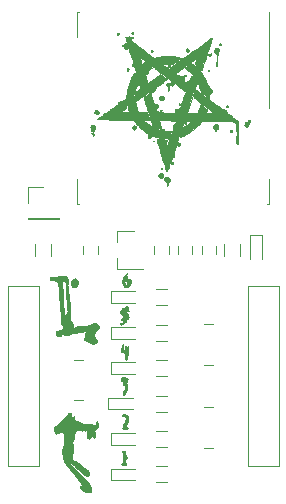
<source format=gbr>
G04 #@! TF.GenerationSoftware,KiCad,Pcbnew,(5.0.0)*
G04 #@! TF.CreationDate,2018-12-13T13:47:45+00:00*
G04 #@! TF.ProjectId,LoraThing,4C6F72615468696E672E6B696361645F,rev?*
G04 #@! TF.SameCoordinates,Original*
G04 #@! TF.FileFunction,Legend,Top*
G04 #@! TF.FilePolarity,Positive*
%FSLAX46Y46*%
G04 Gerber Fmt 4.6, Leading zero omitted, Abs format (unit mm)*
G04 Created by KiCad (PCBNEW (5.0.0)) date 12/13/18 13:47:45*
%MOMM*%
%LPD*%
G01*
G04 APERTURE LIST*
%ADD10C,0.120000*%
%ADD11C,0.100000*%
%ADD12C,0.010000*%
G04 APERTURE END LIST*
D10*
G04 #@! TO.C,J2*
X134950000Y-52010000D02*
X132290000Y-52010000D01*
X134950000Y-67310000D02*
X134950000Y-52010000D01*
X132290000Y-67310000D02*
X132290000Y-52010000D01*
X134950000Y-67310000D02*
X132290000Y-67310000D01*
G04 #@! TO.C,J1*
X114630000Y-52010000D02*
X111970000Y-52010000D01*
X114630000Y-67310000D02*
X114630000Y-52010000D01*
X111970000Y-67310000D02*
X111970000Y-52010000D01*
X114630000Y-67310000D02*
X111970000Y-67310000D01*
G04 #@! TO.C,D7*
X133500000Y-47700000D02*
X133500000Y-49800000D01*
X132500000Y-47700000D02*
X132500000Y-49800000D01*
X133500000Y-47700000D02*
X132500000Y-47700000D01*
G04 #@! TO.C,C1*
X119600000Y-48650000D02*
X119600000Y-49350000D01*
X118400000Y-49350000D02*
X118400000Y-48650000D01*
G04 #@! TO.C,C2*
X125600000Y-48650000D02*
X125600000Y-49350000D01*
X124400000Y-49350000D02*
X124400000Y-48650000D01*
G04 #@! TO.C,C3*
X128400000Y-49350000D02*
X128400000Y-48650000D01*
X129600000Y-48650000D02*
X129600000Y-49350000D01*
G04 #@! TO.C,C4*
X127600000Y-48650000D02*
X127600000Y-49350000D01*
X126400000Y-49350000D02*
X126400000Y-48650000D01*
G04 #@! TO.C,D1*
X120700000Y-67500000D02*
X120700000Y-68500000D01*
X120700000Y-68500000D02*
X122800000Y-68500000D01*
X120700000Y-67500000D02*
X122800000Y-67500000D01*
G04 #@! TO.C,D2*
X120700000Y-64500000D02*
X122800000Y-64500000D01*
X120700000Y-65500000D02*
X122800000Y-65500000D01*
X120700000Y-64500000D02*
X120700000Y-65500000D01*
G04 #@! TO.C,D3*
X120500000Y-61500000D02*
X120500000Y-62500000D01*
X120500000Y-62500000D02*
X122600000Y-62500000D01*
X120500000Y-61500000D02*
X122600000Y-61500000D01*
G04 #@! TO.C,D4*
X120700000Y-58500000D02*
X122800000Y-58500000D01*
X120700000Y-59500000D02*
X122800000Y-59500000D01*
X120700000Y-58500000D02*
X120700000Y-59500000D01*
G04 #@! TO.C,D5*
X120700000Y-55500000D02*
X120700000Y-56500000D01*
X120700000Y-56500000D02*
X122800000Y-56500000D01*
X120700000Y-55500000D02*
X122800000Y-55500000D01*
G04 #@! TO.C,D6*
X120700000Y-52500000D02*
X122800000Y-52500000D01*
X120700000Y-53500000D02*
X122800000Y-53500000D01*
X120700000Y-52500000D02*
X120700000Y-53500000D01*
G04 #@! TO.C,J3*
X113670000Y-43670000D02*
X115000000Y-43670000D01*
X113670000Y-45000000D02*
X113670000Y-43670000D01*
X113670000Y-46270000D02*
X116330000Y-46270000D01*
X116330000Y-46270000D02*
X116330000Y-46330000D01*
X113670000Y-46270000D02*
X113670000Y-46330000D01*
X113670000Y-46330000D02*
X116330000Y-46330000D01*
G04 #@! TO.C,R1*
X124500000Y-67320000D02*
X125500000Y-67320000D01*
X125500000Y-68680000D02*
X124500000Y-68680000D01*
G04 #@! TO.C,R2*
X125500000Y-65680000D02*
X124500000Y-65680000D01*
X124500000Y-64320000D02*
X125500000Y-64320000D01*
G04 #@! TO.C,R3*
X124500000Y-61320000D02*
X125500000Y-61320000D01*
X125500000Y-62680000D02*
X124500000Y-62680000D01*
G04 #@! TO.C,R4*
X124500000Y-58320000D02*
X125500000Y-58320000D01*
X125500000Y-59680000D02*
X124500000Y-59680000D01*
G04 #@! TO.C,R5*
X125500000Y-56680000D02*
X124500000Y-56680000D01*
X124500000Y-55320000D02*
X125500000Y-55320000D01*
G04 #@! TO.C,R6*
X124500000Y-52320000D02*
X125500000Y-52320000D01*
X125500000Y-53680000D02*
X124500000Y-53680000D01*
G04 #@! TO.C,R7*
X131680000Y-48500000D02*
X131680000Y-49500000D01*
X130320000Y-49500000D02*
X130320000Y-48500000D01*
G04 #@! TO.C,R8*
X115680000Y-48500000D02*
X115680000Y-49500000D01*
X114320000Y-49500000D02*
X114320000Y-48500000D01*
G04 #@! TO.C,U1*
X121240000Y-47420000D02*
X122700000Y-47420000D01*
X121240000Y-50580000D02*
X123400000Y-50580000D01*
X121240000Y-50580000D02*
X121240000Y-49650000D01*
X121240000Y-47420000D02*
X121240000Y-48350000D01*
D11*
G04 #@! TO.C,U2*
X134120000Y-45120000D02*
X133950000Y-45120000D01*
X134120000Y-43000000D02*
X134120000Y-45120000D01*
X117880000Y-28880000D02*
X118050000Y-28880000D01*
X117880000Y-28880000D02*
X117880000Y-31000000D01*
X117880000Y-45120000D02*
X118050000Y-45120000D01*
X117880000Y-43000000D02*
X117880000Y-45120000D01*
X134120000Y-28880000D02*
X134120000Y-37000000D01*
D10*
G04 #@! TO.C,RN1*
X117600000Y-61720000D02*
X118400000Y-61720000D01*
X117600000Y-58280000D02*
X118400000Y-58280000D01*
G04 #@! TO.C,RN2*
X128600000Y-62280000D02*
X129400000Y-62280000D01*
X128600000Y-65720000D02*
X129400000Y-65720000D01*
G04 #@! TO.C,RN3*
X128600000Y-58720000D02*
X129400000Y-58720000D01*
X128600000Y-55280000D02*
X129400000Y-55280000D01*
D12*
G04 #@! TO.C,G\002A\002A\002A*
G36*
X122618447Y-30596915D02*
X122620639Y-30602014D01*
X122620085Y-30663553D01*
X122574542Y-30692899D01*
X122535840Y-30688863D01*
X122452861Y-30662738D01*
X122418880Y-30644458D01*
X122422110Y-30622954D01*
X122440664Y-30599498D01*
X122502860Y-30559078D01*
X122571151Y-30558343D01*
X122618447Y-30596915D01*
X122618447Y-30596915D01*
G37*
X122618447Y-30596915D02*
X122620639Y-30602014D01*
X122620085Y-30663553D01*
X122574542Y-30692899D01*
X122535840Y-30688863D01*
X122452861Y-30662738D01*
X122418880Y-30644458D01*
X122422110Y-30622954D01*
X122440664Y-30599498D01*
X122502860Y-30559078D01*
X122571151Y-30558343D01*
X122618447Y-30596915D01*
G36*
X121372604Y-30638769D02*
X121383587Y-30701586D01*
X121373970Y-30743393D01*
X121334350Y-30798258D01*
X121276667Y-30796408D01*
X121227969Y-30755578D01*
X121203715Y-30710361D01*
X121230388Y-30672102D01*
X121246070Y-30660090D01*
X121323847Y-30623036D01*
X121372604Y-30638769D01*
X121372604Y-30638769D01*
G37*
X121372604Y-30638769D02*
X121383587Y-30701586D01*
X121373970Y-30743393D01*
X121334350Y-30798258D01*
X121276667Y-30796408D01*
X121227969Y-30755578D01*
X121203715Y-30710361D01*
X121230388Y-30672102D01*
X121246070Y-30660090D01*
X121323847Y-30623036D01*
X121372604Y-30638769D01*
G36*
X122594740Y-30980700D02*
X122627819Y-30999798D01*
X122608211Y-31039031D01*
X122593133Y-31055038D01*
X122532130Y-31085366D01*
X122455181Y-31092169D01*
X122398222Y-31072321D01*
X122397912Y-31072014D01*
X122375703Y-31024850D01*
X122411550Y-30991916D01*
X122500628Y-30977513D01*
X122504010Y-30977413D01*
X122594740Y-30980700D01*
X122594740Y-30980700D01*
G37*
X122594740Y-30980700D02*
X122627819Y-30999798D01*
X122608211Y-31039031D01*
X122593133Y-31055038D01*
X122532130Y-31085366D01*
X122455181Y-31092169D01*
X122398222Y-31072321D01*
X122397912Y-31072014D01*
X122375703Y-31024850D01*
X122411550Y-30991916D01*
X122500628Y-30977513D01*
X122504010Y-30977413D01*
X122594740Y-30980700D01*
G36*
X129990481Y-31537476D02*
X130015699Y-31597262D01*
X130015790Y-31601507D01*
X129992526Y-31651146D01*
X129940873Y-31667070D01*
X129888043Y-31646573D01*
X129867331Y-31616282D01*
X129868256Y-31554753D01*
X129882105Y-31532481D01*
X129937639Y-31511591D01*
X129990481Y-31537476D01*
X129990481Y-31537476D01*
G37*
X129990481Y-31537476D02*
X130015699Y-31597262D01*
X130015790Y-31601507D01*
X129992526Y-31651146D01*
X129940873Y-31667070D01*
X129888043Y-31646573D01*
X129867331Y-31616282D01*
X129868256Y-31554753D01*
X129882105Y-31532481D01*
X129937639Y-31511591D01*
X129990481Y-31537476D01*
G36*
X121738343Y-31644473D02*
X121740100Y-31663513D01*
X121719880Y-31718230D01*
X121690022Y-31729825D01*
X121651779Y-31705960D01*
X121650235Y-31676761D01*
X121676816Y-31623704D01*
X121713593Y-31611849D01*
X121738343Y-31644473D01*
X121738343Y-31644473D01*
G37*
X121738343Y-31644473D02*
X121740100Y-31663513D01*
X121719880Y-31718230D01*
X121690022Y-31729825D01*
X121651779Y-31705960D01*
X121650235Y-31676761D01*
X121676816Y-31623704D01*
X121713593Y-31611849D01*
X121738343Y-31644473D01*
G36*
X127245340Y-31945505D02*
X127278317Y-31968430D01*
X127334134Y-32041329D01*
X127328687Y-32109805D01*
X127292088Y-32157250D01*
X127212037Y-32202318D01*
X127129472Y-32194066D01*
X127093835Y-32169073D01*
X127054141Y-32096268D01*
X127062455Y-32023359D01*
X127105767Y-31964494D01*
X127171066Y-31933826D01*
X127245340Y-31945505D01*
X127245340Y-31945505D01*
G37*
X127245340Y-31945505D02*
X127278317Y-31968430D01*
X127334134Y-32041329D01*
X127328687Y-32109805D01*
X127292088Y-32157250D01*
X127212037Y-32202318D01*
X127129472Y-32194066D01*
X127093835Y-32169073D01*
X127054141Y-32096268D01*
X127062455Y-32023359D01*
X127105767Y-31964494D01*
X127171066Y-31933826D01*
X127245340Y-31945505D01*
G36*
X124240250Y-32070697D02*
X124276430Y-32123084D01*
X124268776Y-32178311D01*
X124223294Y-32203242D01*
X124155768Y-32204303D01*
X124099977Y-32183511D01*
X124087668Y-32167481D01*
X124085554Y-32094782D01*
X124135365Y-32053352D01*
X124174310Y-32048120D01*
X124240250Y-32070697D01*
X124240250Y-32070697D01*
G37*
X124240250Y-32070697D02*
X124276430Y-32123084D01*
X124268776Y-32178311D01*
X124223294Y-32203242D01*
X124155768Y-32204303D01*
X124099977Y-32183511D01*
X124087668Y-32167481D01*
X124085554Y-32094782D01*
X124135365Y-32053352D01*
X124174310Y-32048120D01*
X124240250Y-32070697D01*
G36*
X129238064Y-32387606D02*
X129220197Y-32455085D01*
X129206145Y-32479219D01*
X129134582Y-32544413D01*
X129052106Y-32549900D01*
X128982181Y-32505955D01*
X128943405Y-32442215D01*
X128964177Y-32396414D01*
X129031694Y-32377924D01*
X129115413Y-32365463D01*
X129161129Y-32351882D01*
X129216716Y-32348514D01*
X129238064Y-32387606D01*
X129238064Y-32387606D01*
G37*
X129238064Y-32387606D02*
X129220197Y-32455085D01*
X129206145Y-32479219D01*
X129134582Y-32544413D01*
X129052106Y-32549900D01*
X128982181Y-32505955D01*
X128943405Y-32442215D01*
X128964177Y-32396414D01*
X129031694Y-32377924D01*
X129115413Y-32365463D01*
X129161129Y-32351882D01*
X129216716Y-32348514D01*
X129238064Y-32387606D01*
G36*
X129765669Y-31914430D02*
X129844084Y-31981491D01*
X129877755Y-32076191D01*
X129859841Y-32184564D01*
X129824472Y-32246365D01*
X129781551Y-32323703D01*
X129751009Y-32429625D01*
X129728529Y-32580110D01*
X129724793Y-32615247D01*
X129710602Y-32739923D01*
X129696475Y-32838409D01*
X129684774Y-32895046D01*
X129681482Y-32902311D01*
X129674091Y-32880729D01*
X129668414Y-32809393D01*
X129665411Y-32702205D01*
X129665177Y-32666145D01*
X129662777Y-32524413D01*
X129653034Y-32431555D01*
X129631142Y-32372837D01*
X129592294Y-32333525D01*
X129548139Y-32307385D01*
X129506083Y-32275819D01*
X129487971Y-32226577D01*
X129487589Y-32139246D01*
X129489202Y-32113838D01*
X129501474Y-31995903D01*
X129524303Y-31928120D01*
X129567300Y-31896991D01*
X129640082Y-31889016D01*
X129649354Y-31888973D01*
X129765669Y-31914430D01*
X129765669Y-31914430D01*
G37*
X129765669Y-31914430D02*
X129844084Y-31981491D01*
X129877755Y-32076191D01*
X129859841Y-32184564D01*
X129824472Y-32246365D01*
X129781551Y-32323703D01*
X129751009Y-32429625D01*
X129728529Y-32580110D01*
X129724793Y-32615247D01*
X129710602Y-32739923D01*
X129696475Y-32838409D01*
X129684774Y-32895046D01*
X129681482Y-32902311D01*
X129674091Y-32880729D01*
X129668414Y-32809393D01*
X129665411Y-32702205D01*
X129665177Y-32666145D01*
X129662777Y-32524413D01*
X129653034Y-32431555D01*
X129631142Y-32372837D01*
X129592294Y-32333525D01*
X129548139Y-32307385D01*
X129506083Y-32275819D01*
X129487971Y-32226577D01*
X129487589Y-32139246D01*
X129489202Y-32113838D01*
X129501474Y-31995903D01*
X129524303Y-31928120D01*
X129567300Y-31896991D01*
X129640082Y-31889016D01*
X129649354Y-31888973D01*
X129765669Y-31914430D01*
G36*
X122597094Y-33302740D02*
X122617126Y-33343745D01*
X122613185Y-33356740D01*
X122570183Y-33382655D01*
X122513655Y-33380072D01*
X122475386Y-33352966D01*
X122472181Y-33339097D01*
X122492486Y-33284311D01*
X122505404Y-33272697D01*
X122551109Y-33272239D01*
X122597094Y-33302740D01*
X122597094Y-33302740D01*
G37*
X122597094Y-33302740D02*
X122617126Y-33343745D01*
X122613185Y-33356740D01*
X122570183Y-33382655D01*
X122513655Y-33380072D01*
X122475386Y-33352966D01*
X122472181Y-33339097D01*
X122492486Y-33284311D01*
X122505404Y-33272697D01*
X122551109Y-33272239D01*
X122597094Y-33302740D01*
G36*
X129697043Y-32999616D02*
X129714458Y-33056313D01*
X129725840Y-33154435D01*
X129728836Y-33249687D01*
X129725726Y-33363101D01*
X129713798Y-33425119D01*
X129690205Y-33447722D01*
X129681579Y-33448622D01*
X129652260Y-33432409D01*
X129637652Y-33375771D01*
X129634269Y-33281516D01*
X129638296Y-33169814D01*
X129648046Y-33073793D01*
X129654600Y-33040104D01*
X129676216Y-32991745D01*
X129697043Y-32999616D01*
X129697043Y-32999616D01*
G37*
X129697043Y-32999616D02*
X129714458Y-33056313D01*
X129725840Y-33154435D01*
X129728836Y-33249687D01*
X129725726Y-33363101D01*
X129713798Y-33425119D01*
X129690205Y-33447722D01*
X129681579Y-33448622D01*
X129652260Y-33432409D01*
X129637652Y-33375771D01*
X129634269Y-33281516D01*
X129638296Y-33169814D01*
X129648046Y-33073793D01*
X129654600Y-33040104D01*
X129676216Y-32991745D01*
X129697043Y-32999616D01*
G36*
X122199225Y-33593998D02*
X122230566Y-33635351D01*
X122222431Y-33677049D01*
X122193541Y-33720316D01*
X122139943Y-33782940D01*
X122105637Y-33787428D01*
X122081288Y-33732505D01*
X122074482Y-33704035D01*
X122066871Y-33605937D01*
X122091895Y-33553505D01*
X122142938Y-33552576D01*
X122199225Y-33593998D01*
X122199225Y-33593998D01*
G37*
X122199225Y-33593998D02*
X122230566Y-33635351D01*
X122222431Y-33677049D01*
X122193541Y-33720316D01*
X122139943Y-33782940D01*
X122105637Y-33787428D01*
X122081288Y-33732505D01*
X122074482Y-33704035D01*
X122066871Y-33605937D01*
X122091895Y-33553505D01*
X122142938Y-33552576D01*
X122199225Y-33593998D01*
G36*
X129025514Y-33716974D02*
X129057597Y-33760791D01*
X129052829Y-33808659D01*
X129015037Y-33830577D01*
X128963565Y-33815312D01*
X128953478Y-33805185D01*
X128952149Y-33759366D01*
X128983170Y-33720659D01*
X129024323Y-33716271D01*
X129025514Y-33716974D01*
X129025514Y-33716974D01*
G37*
X129025514Y-33716974D02*
X129057597Y-33760791D01*
X129052829Y-33808659D01*
X129015037Y-33830577D01*
X128963565Y-33815312D01*
X128953478Y-33805185D01*
X128952149Y-33759366D01*
X128983170Y-33720659D01*
X129024323Y-33716271D01*
X129025514Y-33716974D01*
G36*
X122143275Y-33841186D02*
X122138906Y-33860109D01*
X122122055Y-33862406D01*
X122095856Y-33850760D01*
X122100836Y-33841186D01*
X122138610Y-33837377D01*
X122143275Y-33841186D01*
X122143275Y-33841186D01*
G37*
X122143275Y-33841186D02*
X122138906Y-33860109D01*
X122122055Y-33862406D01*
X122095856Y-33850760D01*
X122100836Y-33841186D01*
X122138610Y-33837377D01*
X122143275Y-33841186D01*
G36*
X129292394Y-31022683D02*
X129286903Y-31074999D01*
X129265478Y-31154765D01*
X129237896Y-31242874D01*
X129196076Y-31370942D01*
X129145731Y-31522064D01*
X129092572Y-31679333D01*
X129042311Y-31825845D01*
X129000661Y-31944694D01*
X128974383Y-32016291D01*
X128952262Y-32078426D01*
X128946927Y-32095865D01*
X128931742Y-32144150D01*
X128900081Y-32240492D01*
X128855118Y-32375521D01*
X128800028Y-32539862D01*
X128737983Y-32724145D01*
X128672158Y-32918996D01*
X128605726Y-33115045D01*
X128541861Y-33302918D01*
X128483737Y-33473243D01*
X128434527Y-33616649D01*
X128397405Y-33723763D01*
X128375545Y-33785213D01*
X128371136Y-33796208D01*
X128345842Y-33780526D01*
X128285032Y-33727898D01*
X128197932Y-33646661D01*
X128097945Y-33549300D01*
X127835464Y-33289016D01*
X127935458Y-33007103D01*
X128035451Y-32725191D01*
X127744480Y-32919801D01*
X127621121Y-33003486D01*
X127514285Y-33078131D01*
X127437185Y-33134375D01*
X127406315Y-33159332D01*
X127354596Y-33200961D01*
X127270343Y-33261535D01*
X127199422Y-33309570D01*
X127115620Y-33366514D01*
X126994495Y-33451004D01*
X126850167Y-33553091D01*
X126696760Y-33662824D01*
X126642000Y-33702306D01*
X126502647Y-33801478D01*
X126380363Y-33885623D01*
X126284812Y-33948313D01*
X126225661Y-33983119D01*
X126212301Y-33988060D01*
X126174655Y-33968911D01*
X126099997Y-33918884D01*
X126001094Y-33846781D01*
X125941604Y-33801384D01*
X125838224Y-33717765D01*
X125757399Y-33645732D01*
X125710328Y-33595618D01*
X125702882Y-33581125D01*
X125727776Y-33553443D01*
X125797616Y-33494918D01*
X125905141Y-33411132D01*
X126043092Y-33307669D01*
X126204207Y-33190112D01*
X126307644Y-33116081D01*
X126494257Y-32983453D01*
X126676730Y-32853758D01*
X126844192Y-32734724D01*
X126985771Y-32634080D01*
X127006736Y-32619174D01*
X128424311Y-32619174D01*
X128447416Y-32651587D01*
X128456141Y-32652882D01*
X128487143Y-32642023D01*
X128487970Y-32638846D01*
X128465666Y-32611671D01*
X128456141Y-32605138D01*
X128583459Y-32605138D01*
X128599374Y-32621053D01*
X128615288Y-32605138D01*
X128599374Y-32589223D01*
X128583459Y-32605138D01*
X128456141Y-32605138D01*
X128426810Y-32607662D01*
X128424311Y-32619174D01*
X127006736Y-32619174D01*
X127090593Y-32559553D01*
X127119298Y-32539140D01*
X127224689Y-32464234D01*
X127364831Y-32364696D01*
X127522552Y-32252720D01*
X127680677Y-32140501D01*
X127703131Y-32124570D01*
X127853158Y-32021820D01*
X127984093Y-31939213D01*
X128086056Y-31882586D01*
X128149168Y-31857779D01*
X128155704Y-31857143D01*
X128210828Y-31844654D01*
X128213951Y-31811840D01*
X128225630Y-31763315D01*
X128270652Y-31727590D01*
X128327297Y-31691786D01*
X128419015Y-31627374D01*
X128530807Y-31545057D01*
X128599374Y-31492990D01*
X128742171Y-31385680D01*
X128896318Y-31273802D01*
X129046441Y-31168172D01*
X129177163Y-31079606D01*
X129273109Y-31018919D01*
X129274334Y-31018200D01*
X129292394Y-31022683D01*
X129292394Y-31022683D01*
G37*
X129292394Y-31022683D02*
X129286903Y-31074999D01*
X129265478Y-31154765D01*
X129237896Y-31242874D01*
X129196076Y-31370942D01*
X129145731Y-31522064D01*
X129092572Y-31679333D01*
X129042311Y-31825845D01*
X129000661Y-31944694D01*
X128974383Y-32016291D01*
X128952262Y-32078426D01*
X128946927Y-32095865D01*
X128931742Y-32144150D01*
X128900081Y-32240492D01*
X128855118Y-32375521D01*
X128800028Y-32539862D01*
X128737983Y-32724145D01*
X128672158Y-32918996D01*
X128605726Y-33115045D01*
X128541861Y-33302918D01*
X128483737Y-33473243D01*
X128434527Y-33616649D01*
X128397405Y-33723763D01*
X128375545Y-33785213D01*
X128371136Y-33796208D01*
X128345842Y-33780526D01*
X128285032Y-33727898D01*
X128197932Y-33646661D01*
X128097945Y-33549300D01*
X127835464Y-33289016D01*
X127935458Y-33007103D01*
X128035451Y-32725191D01*
X127744480Y-32919801D01*
X127621121Y-33003486D01*
X127514285Y-33078131D01*
X127437185Y-33134375D01*
X127406315Y-33159332D01*
X127354596Y-33200961D01*
X127270343Y-33261535D01*
X127199422Y-33309570D01*
X127115620Y-33366514D01*
X126994495Y-33451004D01*
X126850167Y-33553091D01*
X126696760Y-33662824D01*
X126642000Y-33702306D01*
X126502647Y-33801478D01*
X126380363Y-33885623D01*
X126284812Y-33948313D01*
X126225661Y-33983119D01*
X126212301Y-33988060D01*
X126174655Y-33968911D01*
X126099997Y-33918884D01*
X126001094Y-33846781D01*
X125941604Y-33801384D01*
X125838224Y-33717765D01*
X125757399Y-33645732D01*
X125710328Y-33595618D01*
X125702882Y-33581125D01*
X125727776Y-33553443D01*
X125797616Y-33494918D01*
X125905141Y-33411132D01*
X126043092Y-33307669D01*
X126204207Y-33190112D01*
X126307644Y-33116081D01*
X126494257Y-32983453D01*
X126676730Y-32853758D01*
X126844192Y-32734724D01*
X126985771Y-32634080D01*
X127006736Y-32619174D01*
X128424311Y-32619174D01*
X128447416Y-32651587D01*
X128456141Y-32652882D01*
X128487143Y-32642023D01*
X128487970Y-32638846D01*
X128465666Y-32611671D01*
X128456141Y-32605138D01*
X128583459Y-32605138D01*
X128599374Y-32621053D01*
X128615288Y-32605138D01*
X128599374Y-32589223D01*
X128583459Y-32605138D01*
X128456141Y-32605138D01*
X128426810Y-32607662D01*
X128424311Y-32619174D01*
X127006736Y-32619174D01*
X127090593Y-32559553D01*
X127119298Y-32539140D01*
X127224689Y-32464234D01*
X127364831Y-32364696D01*
X127522552Y-32252720D01*
X127680677Y-32140501D01*
X127703131Y-32124570D01*
X127853158Y-32021820D01*
X127984093Y-31939213D01*
X128086056Y-31882586D01*
X128149168Y-31857779D01*
X128155704Y-31857143D01*
X128210828Y-31844654D01*
X128213951Y-31811840D01*
X128225630Y-31763315D01*
X128270652Y-31727590D01*
X128327297Y-31691786D01*
X128419015Y-31627374D01*
X128530807Y-31545057D01*
X128599374Y-31492990D01*
X128742171Y-31385680D01*
X128896318Y-31273802D01*
X129046441Y-31168172D01*
X129177163Y-31079606D01*
X129273109Y-31018919D01*
X129274334Y-31018200D01*
X129292394Y-31022683D01*
G36*
X125664102Y-32566196D02*
X125822567Y-32574114D01*
X125964124Y-32583430D01*
X126073038Y-32592964D01*
X126132582Y-32601298D01*
X126225521Y-32621961D01*
X126307644Y-32639046D01*
X126462061Y-32672349D01*
X126560952Y-32700505D01*
X126611922Y-32726536D01*
X126622579Y-32753466D01*
X126618760Y-32762691D01*
X126583739Y-32798051D01*
X126509458Y-32859194D01*
X126409352Y-32936186D01*
X126296858Y-33019095D01*
X126185413Y-33097990D01*
X126088452Y-33162937D01*
X126027667Y-33199644D01*
X125945214Y-33224540D01*
X125854073Y-33229369D01*
X125782189Y-33230216D01*
X125754073Y-33256051D01*
X125750627Y-33289128D01*
X125731932Y-33385214D01*
X125684972Y-33472873D01*
X125623436Y-33531258D01*
X125583521Y-33543623D01*
X125569905Y-33515281D01*
X125561262Y-33442279D01*
X125559649Y-33384963D01*
X125559649Y-33225815D01*
X125392544Y-33226504D01*
X125148883Y-33247714D01*
X124875416Y-33305751D01*
X124589766Y-33394980D01*
X124309557Y-33509766D01*
X124052410Y-33644473D01*
X124015915Y-33666672D01*
X123916124Y-33730828D01*
X123859912Y-33777252D01*
X123835999Y-33820508D01*
X123833104Y-33875161D01*
X123835020Y-33900251D01*
X123823645Y-33998386D01*
X123778355Y-34059728D01*
X123712318Y-34075641D01*
X123638703Y-34037487D01*
X123633487Y-34032448D01*
X123597599Y-33965839D01*
X123586216Y-33897632D01*
X123575946Y-33816379D01*
X123549923Y-33708564D01*
X123515323Y-33597730D01*
X123479324Y-33507422D01*
X123454667Y-33466128D01*
X123433923Y-33409635D01*
X123428795Y-33337218D01*
X123522557Y-33337218D01*
X123538471Y-33353133D01*
X123554386Y-33337218D01*
X123538471Y-33321303D01*
X123522557Y-33337218D01*
X123428795Y-33337218D01*
X123427613Y-33320538D01*
X123429153Y-33300084D01*
X124360735Y-33300084D01*
X124365105Y-33319006D01*
X124381955Y-33321303D01*
X124408154Y-33309657D01*
X124403175Y-33300084D01*
X124365401Y-33296274D01*
X124360735Y-33300084D01*
X123429153Y-33300084D01*
X123434703Y-33226374D01*
X123454159Y-33154680D01*
X123467033Y-33136782D01*
X123525926Y-33105467D01*
X123602309Y-33080506D01*
X123672985Y-33056121D01*
X123773894Y-33013618D01*
X125283793Y-33013618D01*
X125288162Y-33032540D01*
X125305013Y-33034837D01*
X125331212Y-33023191D01*
X125326232Y-33013618D01*
X125288458Y-33009808D01*
X125283793Y-33013618D01*
X123773894Y-33013618D01*
X123781475Y-33010425D01*
X123900906Y-32955263D01*
X126132582Y-32955263D01*
X126148496Y-32971178D01*
X126164411Y-32955263D01*
X126148496Y-32939349D01*
X126132582Y-32955263D01*
X123900906Y-32955263D01*
X123909112Y-32951473D01*
X123968171Y-32922594D01*
X124358287Y-32753411D01*
X124744981Y-32639231D01*
X125143403Y-32576870D01*
X125568703Y-32563145D01*
X125664102Y-32566196D01*
X125664102Y-32566196D01*
G37*
X125664102Y-32566196D02*
X125822567Y-32574114D01*
X125964124Y-32583430D01*
X126073038Y-32592964D01*
X126132582Y-32601298D01*
X126225521Y-32621961D01*
X126307644Y-32639046D01*
X126462061Y-32672349D01*
X126560952Y-32700505D01*
X126611922Y-32726536D01*
X126622579Y-32753466D01*
X126618760Y-32762691D01*
X126583739Y-32798051D01*
X126509458Y-32859194D01*
X126409352Y-32936186D01*
X126296858Y-33019095D01*
X126185413Y-33097990D01*
X126088452Y-33162937D01*
X126027667Y-33199644D01*
X125945214Y-33224540D01*
X125854073Y-33229369D01*
X125782189Y-33230216D01*
X125754073Y-33256051D01*
X125750627Y-33289128D01*
X125731932Y-33385214D01*
X125684972Y-33472873D01*
X125623436Y-33531258D01*
X125583521Y-33543623D01*
X125569905Y-33515281D01*
X125561262Y-33442279D01*
X125559649Y-33384963D01*
X125559649Y-33225815D01*
X125392544Y-33226504D01*
X125148883Y-33247714D01*
X124875416Y-33305751D01*
X124589766Y-33394980D01*
X124309557Y-33509766D01*
X124052410Y-33644473D01*
X124015915Y-33666672D01*
X123916124Y-33730828D01*
X123859912Y-33777252D01*
X123835999Y-33820508D01*
X123833104Y-33875161D01*
X123835020Y-33900251D01*
X123823645Y-33998386D01*
X123778355Y-34059728D01*
X123712318Y-34075641D01*
X123638703Y-34037487D01*
X123633487Y-34032448D01*
X123597599Y-33965839D01*
X123586216Y-33897632D01*
X123575946Y-33816379D01*
X123549923Y-33708564D01*
X123515323Y-33597730D01*
X123479324Y-33507422D01*
X123454667Y-33466128D01*
X123433923Y-33409635D01*
X123428795Y-33337218D01*
X123522557Y-33337218D01*
X123538471Y-33353133D01*
X123554386Y-33337218D01*
X123538471Y-33321303D01*
X123522557Y-33337218D01*
X123428795Y-33337218D01*
X123427613Y-33320538D01*
X123429153Y-33300084D01*
X124360735Y-33300084D01*
X124365105Y-33319006D01*
X124381955Y-33321303D01*
X124408154Y-33309657D01*
X124403175Y-33300084D01*
X124365401Y-33296274D01*
X124360735Y-33300084D01*
X123429153Y-33300084D01*
X123434703Y-33226374D01*
X123454159Y-33154680D01*
X123467033Y-33136782D01*
X123525926Y-33105467D01*
X123602309Y-33080506D01*
X123672985Y-33056121D01*
X123773894Y-33013618D01*
X125283793Y-33013618D01*
X125288162Y-33032540D01*
X125305013Y-33034837D01*
X125331212Y-33023191D01*
X125326232Y-33013618D01*
X125288458Y-33009808D01*
X125283793Y-33013618D01*
X123773894Y-33013618D01*
X123781475Y-33010425D01*
X123900906Y-32955263D01*
X126132582Y-32955263D01*
X126148496Y-32971178D01*
X126164411Y-32955263D01*
X126148496Y-32939349D01*
X126132582Y-32955263D01*
X123900906Y-32955263D01*
X123909112Y-32951473D01*
X123968171Y-32922594D01*
X124358287Y-32753411D01*
X124744981Y-32639231D01*
X125143403Y-32576870D01*
X125568703Y-32563145D01*
X125664102Y-32566196D01*
G36*
X127069733Y-34159280D02*
X127083712Y-34201191D01*
X127081725Y-34220164D01*
X127051601Y-34279898D01*
X126998459Y-34305472D01*
X126950641Y-34287901D01*
X126931443Y-34240020D01*
X126928321Y-34207227D01*
X126949561Y-34161073D01*
X127010109Y-34148872D01*
X127069733Y-34159280D01*
X127069733Y-34159280D01*
G37*
X127069733Y-34159280D02*
X127083712Y-34201191D01*
X127081725Y-34220164D01*
X127051601Y-34279898D01*
X126998459Y-34305472D01*
X126950641Y-34287901D01*
X126931443Y-34240020D01*
X126928321Y-34207227D01*
X126949561Y-34161073D01*
X127010109Y-34148872D01*
X127069733Y-34159280D01*
G36*
X125145500Y-34841920D02*
X125145865Y-34849123D01*
X125121396Y-34879729D01*
X125112157Y-34880953D01*
X125093147Y-34861453D01*
X125098120Y-34849123D01*
X125126723Y-34818758D01*
X125131829Y-34817293D01*
X125145500Y-34841920D01*
X125145500Y-34841920D01*
G37*
X125145500Y-34841920D02*
X125145865Y-34849123D01*
X125121396Y-34879729D01*
X125112157Y-34880953D01*
X125093147Y-34861453D01*
X125098120Y-34849123D01*
X125126723Y-34818758D01*
X125131829Y-34817293D01*
X125145500Y-34841920D01*
G36*
X125160829Y-33368866D02*
X125254226Y-33409316D01*
X125354641Y-33464362D01*
X125444992Y-33523884D01*
X125508197Y-33577760D01*
X125527820Y-33611646D01*
X125552566Y-33638332D01*
X125563026Y-33639599D01*
X125588022Y-33646511D01*
X125630354Y-33671317D01*
X125698753Y-33720122D01*
X125801946Y-33799030D01*
X125893860Y-33870963D01*
X126069664Y-34006218D01*
X126209623Y-34104790D01*
X126325498Y-34172260D01*
X126429050Y-34214209D01*
X126532041Y-34236214D01*
X126646232Y-34243858D01*
X126680522Y-34244184D01*
X126799177Y-34260308D01*
X126868522Y-34312551D01*
X126893798Y-34407236D01*
X126888939Y-34495629D01*
X126885021Y-34562776D01*
X126901422Y-34613372D01*
X126949037Y-34665720D01*
X127028596Y-34730246D01*
X127110339Y-34800760D01*
X127166299Y-34862514D01*
X127182958Y-34896239D01*
X127173128Y-34955731D01*
X127147263Y-35050378D01*
X127110800Y-35164823D01*
X127069177Y-35283712D01*
X127027831Y-35391689D01*
X126992199Y-35473400D01*
X126967719Y-35513490D01*
X126963784Y-35515194D01*
X126932129Y-35496260D01*
X126860388Y-35446444D01*
X126759211Y-35373316D01*
X126639245Y-35284448D01*
X126639220Y-35284429D01*
X126507816Y-35185148D01*
X126384670Y-35090546D01*
X126300025Y-35024186D01*
X126641855Y-35024186D01*
X126657770Y-35040100D01*
X126673684Y-35024186D01*
X126657770Y-35008271D01*
X126641855Y-35024186D01*
X126300025Y-35024186D01*
X126284803Y-35012253D01*
X126229178Y-34966993D01*
X126124153Y-34877970D01*
X126065176Y-34974950D01*
X125996494Y-35043518D01*
X125912865Y-35069355D01*
X125832136Y-35055267D01*
X125772152Y-35004060D01*
X125750627Y-34925485D01*
X125762405Y-34841536D01*
X125791235Y-34772344D01*
X125827358Y-34736685D01*
X125847712Y-34738706D01*
X125876021Y-34738221D01*
X125877945Y-34729720D01*
X125853510Y-34703700D01*
X125784880Y-34645428D01*
X125679068Y-34560473D01*
X125543089Y-34454402D01*
X125383955Y-34332783D01*
X125266294Y-34244188D01*
X125092346Y-34113844D01*
X124933521Y-33994579D01*
X124797549Y-33892219D01*
X124692161Y-33812590D01*
X124632181Y-33766917D01*
X125145865Y-33766917D01*
X125156725Y-33797920D01*
X125159901Y-33798747D01*
X125187076Y-33776443D01*
X125193609Y-33766917D01*
X125191086Y-33737587D01*
X125179573Y-33735088D01*
X125147160Y-33758193D01*
X125145865Y-33766917D01*
X124632181Y-33766917D01*
X124625086Y-33761515D01*
X124605831Y-33746501D01*
X124545333Y-33697712D01*
X124477444Y-33643566D01*
X124424964Y-33586492D01*
X124429699Y-33549450D01*
X124480440Y-33521417D01*
X124575795Y-33484797D01*
X124698230Y-33444793D01*
X124830212Y-33406604D01*
X124954207Y-33375433D01*
X125052681Y-33356479D01*
X125091531Y-33353133D01*
X125160829Y-33368866D01*
X125160829Y-33368866D01*
G37*
X125160829Y-33368866D02*
X125254226Y-33409316D01*
X125354641Y-33464362D01*
X125444992Y-33523884D01*
X125508197Y-33577760D01*
X125527820Y-33611646D01*
X125552566Y-33638332D01*
X125563026Y-33639599D01*
X125588022Y-33646511D01*
X125630354Y-33671317D01*
X125698753Y-33720122D01*
X125801946Y-33799030D01*
X125893860Y-33870963D01*
X126069664Y-34006218D01*
X126209623Y-34104790D01*
X126325498Y-34172260D01*
X126429050Y-34214209D01*
X126532041Y-34236214D01*
X126646232Y-34243858D01*
X126680522Y-34244184D01*
X126799177Y-34260308D01*
X126868522Y-34312551D01*
X126893798Y-34407236D01*
X126888939Y-34495629D01*
X126885021Y-34562776D01*
X126901422Y-34613372D01*
X126949037Y-34665720D01*
X127028596Y-34730246D01*
X127110339Y-34800760D01*
X127166299Y-34862514D01*
X127182958Y-34896239D01*
X127173128Y-34955731D01*
X127147263Y-35050378D01*
X127110800Y-35164823D01*
X127069177Y-35283712D01*
X127027831Y-35391689D01*
X126992199Y-35473400D01*
X126967719Y-35513490D01*
X126963784Y-35515194D01*
X126932129Y-35496260D01*
X126860388Y-35446444D01*
X126759211Y-35373316D01*
X126639245Y-35284448D01*
X126639220Y-35284429D01*
X126507816Y-35185148D01*
X126384670Y-35090546D01*
X126300025Y-35024186D01*
X126641855Y-35024186D01*
X126657770Y-35040100D01*
X126673684Y-35024186D01*
X126657770Y-35008271D01*
X126641855Y-35024186D01*
X126300025Y-35024186D01*
X126284803Y-35012253D01*
X126229178Y-34966993D01*
X126124153Y-34877970D01*
X126065176Y-34974950D01*
X125996494Y-35043518D01*
X125912865Y-35069355D01*
X125832136Y-35055267D01*
X125772152Y-35004060D01*
X125750627Y-34925485D01*
X125762405Y-34841536D01*
X125791235Y-34772344D01*
X125827358Y-34736685D01*
X125847712Y-34738706D01*
X125876021Y-34738221D01*
X125877945Y-34729720D01*
X125853510Y-34703700D01*
X125784880Y-34645428D01*
X125679068Y-34560473D01*
X125543089Y-34454402D01*
X125383955Y-34332783D01*
X125266294Y-34244188D01*
X125092346Y-34113844D01*
X124933521Y-33994579D01*
X124797549Y-33892219D01*
X124692161Y-33812590D01*
X124632181Y-33766917D01*
X125145865Y-33766917D01*
X125156725Y-33797920D01*
X125159901Y-33798747D01*
X125187076Y-33776443D01*
X125193609Y-33766917D01*
X125191086Y-33737587D01*
X125179573Y-33735088D01*
X125147160Y-33758193D01*
X125145865Y-33766917D01*
X124632181Y-33766917D01*
X124625086Y-33761515D01*
X124605831Y-33746501D01*
X124545333Y-33697712D01*
X124477444Y-33643566D01*
X124424964Y-33586492D01*
X124429699Y-33549450D01*
X124480440Y-33521417D01*
X124575795Y-33484797D01*
X124698230Y-33444793D01*
X124830212Y-33406604D01*
X124954207Y-33375433D01*
X125052681Y-33356479D01*
X125091531Y-33353133D01*
X125160829Y-33368866D01*
G36*
X125677665Y-34854626D02*
X125678618Y-34855402D01*
X125713159Y-34920299D01*
X125712952Y-35008964D01*
X125679312Y-35092708D01*
X125667024Y-35108212D01*
X125629178Y-35190121D01*
X125611950Y-35326169D01*
X125611322Y-35346725D01*
X125602890Y-35453919D01*
X125585049Y-35523250D01*
X125570471Y-35540399D01*
X125550164Y-35527063D01*
X125544449Y-35463895D01*
X125550458Y-35366283D01*
X125557792Y-35259904D01*
X125551718Y-35196801D01*
X125526750Y-35157087D01*
X125483935Y-35125130D01*
X125414401Y-35049740D01*
X125400501Y-34983496D01*
X125411179Y-34921971D01*
X125454723Y-34883668D01*
X125519470Y-34859293D01*
X125618856Y-34838841D01*
X125677665Y-34854626D01*
X125677665Y-34854626D01*
G37*
X125677665Y-34854626D02*
X125678618Y-34855402D01*
X125713159Y-34920299D01*
X125712952Y-35008964D01*
X125679312Y-35092708D01*
X125667024Y-35108212D01*
X125629178Y-35190121D01*
X125611950Y-35326169D01*
X125611322Y-35346725D01*
X125602890Y-35453919D01*
X125585049Y-35523250D01*
X125570471Y-35540399D01*
X125550164Y-35527063D01*
X125544449Y-35463895D01*
X125550458Y-35366283D01*
X125557792Y-35259904D01*
X125551718Y-35196801D01*
X125526750Y-35157087D01*
X125483935Y-35125130D01*
X125414401Y-35049740D01*
X125400501Y-34983496D01*
X125411179Y-34921971D01*
X125454723Y-34883668D01*
X125519470Y-34859293D01*
X125618856Y-34838841D01*
X125677665Y-34854626D01*
G36*
X127571344Y-33215504D02*
X127657128Y-33268181D01*
X127767358Y-33356082D01*
X127894402Y-33471940D01*
X128030627Y-33608491D01*
X128168400Y-33758470D01*
X128300089Y-33914610D01*
X128401308Y-34046431D01*
X128523507Y-34234117D01*
X128646739Y-34458161D01*
X128757940Y-34692845D01*
X128844045Y-34912448D01*
X128849491Y-34928697D01*
X128902680Y-35047340D01*
X128986310Y-35156204D01*
X129073880Y-35240496D01*
X129162865Y-35328301D01*
X129231944Y-35412632D01*
X129266362Y-35475444D01*
X129266545Y-35476154D01*
X129266626Y-35593027D01*
X129217211Y-35700448D01*
X129129484Y-35774952D01*
X129122602Y-35778150D01*
X129065588Y-35811983D01*
X129036504Y-35861908D01*
X129023804Y-35949925D01*
X129022531Y-35968855D01*
X129013158Y-36119414D01*
X128694862Y-35878670D01*
X128571144Y-35783253D01*
X128465728Y-35698494D01*
X128389353Y-35633271D01*
X128352761Y-35596462D01*
X128352044Y-35595314D01*
X128330509Y-35538889D01*
X128306213Y-35449106D01*
X128298777Y-35415762D01*
X128208502Y-35113113D01*
X128067221Y-34802429D01*
X127883962Y-34496852D01*
X127667755Y-34209525D01*
X127427625Y-33953590D01*
X127172603Y-33742189D01*
X127127899Y-33711277D01*
X127044426Y-33649494D01*
X126990895Y-33598483D01*
X126978902Y-33571350D01*
X127009202Y-33544110D01*
X127469424Y-33544110D01*
X127493645Y-33575015D01*
X127501253Y-33575940D01*
X127532158Y-33551719D01*
X127533083Y-33544110D01*
X127508861Y-33513206D01*
X127501253Y-33512281D01*
X127470349Y-33536502D01*
X127469424Y-33544110D01*
X127009202Y-33544110D01*
X127012543Y-33541107D01*
X127085256Y-33486814D01*
X127182327Y-33418467D01*
X127289040Y-33346066D01*
X127390681Y-33279607D01*
X127472533Y-33229090D01*
X127517640Y-33205314D01*
X127571344Y-33215504D01*
X127571344Y-33215504D01*
G37*
X127571344Y-33215504D02*
X127657128Y-33268181D01*
X127767358Y-33356082D01*
X127894402Y-33471940D01*
X128030627Y-33608491D01*
X128168400Y-33758470D01*
X128300089Y-33914610D01*
X128401308Y-34046431D01*
X128523507Y-34234117D01*
X128646739Y-34458161D01*
X128757940Y-34692845D01*
X128844045Y-34912448D01*
X128849491Y-34928697D01*
X128902680Y-35047340D01*
X128986310Y-35156204D01*
X129073880Y-35240496D01*
X129162865Y-35328301D01*
X129231944Y-35412632D01*
X129266362Y-35475444D01*
X129266545Y-35476154D01*
X129266626Y-35593027D01*
X129217211Y-35700448D01*
X129129484Y-35774952D01*
X129122602Y-35778150D01*
X129065588Y-35811983D01*
X129036504Y-35861908D01*
X129023804Y-35949925D01*
X129022531Y-35968855D01*
X129013158Y-36119414D01*
X128694862Y-35878670D01*
X128571144Y-35783253D01*
X128465728Y-35698494D01*
X128389353Y-35633271D01*
X128352761Y-35596462D01*
X128352044Y-35595314D01*
X128330509Y-35538889D01*
X128306213Y-35449106D01*
X128298777Y-35415762D01*
X128208502Y-35113113D01*
X128067221Y-34802429D01*
X127883962Y-34496852D01*
X127667755Y-34209525D01*
X127427625Y-33953590D01*
X127172603Y-33742189D01*
X127127899Y-33711277D01*
X127044426Y-33649494D01*
X126990895Y-33598483D01*
X126978902Y-33571350D01*
X127009202Y-33544110D01*
X127469424Y-33544110D01*
X127493645Y-33575015D01*
X127501253Y-33575940D01*
X127532158Y-33551719D01*
X127533083Y-33544110D01*
X127508861Y-33513206D01*
X127501253Y-33512281D01*
X127470349Y-33536502D01*
X127469424Y-33544110D01*
X127009202Y-33544110D01*
X127012543Y-33541107D01*
X127085256Y-33486814D01*
X127182327Y-33418467D01*
X127289040Y-33346066D01*
X127390681Y-33279607D01*
X127472533Y-33229090D01*
X127517640Y-33205314D01*
X127571344Y-33215504D01*
G36*
X125047249Y-35935266D02*
X125135535Y-35978244D01*
X125194760Y-36056378D01*
X125209524Y-36131530D01*
X125183160Y-36226789D01*
X125116049Y-36297856D01*
X125026162Y-36336998D01*
X124931472Y-36336483D01*
X124849950Y-36288576D01*
X124848417Y-36286905D01*
X124805006Y-36199546D01*
X124800611Y-36096189D01*
X124834704Y-36005756D01*
X124853948Y-35984006D01*
X124947516Y-35934751D01*
X125047249Y-35935266D01*
X125047249Y-35935266D01*
G37*
X125047249Y-35935266D02*
X125135535Y-35978244D01*
X125194760Y-36056378D01*
X125209524Y-36131530D01*
X125183160Y-36226789D01*
X125116049Y-36297856D01*
X125026162Y-36336998D01*
X124931472Y-36336483D01*
X124849950Y-36288576D01*
X124848417Y-36286905D01*
X124805006Y-36199546D01*
X124800611Y-36096189D01*
X124834704Y-36005756D01*
X124853948Y-35984006D01*
X124947516Y-35934751D01*
X125047249Y-35935266D01*
G36*
X122293084Y-30921027D02*
X122333755Y-30965313D01*
X122342640Y-31034510D01*
X122319037Y-31097977D01*
X122297559Y-31116542D01*
X122299071Y-31134162D01*
X122333104Y-31173170D01*
X122402569Y-31235923D01*
X122510376Y-31324776D01*
X122659433Y-31442086D01*
X122852651Y-31590209D01*
X123092939Y-31771501D01*
X123268658Y-31902957D01*
X123490730Y-32068975D01*
X123695699Y-32222799D01*
X123878207Y-32360362D01*
X124032896Y-32477600D01*
X124154408Y-32570447D01*
X124237386Y-32634838D01*
X124276472Y-32666707D01*
X124278806Y-32669417D01*
X124248903Y-32685586D01*
X124173819Y-32724642D01*
X124065111Y-32780610D01*
X123943053Y-32843063D01*
X123615554Y-33010191D01*
X123402290Y-32846432D01*
X123304927Y-32775817D01*
X123228321Y-32728060D01*
X123184494Y-32710334D01*
X123178870Y-32713140D01*
X123185399Y-32750074D01*
X123208738Y-32840100D01*
X123246682Y-32975561D01*
X123297023Y-33148798D01*
X123357556Y-33352150D01*
X123426074Y-33577959D01*
X123456502Y-33677004D01*
X123546203Y-33967716D01*
X123618658Y-34203597D01*
X123675038Y-34390751D01*
X123716514Y-34535284D01*
X123744257Y-34643301D01*
X123759438Y-34720907D01*
X123763227Y-34774208D01*
X123756796Y-34809309D01*
X123741315Y-34832314D01*
X123717955Y-34849331D01*
X123687886Y-34866462D01*
X123684941Y-34868189D01*
X123619886Y-34911570D01*
X123587143Y-34943101D01*
X123586216Y-34946365D01*
X123560722Y-34972663D01*
X123508606Y-35001584D01*
X123433922Y-35055575D01*
X123393453Y-35107096D01*
X123372935Y-35148529D01*
X123379191Y-35158384D01*
X123422421Y-35135988D01*
X123479020Y-35101452D01*
X123540566Y-35061193D01*
X123644666Y-34990470D01*
X123782003Y-34895728D01*
X123848914Y-34849123D01*
X124795740Y-34849123D01*
X124807385Y-34875322D01*
X124816959Y-34870343D01*
X124820769Y-34832568D01*
X124816959Y-34827903D01*
X124798037Y-34832273D01*
X124795740Y-34849123D01*
X123848914Y-34849123D01*
X123943261Y-34783409D01*
X124031018Y-34721805D01*
X124190978Y-34721805D01*
X124215199Y-34752709D01*
X124222807Y-34753634D01*
X124253712Y-34729413D01*
X124254637Y-34721805D01*
X124230415Y-34690900D01*
X124222807Y-34689975D01*
X124191903Y-34714197D01*
X124190978Y-34721805D01*
X124031018Y-34721805D01*
X124119125Y-34659956D01*
X124203420Y-34600454D01*
X124378810Y-34477172D01*
X124540232Y-34365110D01*
X124679322Y-34269964D01*
X124787716Y-34197428D01*
X124857049Y-34153198D01*
X124874984Y-34143231D01*
X124913851Y-34133497D01*
X124960380Y-34143429D01*
X125025920Y-34178669D01*
X125121818Y-34244857D01*
X125207908Y-34308728D01*
X125326587Y-34400095D01*
X125399787Y-34463096D01*
X125434510Y-34505392D01*
X125437759Y-34534645D01*
X125427571Y-34549067D01*
X125388480Y-34580969D01*
X125306814Y-34642798D01*
X125191919Y-34727642D01*
X125053138Y-34828591D01*
X124926807Y-34919442D01*
X124762668Y-35037351D01*
X124643198Y-35125474D01*
X124561149Y-35190862D01*
X124509275Y-35240570D01*
X124480328Y-35281651D01*
X124467060Y-35321157D01*
X124462226Y-35366142D01*
X124461887Y-35371912D01*
X124427737Y-35489753D01*
X124350227Y-35573576D01*
X124244096Y-35615374D01*
X124124085Y-35607142D01*
X124069524Y-35585006D01*
X124033430Y-35582406D01*
X123974063Y-35605458D01*
X123884078Y-35658239D01*
X123756128Y-35744829D01*
X123665790Y-35809149D01*
X123513433Y-35916440D01*
X123402081Y-35988357D01*
X123323252Y-36029572D01*
X123268466Y-36044756D01*
X123241508Y-36042824D01*
X123188600Y-36037223D01*
X123181000Y-36066140D01*
X123185122Y-36081275D01*
X123179911Y-36125290D01*
X123133197Y-36179732D01*
X123037393Y-36253293D01*
X123031245Y-36257582D01*
X122931434Y-36326236D01*
X122871446Y-36362494D01*
X122838801Y-36370248D01*
X122821017Y-36353386D01*
X122809797Y-36326595D01*
X122798847Y-36261744D01*
X122793745Y-36152561D01*
X122794276Y-36018081D01*
X122800229Y-35877343D01*
X122811388Y-35749382D01*
X122816708Y-35709658D01*
X122834329Y-35627714D01*
X122866618Y-35566784D01*
X122927547Y-35508067D01*
X123013283Y-35445161D01*
X123106143Y-35378351D01*
X123157591Y-35329898D01*
X123178555Y-35281922D01*
X123179960Y-35216542D01*
X123177147Y-35177002D01*
X123165754Y-35094488D01*
X123141019Y-34978263D01*
X123101602Y-34823414D01*
X123046159Y-34625030D01*
X122973348Y-34378196D01*
X122917991Y-34196617D01*
X123331579Y-34196617D01*
X123347494Y-34212532D01*
X123363409Y-34196617D01*
X123347494Y-34180702D01*
X123331579Y-34196617D01*
X122917991Y-34196617D01*
X122881828Y-34078001D01*
X122839711Y-33941980D01*
X122754591Y-33667179D01*
X122687047Y-33446634D01*
X122635342Y-33273943D01*
X122597738Y-33142704D01*
X122577243Y-33064594D01*
X122798280Y-33064594D01*
X122802634Y-33066667D01*
X122831681Y-33044259D01*
X122838221Y-33034837D01*
X122846332Y-33005080D01*
X122841978Y-33003008D01*
X122812930Y-33025415D01*
X122806391Y-33034837D01*
X122798280Y-33064594D01*
X122577243Y-33064594D01*
X122572499Y-33046516D01*
X122557886Y-32978975D01*
X122552162Y-32933681D01*
X122553590Y-32904230D01*
X122555735Y-32895576D01*
X122559110Y-32854486D01*
X122540861Y-32856672D01*
X122514725Y-32839388D01*
X122479780Y-32767156D01*
X122439636Y-32647464D01*
X122439149Y-32645808D01*
X122392332Y-32489960D01*
X122338189Y-32314716D01*
X122329351Y-32286842D01*
X122949624Y-32286842D01*
X122965539Y-32302757D01*
X122981454Y-32286842D01*
X122965539Y-32270927D01*
X122949624Y-32286842D01*
X122329351Y-32286842D01*
X122294305Y-32176322D01*
X122257761Y-32057938D01*
X122230659Y-31960315D01*
X122217931Y-31901469D01*
X122217544Y-31896008D01*
X122206544Y-31872499D01*
X122165077Y-31890705D01*
X122146803Y-31903083D01*
X122039273Y-31948354D01*
X121937598Y-31941697D01*
X121852254Y-31894165D01*
X121793718Y-31816813D01*
X121772466Y-31720695D01*
X121798976Y-31616866D01*
X121830376Y-31569211D01*
X121914496Y-31509559D01*
X121989524Y-31499897D01*
X122058673Y-31500258D01*
X122089626Y-31497244D01*
X122089748Y-31496931D01*
X122080777Y-31466092D01*
X122057283Y-31388965D01*
X122023692Y-31280035D01*
X122010178Y-31236466D01*
X121964741Y-31086057D01*
X121940482Y-30989344D01*
X121938250Y-30939698D01*
X121958893Y-30930492D01*
X122003258Y-30955095D01*
X122042481Y-30983988D01*
X122114027Y-31032727D01*
X122148149Y-31039079D01*
X122153885Y-31021335D01*
X122179912Y-30955843D01*
X122240153Y-30918475D01*
X122293084Y-30921027D01*
X122293084Y-30921027D01*
G37*
X122293084Y-30921027D02*
X122333755Y-30965313D01*
X122342640Y-31034510D01*
X122319037Y-31097977D01*
X122297559Y-31116542D01*
X122299071Y-31134162D01*
X122333104Y-31173170D01*
X122402569Y-31235923D01*
X122510376Y-31324776D01*
X122659433Y-31442086D01*
X122852651Y-31590209D01*
X123092939Y-31771501D01*
X123268658Y-31902957D01*
X123490730Y-32068975D01*
X123695699Y-32222799D01*
X123878207Y-32360362D01*
X124032896Y-32477600D01*
X124154408Y-32570447D01*
X124237386Y-32634838D01*
X124276472Y-32666707D01*
X124278806Y-32669417D01*
X124248903Y-32685586D01*
X124173819Y-32724642D01*
X124065111Y-32780610D01*
X123943053Y-32843063D01*
X123615554Y-33010191D01*
X123402290Y-32846432D01*
X123304927Y-32775817D01*
X123228321Y-32728060D01*
X123184494Y-32710334D01*
X123178870Y-32713140D01*
X123185399Y-32750074D01*
X123208738Y-32840100D01*
X123246682Y-32975561D01*
X123297023Y-33148798D01*
X123357556Y-33352150D01*
X123426074Y-33577959D01*
X123456502Y-33677004D01*
X123546203Y-33967716D01*
X123618658Y-34203597D01*
X123675038Y-34390751D01*
X123716514Y-34535284D01*
X123744257Y-34643301D01*
X123759438Y-34720907D01*
X123763227Y-34774208D01*
X123756796Y-34809309D01*
X123741315Y-34832314D01*
X123717955Y-34849331D01*
X123687886Y-34866462D01*
X123684941Y-34868189D01*
X123619886Y-34911570D01*
X123587143Y-34943101D01*
X123586216Y-34946365D01*
X123560722Y-34972663D01*
X123508606Y-35001584D01*
X123433922Y-35055575D01*
X123393453Y-35107096D01*
X123372935Y-35148529D01*
X123379191Y-35158384D01*
X123422421Y-35135988D01*
X123479020Y-35101452D01*
X123540566Y-35061193D01*
X123644666Y-34990470D01*
X123782003Y-34895728D01*
X123848914Y-34849123D01*
X124795740Y-34849123D01*
X124807385Y-34875322D01*
X124816959Y-34870343D01*
X124820769Y-34832568D01*
X124816959Y-34827903D01*
X124798037Y-34832273D01*
X124795740Y-34849123D01*
X123848914Y-34849123D01*
X123943261Y-34783409D01*
X124031018Y-34721805D01*
X124190978Y-34721805D01*
X124215199Y-34752709D01*
X124222807Y-34753634D01*
X124253712Y-34729413D01*
X124254637Y-34721805D01*
X124230415Y-34690900D01*
X124222807Y-34689975D01*
X124191903Y-34714197D01*
X124190978Y-34721805D01*
X124031018Y-34721805D01*
X124119125Y-34659956D01*
X124203420Y-34600454D01*
X124378810Y-34477172D01*
X124540232Y-34365110D01*
X124679322Y-34269964D01*
X124787716Y-34197428D01*
X124857049Y-34153198D01*
X124874984Y-34143231D01*
X124913851Y-34133497D01*
X124960380Y-34143429D01*
X125025920Y-34178669D01*
X125121818Y-34244857D01*
X125207908Y-34308728D01*
X125326587Y-34400095D01*
X125399787Y-34463096D01*
X125434510Y-34505392D01*
X125437759Y-34534645D01*
X125427571Y-34549067D01*
X125388480Y-34580969D01*
X125306814Y-34642798D01*
X125191919Y-34727642D01*
X125053138Y-34828591D01*
X124926807Y-34919442D01*
X124762668Y-35037351D01*
X124643198Y-35125474D01*
X124561149Y-35190862D01*
X124509275Y-35240570D01*
X124480328Y-35281651D01*
X124467060Y-35321157D01*
X124462226Y-35366142D01*
X124461887Y-35371912D01*
X124427737Y-35489753D01*
X124350227Y-35573576D01*
X124244096Y-35615374D01*
X124124085Y-35607142D01*
X124069524Y-35585006D01*
X124033430Y-35582406D01*
X123974063Y-35605458D01*
X123884078Y-35658239D01*
X123756128Y-35744829D01*
X123665790Y-35809149D01*
X123513433Y-35916440D01*
X123402081Y-35988357D01*
X123323252Y-36029572D01*
X123268466Y-36044756D01*
X123241508Y-36042824D01*
X123188600Y-36037223D01*
X123181000Y-36066140D01*
X123185122Y-36081275D01*
X123179911Y-36125290D01*
X123133197Y-36179732D01*
X123037393Y-36253293D01*
X123031245Y-36257582D01*
X122931434Y-36326236D01*
X122871446Y-36362494D01*
X122838801Y-36370248D01*
X122821017Y-36353386D01*
X122809797Y-36326595D01*
X122798847Y-36261744D01*
X122793745Y-36152561D01*
X122794276Y-36018081D01*
X122800229Y-35877343D01*
X122811388Y-35749382D01*
X122816708Y-35709658D01*
X122834329Y-35627714D01*
X122866618Y-35566784D01*
X122927547Y-35508067D01*
X123013283Y-35445161D01*
X123106143Y-35378351D01*
X123157591Y-35329898D01*
X123178555Y-35281922D01*
X123179960Y-35216542D01*
X123177147Y-35177002D01*
X123165754Y-35094488D01*
X123141019Y-34978263D01*
X123101602Y-34823414D01*
X123046159Y-34625030D01*
X122973348Y-34378196D01*
X122917991Y-34196617D01*
X123331579Y-34196617D01*
X123347494Y-34212532D01*
X123363409Y-34196617D01*
X123347494Y-34180702D01*
X123331579Y-34196617D01*
X122917991Y-34196617D01*
X122881828Y-34078001D01*
X122839711Y-33941980D01*
X122754591Y-33667179D01*
X122687047Y-33446634D01*
X122635342Y-33273943D01*
X122597738Y-33142704D01*
X122577243Y-33064594D01*
X122798280Y-33064594D01*
X122802634Y-33066667D01*
X122831681Y-33044259D01*
X122838221Y-33034837D01*
X122846332Y-33005080D01*
X122841978Y-33003008D01*
X122812930Y-33025415D01*
X122806391Y-33034837D01*
X122798280Y-33064594D01*
X122577243Y-33064594D01*
X122572499Y-33046516D01*
X122557886Y-32978975D01*
X122552162Y-32933681D01*
X122553590Y-32904230D01*
X122555735Y-32895576D01*
X122559110Y-32854486D01*
X122540861Y-32856672D01*
X122514725Y-32839388D01*
X122479780Y-32767156D01*
X122439636Y-32647464D01*
X122439149Y-32645808D01*
X122392332Y-32489960D01*
X122338189Y-32314716D01*
X122329351Y-32286842D01*
X122949624Y-32286842D01*
X122965539Y-32302757D01*
X122981454Y-32286842D01*
X122965539Y-32270927D01*
X122949624Y-32286842D01*
X122329351Y-32286842D01*
X122294305Y-32176322D01*
X122257761Y-32057938D01*
X122230659Y-31960315D01*
X122217931Y-31901469D01*
X122217544Y-31896008D01*
X122206544Y-31872499D01*
X122165077Y-31890705D01*
X122146803Y-31903083D01*
X122039273Y-31948354D01*
X121937598Y-31941697D01*
X121852254Y-31894165D01*
X121793718Y-31816813D01*
X121772466Y-31720695D01*
X121798976Y-31616866D01*
X121830376Y-31569211D01*
X121914496Y-31509559D01*
X121989524Y-31499897D01*
X122058673Y-31500258D01*
X122089626Y-31497244D01*
X122089748Y-31496931D01*
X122080777Y-31466092D01*
X122057283Y-31388965D01*
X122023692Y-31280035D01*
X122010178Y-31236466D01*
X121964741Y-31086057D01*
X121940482Y-30989344D01*
X121938250Y-30939698D01*
X121958893Y-30930492D01*
X122003258Y-30955095D01*
X122042481Y-30983988D01*
X122114027Y-31032727D01*
X122148149Y-31039079D01*
X122153885Y-31021335D01*
X122179912Y-30955843D01*
X122240153Y-30918475D01*
X122293084Y-30921027D01*
G36*
X130584529Y-36783882D02*
X130604074Y-36846146D01*
X130597296Y-36878258D01*
X130559039Y-36914707D01*
X130501249Y-36904451D01*
X130462561Y-36871695D01*
X130440320Y-36811652D01*
X130472795Y-36769243D01*
X130523536Y-36758897D01*
X130584529Y-36783882D01*
X130584529Y-36783882D01*
G37*
X130584529Y-36783882D02*
X130604074Y-36846146D01*
X130597296Y-36878258D01*
X130559039Y-36914707D01*
X130501249Y-36904451D01*
X130462561Y-36871695D01*
X130440320Y-36811652D01*
X130472795Y-36769243D01*
X130523536Y-36758897D01*
X130584529Y-36783882D01*
G36*
X125006510Y-37127495D02*
X125018547Y-37153362D01*
X124995501Y-37198782D01*
X124947468Y-37222772D01*
X124910255Y-37212928D01*
X124890317Y-37160215D01*
X124919363Y-37117801D01*
X124954887Y-37109023D01*
X125006510Y-37127495D01*
X125006510Y-37127495D01*
G37*
X125006510Y-37127495D02*
X125018547Y-37153362D01*
X124995501Y-37198782D01*
X124947468Y-37222772D01*
X124910255Y-37212928D01*
X124890317Y-37160215D01*
X124919363Y-37117801D01*
X124954887Y-37109023D01*
X125006510Y-37127495D01*
G36*
X119579668Y-37142368D02*
X119661743Y-37199665D01*
X119697060Y-37271813D01*
X119702520Y-37338667D01*
X119676330Y-37419056D01*
X119609559Y-37472214D01*
X119521467Y-37492629D01*
X119431313Y-37474789D01*
X119373730Y-37432770D01*
X119330018Y-37366631D01*
X119325437Y-37317149D01*
X119356595Y-37300000D01*
X119378819Y-37275003D01*
X119376357Y-37239660D01*
X119385833Y-37176370D01*
X119438455Y-37134496D01*
X119514886Y-37123295D01*
X119579668Y-37142368D01*
X119579668Y-37142368D01*
G37*
X119579668Y-37142368D02*
X119661743Y-37199665D01*
X119697060Y-37271813D01*
X119702520Y-37338667D01*
X119676330Y-37419056D01*
X119609559Y-37472214D01*
X119521467Y-37492629D01*
X119431313Y-37474789D01*
X119373730Y-37432770D01*
X119330018Y-37366631D01*
X119325437Y-37317149D01*
X119356595Y-37300000D01*
X119378819Y-37275003D01*
X119376357Y-37239660D01*
X119385833Y-37176370D01*
X119438455Y-37134496D01*
X119514886Y-37123295D01*
X119579668Y-37142368D01*
G36*
X122760305Y-34014528D02*
X122789853Y-34065678D01*
X122806727Y-34124338D01*
X122820195Y-34181793D01*
X122830619Y-34223133D01*
X122843384Y-34266034D01*
X122863874Y-34328171D01*
X122897473Y-34427220D01*
X122912170Y-34470474D01*
X122955026Y-34586226D01*
X122997581Y-34684207D01*
X123029233Y-34741025D01*
X123075171Y-34843546D01*
X123064711Y-34942417D01*
X123000417Y-35021801D01*
X122981891Y-35033623D01*
X122903551Y-35100982D01*
X122841099Y-35208776D01*
X122790589Y-35365490D01*
X122759753Y-35511442D01*
X122722117Y-35784329D01*
X122708873Y-36043768D01*
X122719353Y-36279026D01*
X122752889Y-36479372D01*
X122808813Y-36634076D01*
X122832095Y-36673325D01*
X122884667Y-36765207D01*
X122902421Y-36850433D01*
X122896837Y-36943818D01*
X122890256Y-37036678D01*
X122904573Y-37100862D01*
X122949914Y-37164098D01*
X122994542Y-37211397D01*
X123109755Y-37329686D01*
X123448600Y-37338715D01*
X123787445Y-37347745D01*
X123877808Y-37616856D01*
X123918557Y-37744391D01*
X123949758Y-37853806D01*
X123966564Y-37927602D01*
X123968171Y-37943109D01*
X123968296Y-37954512D01*
X123966019Y-37964448D01*
X123957357Y-37972942D01*
X123938328Y-37980019D01*
X123904950Y-37985705D01*
X123853242Y-37990027D01*
X123779221Y-37993008D01*
X123678906Y-37994675D01*
X123548314Y-37995054D01*
X123383465Y-37994169D01*
X123180375Y-37992046D01*
X122935063Y-37988712D01*
X122643547Y-37984191D01*
X122301846Y-37978509D01*
X121905976Y-37971691D01*
X121451958Y-37963763D01*
X121262657Y-37960452D01*
X120942593Y-37954565D01*
X120642052Y-37948472D01*
X120366988Y-37942332D01*
X120123356Y-37936305D01*
X119917113Y-37930551D01*
X119754212Y-37925230D01*
X119640610Y-37920502D01*
X119582260Y-37916526D01*
X119575689Y-37915150D01*
X119588135Y-37884872D01*
X119651388Y-37824805D01*
X119761750Y-37738051D01*
X119817746Y-37697870D01*
X122472181Y-37697870D01*
X122488095Y-37713785D01*
X122504010Y-37697870D01*
X122488095Y-37681955D01*
X122472181Y-37697870D01*
X119817746Y-37697870D01*
X119915523Y-37627710D01*
X119932619Y-37615862D01*
X120012525Y-37554637D01*
X121724186Y-37554637D01*
X121726709Y-37583967D01*
X121738222Y-37586466D01*
X121770635Y-37563361D01*
X121771930Y-37554637D01*
X121761070Y-37523635D01*
X121757894Y-37522807D01*
X123331579Y-37522807D01*
X123342439Y-37553809D01*
X123345615Y-37554637D01*
X123372791Y-37532333D01*
X123379323Y-37522807D01*
X123376800Y-37493477D01*
X123365287Y-37490978D01*
X123332874Y-37514083D01*
X123331579Y-37522807D01*
X121757894Y-37522807D01*
X121730719Y-37545111D01*
X121724186Y-37554637D01*
X120012525Y-37554637D01*
X120041376Y-37532532D01*
X120093010Y-37471947D01*
X120096318Y-37442831D01*
X120100202Y-37404518D01*
X120140060Y-37397141D01*
X120196262Y-37420639D01*
X120223649Y-37443233D01*
X120275313Y-37485919D01*
X120293923Y-37475589D01*
X120288393Y-37435276D01*
X120305437Y-37377688D01*
X120381750Y-37304287D01*
X120409088Y-37284085D01*
X120520303Y-37205391D01*
X120612120Y-37140852D01*
X121008020Y-37140852D01*
X121018880Y-37171854D01*
X121022057Y-37172682D01*
X121049232Y-37150378D01*
X121055765Y-37140852D01*
X121053241Y-37111522D01*
X121041728Y-37109023D01*
X121009316Y-37132128D01*
X121008020Y-37140852D01*
X120612120Y-37140852D01*
X120675905Y-37096018D01*
X120867947Y-36961536D01*
X121021370Y-36854386D01*
X121549123Y-36854386D01*
X121573344Y-36885291D01*
X121580953Y-36886216D01*
X121611857Y-36861994D01*
X121612782Y-36854386D01*
X121588561Y-36823482D01*
X121580953Y-36822557D01*
X121550048Y-36846778D01*
X121549123Y-36854386D01*
X121021370Y-36854386D01*
X121088486Y-36807513D01*
X121174987Y-36747197D01*
X121252822Y-36688001D01*
X121300080Y-36642246D01*
X121307356Y-36623229D01*
X121299088Y-36577694D01*
X121320349Y-36518038D01*
X121357190Y-36476640D01*
X121372308Y-36472431D01*
X121427276Y-36450114D01*
X121449939Y-36429139D01*
X121507640Y-36400645D01*
X121564207Y-36400823D01*
X121649275Y-36390908D01*
X121758569Y-36330198D01*
X121775692Y-36317882D01*
X121854577Y-36264915D01*
X121912410Y-36235314D01*
X121930052Y-36233076D01*
X121942114Y-36268112D01*
X121958602Y-36353091D01*
X121977206Y-36474655D01*
X121993050Y-36597539D01*
X122034833Y-36948892D01*
X121959083Y-37012713D01*
X121888582Y-37067022D01*
X121791498Y-37135803D01*
X121732143Y-37175671D01*
X121650163Y-37231451D01*
X121595257Y-37272691D01*
X121580953Y-37287403D01*
X121611152Y-37291326D01*
X121695235Y-37294750D01*
X121823423Y-37297473D01*
X121985942Y-37299290D01*
X122173015Y-37299997D01*
X122185714Y-37300000D01*
X122399109Y-37299376D01*
X122556803Y-37297087D01*
X122666749Y-37292503D01*
X122736898Y-37284999D01*
X122775200Y-37273945D01*
X122789608Y-37258714D01*
X122790476Y-37252256D01*
X122779261Y-37228884D01*
X122738342Y-37214361D01*
X122656810Y-37206853D01*
X122523758Y-37204529D01*
X122506269Y-37204511D01*
X122222061Y-37204511D01*
X122174209Y-37037406D01*
X122165626Y-36997619D01*
X122790476Y-36997619D01*
X122806391Y-37013534D01*
X122822306Y-36997619D01*
X122806391Y-36981704D01*
X122790476Y-36997619D01*
X122165626Y-36997619D01*
X122075212Y-36578536D01*
X122039122Y-36116354D01*
X122065576Y-35654572D01*
X122154211Y-35196901D01*
X122304664Y-34747052D01*
X122424138Y-34483083D01*
X122526859Y-34283080D01*
X122608727Y-34139139D01*
X122672851Y-34048344D01*
X122722341Y-34007779D01*
X122760305Y-34014528D01*
X122760305Y-34014528D01*
G37*
X122760305Y-34014528D02*
X122789853Y-34065678D01*
X122806727Y-34124338D01*
X122820195Y-34181793D01*
X122830619Y-34223133D01*
X122843384Y-34266034D01*
X122863874Y-34328171D01*
X122897473Y-34427220D01*
X122912170Y-34470474D01*
X122955026Y-34586226D01*
X122997581Y-34684207D01*
X123029233Y-34741025D01*
X123075171Y-34843546D01*
X123064711Y-34942417D01*
X123000417Y-35021801D01*
X122981891Y-35033623D01*
X122903551Y-35100982D01*
X122841099Y-35208776D01*
X122790589Y-35365490D01*
X122759753Y-35511442D01*
X122722117Y-35784329D01*
X122708873Y-36043768D01*
X122719353Y-36279026D01*
X122752889Y-36479372D01*
X122808813Y-36634076D01*
X122832095Y-36673325D01*
X122884667Y-36765207D01*
X122902421Y-36850433D01*
X122896837Y-36943818D01*
X122890256Y-37036678D01*
X122904573Y-37100862D01*
X122949914Y-37164098D01*
X122994542Y-37211397D01*
X123109755Y-37329686D01*
X123448600Y-37338715D01*
X123787445Y-37347745D01*
X123877808Y-37616856D01*
X123918557Y-37744391D01*
X123949758Y-37853806D01*
X123966564Y-37927602D01*
X123968171Y-37943109D01*
X123968296Y-37954512D01*
X123966019Y-37964448D01*
X123957357Y-37972942D01*
X123938328Y-37980019D01*
X123904950Y-37985705D01*
X123853242Y-37990027D01*
X123779221Y-37993008D01*
X123678906Y-37994675D01*
X123548314Y-37995054D01*
X123383465Y-37994169D01*
X123180375Y-37992046D01*
X122935063Y-37988712D01*
X122643547Y-37984191D01*
X122301846Y-37978509D01*
X121905976Y-37971691D01*
X121451958Y-37963763D01*
X121262657Y-37960452D01*
X120942593Y-37954565D01*
X120642052Y-37948472D01*
X120366988Y-37942332D01*
X120123356Y-37936305D01*
X119917113Y-37930551D01*
X119754212Y-37925230D01*
X119640610Y-37920502D01*
X119582260Y-37916526D01*
X119575689Y-37915150D01*
X119588135Y-37884872D01*
X119651388Y-37824805D01*
X119761750Y-37738051D01*
X119817746Y-37697870D01*
X122472181Y-37697870D01*
X122488095Y-37713785D01*
X122504010Y-37697870D01*
X122488095Y-37681955D01*
X122472181Y-37697870D01*
X119817746Y-37697870D01*
X119915523Y-37627710D01*
X119932619Y-37615862D01*
X120012525Y-37554637D01*
X121724186Y-37554637D01*
X121726709Y-37583967D01*
X121738222Y-37586466D01*
X121770635Y-37563361D01*
X121771930Y-37554637D01*
X121761070Y-37523635D01*
X121757894Y-37522807D01*
X123331579Y-37522807D01*
X123342439Y-37553809D01*
X123345615Y-37554637D01*
X123372791Y-37532333D01*
X123379323Y-37522807D01*
X123376800Y-37493477D01*
X123365287Y-37490978D01*
X123332874Y-37514083D01*
X123331579Y-37522807D01*
X121757894Y-37522807D01*
X121730719Y-37545111D01*
X121724186Y-37554637D01*
X120012525Y-37554637D01*
X120041376Y-37532532D01*
X120093010Y-37471947D01*
X120096318Y-37442831D01*
X120100202Y-37404518D01*
X120140060Y-37397141D01*
X120196262Y-37420639D01*
X120223649Y-37443233D01*
X120275313Y-37485919D01*
X120293923Y-37475589D01*
X120288393Y-37435276D01*
X120305437Y-37377688D01*
X120381750Y-37304287D01*
X120409088Y-37284085D01*
X120520303Y-37205391D01*
X120612120Y-37140852D01*
X121008020Y-37140852D01*
X121018880Y-37171854D01*
X121022057Y-37172682D01*
X121049232Y-37150378D01*
X121055765Y-37140852D01*
X121053241Y-37111522D01*
X121041728Y-37109023D01*
X121009316Y-37132128D01*
X121008020Y-37140852D01*
X120612120Y-37140852D01*
X120675905Y-37096018D01*
X120867947Y-36961536D01*
X121021370Y-36854386D01*
X121549123Y-36854386D01*
X121573344Y-36885291D01*
X121580953Y-36886216D01*
X121611857Y-36861994D01*
X121612782Y-36854386D01*
X121588561Y-36823482D01*
X121580953Y-36822557D01*
X121550048Y-36846778D01*
X121549123Y-36854386D01*
X121021370Y-36854386D01*
X121088486Y-36807513D01*
X121174987Y-36747197D01*
X121252822Y-36688001D01*
X121300080Y-36642246D01*
X121307356Y-36623229D01*
X121299088Y-36577694D01*
X121320349Y-36518038D01*
X121357190Y-36476640D01*
X121372308Y-36472431D01*
X121427276Y-36450114D01*
X121449939Y-36429139D01*
X121507640Y-36400645D01*
X121564207Y-36400823D01*
X121649275Y-36390908D01*
X121758569Y-36330198D01*
X121775692Y-36317882D01*
X121854577Y-36264915D01*
X121912410Y-36235314D01*
X121930052Y-36233076D01*
X121942114Y-36268112D01*
X121958602Y-36353091D01*
X121977206Y-36474655D01*
X121993050Y-36597539D01*
X122034833Y-36948892D01*
X121959083Y-37012713D01*
X121888582Y-37067022D01*
X121791498Y-37135803D01*
X121732143Y-37175671D01*
X121650163Y-37231451D01*
X121595257Y-37272691D01*
X121580953Y-37287403D01*
X121611152Y-37291326D01*
X121695235Y-37294750D01*
X121823423Y-37297473D01*
X121985942Y-37299290D01*
X122173015Y-37299997D01*
X122185714Y-37300000D01*
X122399109Y-37299376D01*
X122556803Y-37297087D01*
X122666749Y-37292503D01*
X122736898Y-37284999D01*
X122775200Y-37273945D01*
X122789608Y-37258714D01*
X122790476Y-37252256D01*
X122779261Y-37228884D01*
X122738342Y-37214361D01*
X122656810Y-37206853D01*
X122523758Y-37204529D01*
X122506269Y-37204511D01*
X122222061Y-37204511D01*
X122174209Y-37037406D01*
X122165626Y-36997619D01*
X122790476Y-36997619D01*
X122806391Y-37013534D01*
X122822306Y-36997619D01*
X122806391Y-36981704D01*
X122790476Y-36997619D01*
X122165626Y-36997619D01*
X122075212Y-36578536D01*
X122039122Y-36116354D01*
X122065576Y-35654572D01*
X122154211Y-35196901D01*
X122304664Y-34747052D01*
X122424138Y-34483083D01*
X122526859Y-34283080D01*
X122608727Y-34139139D01*
X122672851Y-34048344D01*
X122722341Y-34007779D01*
X122760305Y-34014528D01*
G36*
X132473187Y-38030709D02*
X132498406Y-38090495D01*
X132498496Y-38094741D01*
X132475232Y-38144379D01*
X132423580Y-38160303D01*
X132370749Y-38139806D01*
X132350038Y-38109515D01*
X132350962Y-38047986D01*
X132364812Y-38025714D01*
X132420346Y-38004824D01*
X132473187Y-38030709D01*
X132473187Y-38030709D01*
G37*
X132473187Y-38030709D02*
X132498406Y-38090495D01*
X132498496Y-38094741D01*
X132475232Y-38144379D01*
X132423580Y-38160303D01*
X132370749Y-38139806D01*
X132350038Y-38109515D01*
X132350962Y-38047986D01*
X132364812Y-38025714D01*
X132420346Y-38004824D01*
X132473187Y-38030709D01*
G36*
X127115250Y-38088677D02*
X127117657Y-38148234D01*
X127097847Y-38220466D01*
X127058982Y-38283257D01*
X127055639Y-38286717D01*
X126991609Y-38340105D01*
X126957916Y-38337999D01*
X126950609Y-38278542D01*
X126954110Y-38238973D01*
X126975107Y-38158909D01*
X127009983Y-38127608D01*
X127011377Y-38127569D01*
X127051450Y-38109217D01*
X127055639Y-38095740D01*
X127079861Y-38064835D01*
X127087469Y-38063910D01*
X127115250Y-38088677D01*
X127115250Y-38088677D01*
G37*
X127115250Y-38088677D02*
X127117657Y-38148234D01*
X127097847Y-38220466D01*
X127058982Y-38283257D01*
X127055639Y-38286717D01*
X126991609Y-38340105D01*
X126957916Y-38337999D01*
X126950609Y-38278542D01*
X126954110Y-38238973D01*
X126975107Y-38158909D01*
X127009983Y-38127608D01*
X127011377Y-38127569D01*
X127051450Y-38109217D01*
X127055639Y-38095740D01*
X127079861Y-38064835D01*
X127087469Y-38063910D01*
X127115250Y-38088677D01*
G36*
X132220609Y-38165460D02*
X132320682Y-38200793D01*
X132381780Y-38273221D01*
X132394846Y-38366555D01*
X132371178Y-38434576D01*
X132293666Y-38521263D01*
X132196595Y-38551878D01*
X132127217Y-38539245D01*
X132044231Y-38486400D01*
X132017544Y-38408331D01*
X132046128Y-38301191D01*
X132057350Y-38277960D01*
X132103178Y-38200420D01*
X132148006Y-38167629D01*
X132213316Y-38164785D01*
X132220609Y-38165460D01*
X132220609Y-38165460D01*
G37*
X132220609Y-38165460D02*
X132320682Y-38200793D01*
X132381780Y-38273221D01*
X132394846Y-38366555D01*
X132371178Y-38434576D01*
X132293666Y-38521263D01*
X132196595Y-38551878D01*
X132127217Y-38539245D01*
X132044231Y-38486400D01*
X132017544Y-38408331D01*
X132046128Y-38301191D01*
X132057350Y-38277960D01*
X132103178Y-38200420D01*
X132148006Y-38167629D01*
X132213316Y-38164785D01*
X132220609Y-38165460D01*
G36*
X122801323Y-38457145D02*
X122867990Y-38520808D01*
X122885965Y-38603977D01*
X122859792Y-38699142D01*
X122793539Y-38765203D01*
X122705604Y-38794683D01*
X122614386Y-38780106D01*
X122556688Y-38737782D01*
X122508855Y-38646673D01*
X122513917Y-38554761D01*
X122564249Y-38479505D01*
X122652226Y-38438368D01*
X122688786Y-38435255D01*
X122801323Y-38457145D01*
X122801323Y-38457145D01*
G37*
X122801323Y-38457145D02*
X122867990Y-38520808D01*
X122885965Y-38603977D01*
X122859792Y-38699142D01*
X122793539Y-38765203D01*
X122705604Y-38794683D01*
X122614386Y-38780106D01*
X122556688Y-38737782D01*
X122508855Y-38646673D01*
X122513917Y-38554761D01*
X122564249Y-38479505D01*
X122652226Y-38438368D01*
X122688786Y-38435255D01*
X122801323Y-38457145D01*
G36*
X125202665Y-38749581D02*
X125203358Y-38797037D01*
X125163116Y-38826425D01*
X125147743Y-38827820D01*
X125088923Y-38816290D01*
X125070270Y-38802428D01*
X125069197Y-38753763D01*
X125106750Y-38715229D01*
X125158567Y-38710779D01*
X125202665Y-38749581D01*
X125202665Y-38749581D01*
G37*
X125202665Y-38749581D02*
X125203358Y-38797037D01*
X125163116Y-38826425D01*
X125147743Y-38827820D01*
X125088923Y-38816290D01*
X125070270Y-38802428D01*
X125069197Y-38753763D01*
X125106750Y-38715229D01*
X125158567Y-38710779D01*
X125202665Y-38749581D01*
G36*
X129696238Y-38349704D02*
X129766649Y-38419250D01*
X129799649Y-38518132D01*
X129795093Y-38624724D01*
X129752836Y-38717398D01*
X129699018Y-38763345D01*
X129644917Y-38824335D01*
X129633835Y-38876684D01*
X129614413Y-38936385D01*
X129571130Y-38957424D01*
X129526461Y-38929654D01*
X129524206Y-38926181D01*
X129517929Y-38873339D01*
X129523191Y-38853231D01*
X129510893Y-38806087D01*
X129455842Y-38747367D01*
X129443721Y-38738002D01*
X129372098Y-38654382D01*
X129351129Y-38559457D01*
X129372528Y-38465973D01*
X129428006Y-38386674D01*
X129509276Y-38334302D01*
X129608050Y-38321604D01*
X129696238Y-38349704D01*
X129696238Y-38349704D01*
G37*
X129696238Y-38349704D02*
X129766649Y-38419250D01*
X129799649Y-38518132D01*
X129795093Y-38624724D01*
X129752836Y-38717398D01*
X129699018Y-38763345D01*
X129644917Y-38824335D01*
X129633835Y-38876684D01*
X129614413Y-38936385D01*
X129571130Y-38957424D01*
X129526461Y-38929654D01*
X129524206Y-38926181D01*
X129517929Y-38873339D01*
X129523191Y-38853231D01*
X129510893Y-38806087D01*
X129455842Y-38747367D01*
X129443721Y-38738002D01*
X129372098Y-38654382D01*
X129351129Y-38559457D01*
X129372528Y-38465973D01*
X129428006Y-38386674D01*
X129509276Y-38334302D01*
X129608050Y-38321604D01*
X129696238Y-38349704D01*
G36*
X130977952Y-38834570D02*
X130999979Y-38869357D01*
X131002506Y-38917789D01*
X130980819Y-39002755D01*
X130927232Y-39045994D01*
X130858955Y-39040166D01*
X130809315Y-39000214D01*
X130787027Y-38935314D01*
X130817859Y-38876330D01*
X130891940Y-38838364D01*
X130918185Y-38833663D01*
X130977952Y-38834570D01*
X130977952Y-38834570D01*
G37*
X130977952Y-38834570D02*
X130999979Y-38869357D01*
X131002506Y-38917789D01*
X130980819Y-39002755D01*
X130927232Y-39045994D01*
X130858955Y-39040166D01*
X130809315Y-39000214D01*
X130787027Y-38935314D01*
X130817859Y-38876330D01*
X130891940Y-38838364D01*
X130918185Y-38833663D01*
X130977952Y-38834570D01*
G36*
X119303794Y-38427510D02*
X119372178Y-38494302D01*
X119405535Y-38564366D01*
X119398147Y-38633319D01*
X119385582Y-38666573D01*
X119345044Y-38737526D01*
X119302224Y-38776789D01*
X119270209Y-38817788D01*
X119254392Y-38894046D01*
X119254221Y-38898437D01*
X119243826Y-38999807D01*
X119225564Y-39082456D01*
X119210756Y-39116214D01*
X119202024Y-39098681D01*
X119197583Y-39024403D01*
X119196907Y-38994925D01*
X119189663Y-38901540D01*
X119174460Y-38840889D01*
X119161905Y-38827820D01*
X119136044Y-38854479D01*
X119130075Y-38891479D01*
X119118531Y-38946393D01*
X119092785Y-38948309D01*
X119066167Y-38901626D01*
X119057754Y-38867607D01*
X119033529Y-38773428D01*
X119000631Y-38679842D01*
X118976629Y-38601324D01*
X118988435Y-38540196D01*
X119014761Y-38495111D01*
X119067940Y-38429674D01*
X119116086Y-38392977D01*
X119207945Y-38387911D01*
X119303794Y-38427510D01*
X119303794Y-38427510D01*
G37*
X119303794Y-38427510D02*
X119372178Y-38494302D01*
X119405535Y-38564366D01*
X119398147Y-38633319D01*
X119385582Y-38666573D01*
X119345044Y-38737526D01*
X119302224Y-38776789D01*
X119270209Y-38817788D01*
X119254392Y-38894046D01*
X119254221Y-38898437D01*
X119243826Y-38999807D01*
X119225564Y-39082456D01*
X119210756Y-39116214D01*
X119202024Y-39098681D01*
X119197583Y-39024403D01*
X119196907Y-38994925D01*
X119189663Y-38901540D01*
X119174460Y-38840889D01*
X119161905Y-38827820D01*
X119136044Y-38854479D01*
X119130075Y-38891479D01*
X119118531Y-38946393D01*
X119092785Y-38948309D01*
X119066167Y-38901626D01*
X119057754Y-38867607D01*
X119033529Y-38773428D01*
X119000631Y-38679842D01*
X118976629Y-38601324D01*
X118988435Y-38540196D01*
X119014761Y-38495111D01*
X119067940Y-38429674D01*
X119116086Y-38392977D01*
X119207945Y-38387911D01*
X119303794Y-38427510D01*
G36*
X119127205Y-39089085D02*
X119123304Y-39118686D01*
X119105773Y-39142646D01*
X119084971Y-39118558D01*
X119073292Y-39071699D01*
X119079144Y-39059119D01*
X119110610Y-39053892D01*
X119127205Y-39089085D01*
X119127205Y-39089085D01*
G37*
X119127205Y-39089085D02*
X119123304Y-39118686D01*
X119105773Y-39142646D01*
X119084971Y-39118558D01*
X119073292Y-39071699D01*
X119079144Y-39059119D01*
X119110610Y-39053892D01*
X119127205Y-39089085D01*
G36*
X119249166Y-39205129D02*
X119257394Y-39255640D01*
X119246727Y-39316351D01*
X119225564Y-39337093D01*
X119199447Y-39310518D01*
X119193735Y-39275312D01*
X119208350Y-39214379D01*
X119225564Y-39193860D01*
X119249166Y-39205129D01*
X119249166Y-39205129D01*
G37*
X119249166Y-39205129D02*
X119257394Y-39255640D01*
X119246727Y-39316351D01*
X119225564Y-39337093D01*
X119199447Y-39310518D01*
X119193735Y-39275312D01*
X119208350Y-39214379D01*
X119225564Y-39193860D01*
X119249166Y-39205129D01*
G36*
X127612711Y-34264804D02*
X127671933Y-34332352D01*
X127735308Y-34414572D01*
X127788629Y-34492724D01*
X127817687Y-34548064D01*
X127819549Y-34557421D01*
X127841325Y-34600573D01*
X127864361Y-34623883D01*
X127908231Y-34677278D01*
X127954724Y-34757207D01*
X127958337Y-34764678D01*
X127970988Y-34793944D01*
X127978668Y-34824757D01*
X127979634Y-34863667D01*
X127972145Y-34917223D01*
X127954460Y-34991975D01*
X127924836Y-35094472D01*
X127881533Y-35231263D01*
X127822808Y-35408897D01*
X127746919Y-35633925D01*
X127656132Y-35901121D01*
X127570503Y-36153059D01*
X127489150Y-36392853D01*
X127414937Y-36612030D01*
X127350727Y-36802117D01*
X127299384Y-36954642D01*
X127263771Y-37061129D01*
X127250024Y-37102847D01*
X127195284Y-37271735D01*
X126889331Y-37277910D01*
X126715285Y-37285005D01*
X126602242Y-37298325D01*
X126547801Y-37318360D01*
X126549566Y-37345598D01*
X126550835Y-37346909D01*
X126585745Y-37352362D01*
X126674703Y-37359002D01*
X126808118Y-37366322D01*
X126976400Y-37373813D01*
X127169962Y-37380969D01*
X127232519Y-37383005D01*
X127431674Y-37389762D01*
X127608287Y-37396667D01*
X127752817Y-37403270D01*
X127855723Y-37409124D01*
X127907467Y-37413780D01*
X127911616Y-37414901D01*
X127904762Y-37444398D01*
X127884183Y-37473888D01*
X127863383Y-37523366D01*
X127865154Y-37575435D01*
X127884215Y-37607889D01*
X127914110Y-37599746D01*
X127951313Y-37544996D01*
X128004019Y-37445849D01*
X128065288Y-37317479D01*
X128128178Y-37175061D01*
X128185748Y-37033769D01*
X128231056Y-36908777D01*
X128233232Y-36902131D01*
X128269757Y-36792407D01*
X128299167Y-36708982D01*
X128315744Y-36667997D01*
X128316652Y-36666635D01*
X128347038Y-36676227D01*
X128412774Y-36718431D01*
X128501700Y-36783486D01*
X128601656Y-36861631D01*
X128700482Y-36943107D01*
X128786017Y-37018155D01*
X128846102Y-37077013D01*
X128868576Y-37109625D01*
X128853998Y-37185132D01*
X128811607Y-37302167D01*
X128747657Y-37448484D01*
X128668400Y-37611833D01*
X128580091Y-37779967D01*
X128488984Y-37940638D01*
X128401331Y-38081598D01*
X128323387Y-38190599D01*
X128305827Y-38211796D01*
X128239072Y-38289968D01*
X128155950Y-38388444D01*
X128110996Y-38442128D01*
X127958809Y-38600391D01*
X127762405Y-38768140D01*
X127537576Y-38933617D01*
X127300115Y-39085064D01*
X127103384Y-39192363D01*
X126958960Y-39262409D01*
X126826967Y-39322888D01*
X126722297Y-39367197D01*
X126661120Y-39388445D01*
X126597645Y-39398977D01*
X126580384Y-39377567D01*
X126592092Y-39317828D01*
X126612102Y-39249289D01*
X126647561Y-39138216D01*
X126692791Y-39002124D01*
X126725698Y-38905769D01*
X126777376Y-38760610D01*
X126817877Y-38663104D01*
X126855021Y-38600149D01*
X126896628Y-38558641D01*
X126950519Y-38525475D01*
X126953651Y-38523814D01*
X127027402Y-38477694D01*
X127310276Y-38477694D01*
X127334497Y-38508599D01*
X127342105Y-38509524D01*
X127373010Y-38485302D01*
X127373935Y-38477694D01*
X127349713Y-38446790D01*
X127342105Y-38445865D01*
X127311201Y-38470086D01*
X127310276Y-38477694D01*
X127027402Y-38477694D01*
X127030745Y-38475604D01*
X127132829Y-38401908D01*
X127245441Y-38314411D01*
X127354122Y-38224800D01*
X127444409Y-38144759D01*
X127501844Y-38085973D01*
X127511000Y-38073433D01*
X127550831Y-38024151D01*
X127614066Y-37959643D01*
X127622078Y-37952136D01*
X127671652Y-37898232D01*
X127675748Y-37875490D01*
X127643645Y-37882604D01*
X127584619Y-37918267D01*
X127525008Y-37965807D01*
X127419230Y-38058682D01*
X126990756Y-38041429D01*
X126795184Y-38036668D01*
X126628133Y-38038697D01*
X126502307Y-38047145D01*
X126442920Y-38057392D01*
X126316201Y-38074294D01*
X126220113Y-38064338D01*
X126161967Y-38056377D01*
X126052148Y-38047267D01*
X125902620Y-38037596D01*
X125725345Y-38027950D01*
X125532288Y-38018913D01*
X125335410Y-38011073D01*
X125146675Y-38005014D01*
X124978046Y-38001324D01*
X124919825Y-38000650D01*
X124882178Y-37975381D01*
X124844427Y-37896485D01*
X124813421Y-37795492D01*
X124778357Y-37681267D01*
X124754612Y-37634211D01*
X125336842Y-37634211D01*
X125354029Y-37676569D01*
X125368672Y-37681955D01*
X125391914Y-37660735D01*
X127575522Y-37660735D01*
X127579892Y-37679658D01*
X127596742Y-37681955D01*
X127622941Y-37670309D01*
X127617962Y-37660735D01*
X127580187Y-37656926D01*
X127575522Y-37660735D01*
X125391914Y-37660735D01*
X125396910Y-37656174D01*
X125400501Y-37634211D01*
X125383314Y-37591853D01*
X125368672Y-37586466D01*
X125340433Y-37612247D01*
X125336842Y-37634211D01*
X124754612Y-37634211D01*
X124748084Y-37621275D01*
X124717849Y-37606813D01*
X124711379Y-37608622D01*
X124680513Y-37647783D01*
X124685831Y-37678105D01*
X124705924Y-37735062D01*
X124736604Y-37830307D01*
X124764389Y-37920677D01*
X124799507Y-38037168D01*
X124845507Y-38189521D01*
X124894820Y-38352673D01*
X124918049Y-38429460D01*
X124956622Y-38561781D01*
X124985302Y-38669671D01*
X125000738Y-38739893D01*
X125001653Y-38759834D01*
X124966743Y-38757112D01*
X124887318Y-38736989D01*
X124778482Y-38704384D01*
X124655337Y-38664218D01*
X124532988Y-38621412D01*
X124426536Y-38580885D01*
X124352877Y-38548470D01*
X124313712Y-38528208D01*
X124282901Y-38506620D01*
X124256364Y-38474793D01*
X124230023Y-38423813D01*
X124199799Y-38344768D01*
X124161612Y-38228743D01*
X124111386Y-38066826D01*
X124068791Y-37927654D01*
X124038263Y-37813748D01*
X124020919Y-37719936D01*
X124020375Y-37665962D01*
X124020695Y-37665060D01*
X124021818Y-37624630D01*
X124009800Y-37618296D01*
X123981822Y-37590429D01*
X123945966Y-37518729D01*
X123929929Y-37475063D01*
X124127318Y-37475063D01*
X124143469Y-37514677D01*
X124161535Y-37516707D01*
X124194420Y-37483846D01*
X124195752Y-37475063D01*
X124170972Y-37437742D01*
X124161535Y-37433419D01*
X124132512Y-37448784D01*
X124127318Y-37475063D01*
X123929929Y-37475063D01*
X123910089Y-37421047D01*
X123887821Y-37341164D01*
X123873488Y-37290751D01*
X123843773Y-37192810D01*
X123802708Y-37060437D01*
X123754329Y-36906730D01*
X123742770Y-36870301D01*
X123689438Y-36701504D01*
X123638739Y-36539332D01*
X123596076Y-36401176D01*
X123566852Y-36304428D01*
X123564780Y-36297369D01*
X123550716Y-36249624D01*
X124095489Y-36249624D01*
X124106349Y-36280626D01*
X124109525Y-36281454D01*
X124136700Y-36259150D01*
X124143233Y-36249624D01*
X124140710Y-36220294D01*
X124129197Y-36217795D01*
X124096784Y-36240900D01*
X124095489Y-36249624D01*
X123550716Y-36249624D01*
X123534699Y-36195252D01*
X123509949Y-36112652D01*
X123501495Y-36085222D01*
X123515013Y-36026672D01*
X123575253Y-35974026D01*
X123651016Y-35922508D01*
X123751415Y-35850705D01*
X123824938Y-35796398D01*
X123944074Y-35717320D01*
X124031632Y-35681148D01*
X124083162Y-35689054D01*
X124095489Y-35725231D01*
X124105592Y-35780600D01*
X124131646Y-35872359D01*
X124156739Y-35948038D01*
X124188199Y-36041179D01*
X124207114Y-36104412D01*
X124209799Y-36122306D01*
X124215442Y-36150035D01*
X124237629Y-36223846D01*
X124272056Y-36329669D01*
X124285182Y-36368666D01*
X124327626Y-36490219D01*
X124360337Y-36564576D01*
X124393595Y-36604972D01*
X124437681Y-36624642D01*
X124492116Y-36635078D01*
X124614355Y-36676435D01*
X124682318Y-36746664D01*
X124693373Y-36837419D01*
X124644888Y-36940351D01*
X124603385Y-36987979D01*
X124542524Y-37057606D01*
X124523468Y-37112724D01*
X124534220Y-37168550D01*
X124571871Y-37231699D01*
X124642878Y-37259399D01*
X124669021Y-37262685D01*
X124763181Y-37282857D01*
X124837690Y-37316238D01*
X124876993Y-37332010D01*
X124948651Y-37343974D01*
X125059633Y-37352582D01*
X125216904Y-37358284D01*
X125427433Y-37361528D01*
X125551964Y-37362356D01*
X126204671Y-37365351D01*
X126150774Y-37283095D01*
X126114310Y-37194680D01*
X126106772Y-37115144D01*
X126117202Y-37065814D01*
X126144849Y-37039444D01*
X126206259Y-37027853D01*
X126291729Y-37023694D01*
X126396452Y-37020093D01*
X126477246Y-37017029D01*
X126505762Y-37015737D01*
X126547417Y-36986055D01*
X126595938Y-36912476D01*
X126640722Y-36812318D01*
X126653449Y-36774522D01*
X126658001Y-36730543D01*
X126624352Y-36713178D01*
X126569950Y-36710863D01*
X126495591Y-36702177D01*
X126462973Y-36666454D01*
X126458783Y-36647494D01*
X126673684Y-36647494D01*
X126689599Y-36663409D01*
X126705514Y-36647494D01*
X126689599Y-36631579D01*
X126673684Y-36647494D01*
X126458783Y-36647494D01*
X126456034Y-36635056D01*
X126452052Y-36590385D01*
X126466263Y-36574624D01*
X126512606Y-36586205D01*
X126595024Y-36619420D01*
X126644035Y-36612996D01*
X126678494Y-36592494D01*
X126702882Y-36551566D01*
X126742697Y-36460066D01*
X126794658Y-36327611D01*
X126855486Y-36163820D01*
X126921902Y-35978310D01*
X126990624Y-35780697D01*
X127058375Y-35580599D01*
X127121873Y-35387634D01*
X127177839Y-35211419D01*
X127222993Y-35061572D01*
X127254056Y-34947709D01*
X127267747Y-34879448D01*
X127267290Y-34865960D01*
X127224990Y-34823043D01*
X127208080Y-34819172D01*
X127787719Y-34819172D01*
X127811997Y-34848266D01*
X127819549Y-34849123D01*
X127847483Y-34823215D01*
X127851379Y-34799500D01*
X127835948Y-34766555D01*
X127819549Y-34769549D01*
X127788934Y-34810242D01*
X127787719Y-34819172D01*
X127208080Y-34819172D01*
X127199871Y-34817293D01*
X127155486Y-34800889D01*
X127156822Y-34761031D01*
X127198147Y-34711749D01*
X127258462Y-34673858D01*
X127325660Y-34630844D01*
X127382044Y-34564830D01*
X127435834Y-34463102D01*
X127495250Y-34312945D01*
X127499695Y-34300671D01*
X127535400Y-34240928D01*
X127571851Y-34230673D01*
X127612711Y-34264804D01*
X127612711Y-34264804D01*
G37*
X127612711Y-34264804D02*
X127671933Y-34332352D01*
X127735308Y-34414572D01*
X127788629Y-34492724D01*
X127817687Y-34548064D01*
X127819549Y-34557421D01*
X127841325Y-34600573D01*
X127864361Y-34623883D01*
X127908231Y-34677278D01*
X127954724Y-34757207D01*
X127958337Y-34764678D01*
X127970988Y-34793944D01*
X127978668Y-34824757D01*
X127979634Y-34863667D01*
X127972145Y-34917223D01*
X127954460Y-34991975D01*
X127924836Y-35094472D01*
X127881533Y-35231263D01*
X127822808Y-35408897D01*
X127746919Y-35633925D01*
X127656132Y-35901121D01*
X127570503Y-36153059D01*
X127489150Y-36392853D01*
X127414937Y-36612030D01*
X127350727Y-36802117D01*
X127299384Y-36954642D01*
X127263771Y-37061129D01*
X127250024Y-37102847D01*
X127195284Y-37271735D01*
X126889331Y-37277910D01*
X126715285Y-37285005D01*
X126602242Y-37298325D01*
X126547801Y-37318360D01*
X126549566Y-37345598D01*
X126550835Y-37346909D01*
X126585745Y-37352362D01*
X126674703Y-37359002D01*
X126808118Y-37366322D01*
X126976400Y-37373813D01*
X127169962Y-37380969D01*
X127232519Y-37383005D01*
X127431674Y-37389762D01*
X127608287Y-37396667D01*
X127752817Y-37403270D01*
X127855723Y-37409124D01*
X127907467Y-37413780D01*
X127911616Y-37414901D01*
X127904762Y-37444398D01*
X127884183Y-37473888D01*
X127863383Y-37523366D01*
X127865154Y-37575435D01*
X127884215Y-37607889D01*
X127914110Y-37599746D01*
X127951313Y-37544996D01*
X128004019Y-37445849D01*
X128065288Y-37317479D01*
X128128178Y-37175061D01*
X128185748Y-37033769D01*
X128231056Y-36908777D01*
X128233232Y-36902131D01*
X128269757Y-36792407D01*
X128299167Y-36708982D01*
X128315744Y-36667997D01*
X128316652Y-36666635D01*
X128347038Y-36676227D01*
X128412774Y-36718431D01*
X128501700Y-36783486D01*
X128601656Y-36861631D01*
X128700482Y-36943107D01*
X128786017Y-37018155D01*
X128846102Y-37077013D01*
X128868576Y-37109625D01*
X128853998Y-37185132D01*
X128811607Y-37302167D01*
X128747657Y-37448484D01*
X128668400Y-37611833D01*
X128580091Y-37779967D01*
X128488984Y-37940638D01*
X128401331Y-38081598D01*
X128323387Y-38190599D01*
X128305827Y-38211796D01*
X128239072Y-38289968D01*
X128155950Y-38388444D01*
X128110996Y-38442128D01*
X127958809Y-38600391D01*
X127762405Y-38768140D01*
X127537576Y-38933617D01*
X127300115Y-39085064D01*
X127103384Y-39192363D01*
X126958960Y-39262409D01*
X126826967Y-39322888D01*
X126722297Y-39367197D01*
X126661120Y-39388445D01*
X126597645Y-39398977D01*
X126580384Y-39377567D01*
X126592092Y-39317828D01*
X126612102Y-39249289D01*
X126647561Y-39138216D01*
X126692791Y-39002124D01*
X126725698Y-38905769D01*
X126777376Y-38760610D01*
X126817877Y-38663104D01*
X126855021Y-38600149D01*
X126896628Y-38558641D01*
X126950519Y-38525475D01*
X126953651Y-38523814D01*
X127027402Y-38477694D01*
X127310276Y-38477694D01*
X127334497Y-38508599D01*
X127342105Y-38509524D01*
X127373010Y-38485302D01*
X127373935Y-38477694D01*
X127349713Y-38446790D01*
X127342105Y-38445865D01*
X127311201Y-38470086D01*
X127310276Y-38477694D01*
X127027402Y-38477694D01*
X127030745Y-38475604D01*
X127132829Y-38401908D01*
X127245441Y-38314411D01*
X127354122Y-38224800D01*
X127444409Y-38144759D01*
X127501844Y-38085973D01*
X127511000Y-38073433D01*
X127550831Y-38024151D01*
X127614066Y-37959643D01*
X127622078Y-37952136D01*
X127671652Y-37898232D01*
X127675748Y-37875490D01*
X127643645Y-37882604D01*
X127584619Y-37918267D01*
X127525008Y-37965807D01*
X127419230Y-38058682D01*
X126990756Y-38041429D01*
X126795184Y-38036668D01*
X126628133Y-38038697D01*
X126502307Y-38047145D01*
X126442920Y-38057392D01*
X126316201Y-38074294D01*
X126220113Y-38064338D01*
X126161967Y-38056377D01*
X126052148Y-38047267D01*
X125902620Y-38037596D01*
X125725345Y-38027950D01*
X125532288Y-38018913D01*
X125335410Y-38011073D01*
X125146675Y-38005014D01*
X124978046Y-38001324D01*
X124919825Y-38000650D01*
X124882178Y-37975381D01*
X124844427Y-37896485D01*
X124813421Y-37795492D01*
X124778357Y-37681267D01*
X124754612Y-37634211D01*
X125336842Y-37634211D01*
X125354029Y-37676569D01*
X125368672Y-37681955D01*
X125391914Y-37660735D01*
X127575522Y-37660735D01*
X127579892Y-37679658D01*
X127596742Y-37681955D01*
X127622941Y-37670309D01*
X127617962Y-37660735D01*
X127580187Y-37656926D01*
X127575522Y-37660735D01*
X125391914Y-37660735D01*
X125396910Y-37656174D01*
X125400501Y-37634211D01*
X125383314Y-37591853D01*
X125368672Y-37586466D01*
X125340433Y-37612247D01*
X125336842Y-37634211D01*
X124754612Y-37634211D01*
X124748084Y-37621275D01*
X124717849Y-37606813D01*
X124711379Y-37608622D01*
X124680513Y-37647783D01*
X124685831Y-37678105D01*
X124705924Y-37735062D01*
X124736604Y-37830307D01*
X124764389Y-37920677D01*
X124799507Y-38037168D01*
X124845507Y-38189521D01*
X124894820Y-38352673D01*
X124918049Y-38429460D01*
X124956622Y-38561781D01*
X124985302Y-38669671D01*
X125000738Y-38739893D01*
X125001653Y-38759834D01*
X124966743Y-38757112D01*
X124887318Y-38736989D01*
X124778482Y-38704384D01*
X124655337Y-38664218D01*
X124532988Y-38621412D01*
X124426536Y-38580885D01*
X124352877Y-38548470D01*
X124313712Y-38528208D01*
X124282901Y-38506620D01*
X124256364Y-38474793D01*
X124230023Y-38423813D01*
X124199799Y-38344768D01*
X124161612Y-38228743D01*
X124111386Y-38066826D01*
X124068791Y-37927654D01*
X124038263Y-37813748D01*
X124020919Y-37719936D01*
X124020375Y-37665962D01*
X124020695Y-37665060D01*
X124021818Y-37624630D01*
X124009800Y-37618296D01*
X123981822Y-37590429D01*
X123945966Y-37518729D01*
X123929929Y-37475063D01*
X124127318Y-37475063D01*
X124143469Y-37514677D01*
X124161535Y-37516707D01*
X124194420Y-37483846D01*
X124195752Y-37475063D01*
X124170972Y-37437742D01*
X124161535Y-37433419D01*
X124132512Y-37448784D01*
X124127318Y-37475063D01*
X123929929Y-37475063D01*
X123910089Y-37421047D01*
X123887821Y-37341164D01*
X123873488Y-37290751D01*
X123843773Y-37192810D01*
X123802708Y-37060437D01*
X123754329Y-36906730D01*
X123742770Y-36870301D01*
X123689438Y-36701504D01*
X123638739Y-36539332D01*
X123596076Y-36401176D01*
X123566852Y-36304428D01*
X123564780Y-36297369D01*
X123550716Y-36249624D01*
X124095489Y-36249624D01*
X124106349Y-36280626D01*
X124109525Y-36281454D01*
X124136700Y-36259150D01*
X124143233Y-36249624D01*
X124140710Y-36220294D01*
X124129197Y-36217795D01*
X124096784Y-36240900D01*
X124095489Y-36249624D01*
X123550716Y-36249624D01*
X123534699Y-36195252D01*
X123509949Y-36112652D01*
X123501495Y-36085222D01*
X123515013Y-36026672D01*
X123575253Y-35974026D01*
X123651016Y-35922508D01*
X123751415Y-35850705D01*
X123824938Y-35796398D01*
X123944074Y-35717320D01*
X124031632Y-35681148D01*
X124083162Y-35689054D01*
X124095489Y-35725231D01*
X124105592Y-35780600D01*
X124131646Y-35872359D01*
X124156739Y-35948038D01*
X124188199Y-36041179D01*
X124207114Y-36104412D01*
X124209799Y-36122306D01*
X124215442Y-36150035D01*
X124237629Y-36223846D01*
X124272056Y-36329669D01*
X124285182Y-36368666D01*
X124327626Y-36490219D01*
X124360337Y-36564576D01*
X124393595Y-36604972D01*
X124437681Y-36624642D01*
X124492116Y-36635078D01*
X124614355Y-36676435D01*
X124682318Y-36746664D01*
X124693373Y-36837419D01*
X124644888Y-36940351D01*
X124603385Y-36987979D01*
X124542524Y-37057606D01*
X124523468Y-37112724D01*
X124534220Y-37168550D01*
X124571871Y-37231699D01*
X124642878Y-37259399D01*
X124669021Y-37262685D01*
X124763181Y-37282857D01*
X124837690Y-37316238D01*
X124876993Y-37332010D01*
X124948651Y-37343974D01*
X125059633Y-37352582D01*
X125216904Y-37358284D01*
X125427433Y-37361528D01*
X125551964Y-37362356D01*
X126204671Y-37365351D01*
X126150774Y-37283095D01*
X126114310Y-37194680D01*
X126106772Y-37115144D01*
X126117202Y-37065814D01*
X126144849Y-37039444D01*
X126206259Y-37027853D01*
X126291729Y-37023694D01*
X126396452Y-37020093D01*
X126477246Y-37017029D01*
X126505762Y-37015737D01*
X126547417Y-36986055D01*
X126595938Y-36912476D01*
X126640722Y-36812318D01*
X126653449Y-36774522D01*
X126658001Y-36730543D01*
X126624352Y-36713178D01*
X126569950Y-36710863D01*
X126495591Y-36702177D01*
X126462973Y-36666454D01*
X126458783Y-36647494D01*
X126673684Y-36647494D01*
X126689599Y-36663409D01*
X126705514Y-36647494D01*
X126689599Y-36631579D01*
X126673684Y-36647494D01*
X126458783Y-36647494D01*
X126456034Y-36635056D01*
X126452052Y-36590385D01*
X126466263Y-36574624D01*
X126512606Y-36586205D01*
X126595024Y-36619420D01*
X126644035Y-36612996D01*
X126678494Y-36592494D01*
X126702882Y-36551566D01*
X126742697Y-36460066D01*
X126794658Y-36327611D01*
X126855486Y-36163820D01*
X126921902Y-35978310D01*
X126990624Y-35780697D01*
X127058375Y-35580599D01*
X127121873Y-35387634D01*
X127177839Y-35211419D01*
X127222993Y-35061572D01*
X127254056Y-34947709D01*
X127267747Y-34879448D01*
X127267290Y-34865960D01*
X127224990Y-34823043D01*
X127208080Y-34819172D01*
X127787719Y-34819172D01*
X127811997Y-34848266D01*
X127819549Y-34849123D01*
X127847483Y-34823215D01*
X127851379Y-34799500D01*
X127835948Y-34766555D01*
X127819549Y-34769549D01*
X127788934Y-34810242D01*
X127787719Y-34819172D01*
X127208080Y-34819172D01*
X127199871Y-34817293D01*
X127155486Y-34800889D01*
X127156822Y-34761031D01*
X127198147Y-34711749D01*
X127258462Y-34673858D01*
X127325660Y-34630844D01*
X127382044Y-34564830D01*
X127435834Y-34463102D01*
X127495250Y-34312945D01*
X127499695Y-34300671D01*
X127535400Y-34240928D01*
X127571851Y-34230673D01*
X127612711Y-34264804D01*
G36*
X122818466Y-38015777D02*
X122827611Y-38028626D01*
X122861697Y-38041755D01*
X122946287Y-38056027D01*
X123068292Y-38069644D01*
X123201550Y-38079997D01*
X123564879Y-38102994D01*
X123772641Y-38274366D01*
X124108149Y-38510428D01*
X124474186Y-38691798D01*
X124865910Y-38816709D01*
X125278479Y-38883396D01*
X125472294Y-38893999D01*
X125601120Y-38899400D01*
X125707210Y-38908562D01*
X125773116Y-38919810D01*
X125783374Y-38923875D01*
X125796530Y-38952350D01*
X125789966Y-39015605D01*
X125762067Y-39122059D01*
X125720028Y-39253823D01*
X125618059Y-39559900D01*
X125358090Y-39555565D01*
X125225024Y-39551909D01*
X125107874Y-39546148D01*
X125028285Y-39539404D01*
X125018547Y-39537996D01*
X124931591Y-39520446D01*
X124810453Y-39492075D01*
X124671135Y-39457106D01*
X124529640Y-39419766D01*
X124401972Y-39384277D01*
X124304134Y-39354863D01*
X124252128Y-39335750D01*
X124251930Y-39335644D01*
X124207822Y-39326528D01*
X124182303Y-39368714D01*
X124177977Y-39384559D01*
X124130690Y-39467623D01*
X124053051Y-39511989D01*
X123964670Y-39516099D01*
X123885160Y-39478397D01*
X123838881Y-39411482D01*
X123825459Y-39324755D01*
X123854339Y-39257519D01*
X124031830Y-39257519D01*
X124047745Y-39273434D01*
X124063659Y-39257519D01*
X124047745Y-39241604D01*
X124031830Y-39257519D01*
X123854339Y-39257519D01*
X123855290Y-39255306D01*
X123879685Y-39210981D01*
X123875040Y-39177538D01*
X123832345Y-39139854D01*
X123758279Y-39092497D01*
X123580052Y-38973036D01*
X123431270Y-38859649D01*
X124254637Y-38859649D01*
X124266283Y-38885849D01*
X124275856Y-38880869D01*
X124279666Y-38843095D01*
X124275856Y-38838430D01*
X124256934Y-38842799D01*
X124254637Y-38859649D01*
X123431270Y-38859649D01*
X123399586Y-38835503D01*
X123224494Y-38687433D01*
X123062387Y-38536360D01*
X122974999Y-38445865D01*
X123602130Y-38445865D01*
X123609346Y-38473114D01*
X123632082Y-38477694D01*
X123675631Y-38461076D01*
X123681704Y-38445865D01*
X123658859Y-38414946D01*
X123651753Y-38414035D01*
X123608645Y-38437172D01*
X123602130Y-38445865D01*
X122974999Y-38445865D01*
X122920877Y-38389819D01*
X122807575Y-38255345D01*
X122730091Y-38140471D01*
X122696038Y-38052734D01*
X122695107Y-38040038D01*
X122719890Y-38009775D01*
X122772167Y-38000728D01*
X122818466Y-38015777D01*
X122818466Y-38015777D01*
G37*
X122818466Y-38015777D02*
X122827611Y-38028626D01*
X122861697Y-38041755D01*
X122946287Y-38056027D01*
X123068292Y-38069644D01*
X123201550Y-38079997D01*
X123564879Y-38102994D01*
X123772641Y-38274366D01*
X124108149Y-38510428D01*
X124474186Y-38691798D01*
X124865910Y-38816709D01*
X125278479Y-38883396D01*
X125472294Y-38893999D01*
X125601120Y-38899400D01*
X125707210Y-38908562D01*
X125773116Y-38919810D01*
X125783374Y-38923875D01*
X125796530Y-38952350D01*
X125789966Y-39015605D01*
X125762067Y-39122059D01*
X125720028Y-39253823D01*
X125618059Y-39559900D01*
X125358090Y-39555565D01*
X125225024Y-39551909D01*
X125107874Y-39546148D01*
X125028285Y-39539404D01*
X125018547Y-39537996D01*
X124931591Y-39520446D01*
X124810453Y-39492075D01*
X124671135Y-39457106D01*
X124529640Y-39419766D01*
X124401972Y-39384277D01*
X124304134Y-39354863D01*
X124252128Y-39335750D01*
X124251930Y-39335644D01*
X124207822Y-39326528D01*
X124182303Y-39368714D01*
X124177977Y-39384559D01*
X124130690Y-39467623D01*
X124053051Y-39511989D01*
X123964670Y-39516099D01*
X123885160Y-39478397D01*
X123838881Y-39411482D01*
X123825459Y-39324755D01*
X123854339Y-39257519D01*
X124031830Y-39257519D01*
X124047745Y-39273434D01*
X124063659Y-39257519D01*
X124047745Y-39241604D01*
X124031830Y-39257519D01*
X123854339Y-39257519D01*
X123855290Y-39255306D01*
X123879685Y-39210981D01*
X123875040Y-39177538D01*
X123832345Y-39139854D01*
X123758279Y-39092497D01*
X123580052Y-38973036D01*
X123431270Y-38859649D01*
X124254637Y-38859649D01*
X124266283Y-38885849D01*
X124275856Y-38880869D01*
X124279666Y-38843095D01*
X124275856Y-38838430D01*
X124256934Y-38842799D01*
X124254637Y-38859649D01*
X123431270Y-38859649D01*
X123399586Y-38835503D01*
X123224494Y-38687433D01*
X123062387Y-38536360D01*
X122974999Y-38445865D01*
X123602130Y-38445865D01*
X123609346Y-38473114D01*
X123632082Y-38477694D01*
X123675631Y-38461076D01*
X123681704Y-38445865D01*
X123658859Y-38414946D01*
X123651753Y-38414035D01*
X123608645Y-38437172D01*
X123602130Y-38445865D01*
X122974999Y-38445865D01*
X122920877Y-38389819D01*
X122807575Y-38255345D01*
X122730091Y-38140471D01*
X122696038Y-38052734D01*
X122695107Y-38040038D01*
X122719890Y-38009775D01*
X122772167Y-38000728D01*
X122818466Y-38015777D01*
G36*
X124351807Y-39766792D02*
X124327150Y-39799579D01*
X124300397Y-39809619D01*
X124261359Y-39801749D01*
X124261581Y-39777789D01*
X124293266Y-39741646D01*
X124333563Y-39738619D01*
X124351807Y-39766792D01*
X124351807Y-39766792D01*
G37*
X124351807Y-39766792D02*
X124327150Y-39799579D01*
X124300397Y-39809619D01*
X124261359Y-39801749D01*
X124261581Y-39777789D01*
X124293266Y-39741646D01*
X124333563Y-39738619D01*
X124351807Y-39766792D01*
G36*
X128001004Y-35475632D02*
X128068819Y-35522176D01*
X128080754Y-35532836D01*
X128140941Y-35585197D01*
X128179559Y-35612084D01*
X128183057Y-35613033D01*
X128211216Y-35631516D01*
X128284643Y-35684228D01*
X128397788Y-35767061D01*
X128545096Y-35875910D01*
X128721016Y-36006667D01*
X128919994Y-36155226D01*
X129136477Y-36317480D01*
X129195035Y-36361470D01*
X129449671Y-36552454D01*
X129658789Y-36708169D01*
X129827445Y-36832010D01*
X129960693Y-36927373D01*
X130063589Y-36997655D01*
X130141187Y-37046250D01*
X130198541Y-37076555D01*
X130240707Y-37091966D01*
X130272739Y-37095878D01*
X130286341Y-37094614D01*
X130395157Y-37101631D01*
X130467944Y-37160250D01*
X130498454Y-37253764D01*
X130509051Y-37292359D01*
X130536568Y-37335585D01*
X130587677Y-37389608D01*
X130669053Y-37460596D01*
X130787368Y-37554713D01*
X130949296Y-37678127D01*
X130994593Y-37712193D01*
X131480039Y-38076641D01*
X131477739Y-38794398D01*
X131478083Y-39019656D01*
X131480358Y-39239703D01*
X131484277Y-39440954D01*
X131489555Y-39609828D01*
X131495908Y-39732742D01*
X131497999Y-39758835D01*
X131520560Y-40005514D01*
X131435597Y-40005514D01*
X131366017Y-39989363D01*
X131332180Y-39957423D01*
X131328082Y-39906788D01*
X131331905Y-39809122D01*
X131342742Y-39680437D01*
X131352994Y-39588769D01*
X131375617Y-39192714D01*
X131351431Y-38771467D01*
X131303777Y-38453289D01*
X131281552Y-38335029D01*
X131259939Y-38246681D01*
X131230069Y-38183853D01*
X131183075Y-38142151D01*
X131110088Y-38117181D01*
X131002240Y-38104550D01*
X130850664Y-38099863D01*
X130646490Y-38098728D01*
X130587650Y-38098491D01*
X130402709Y-38096994D01*
X130191915Y-38094227D01*
X129963941Y-38090411D01*
X129727457Y-38085763D01*
X129491136Y-38080504D01*
X129263649Y-38074853D01*
X129053668Y-38069028D01*
X128869865Y-38063249D01*
X128720911Y-38057735D01*
X128615479Y-38052706D01*
X128562239Y-38048380D01*
X128557636Y-38047175D01*
X128567145Y-38017390D01*
X128600821Y-37944255D01*
X128652643Y-37840466D01*
X128687788Y-37772841D01*
X128750765Y-37651426D01*
X128794000Y-37565247D01*
X130249207Y-37565247D01*
X130253576Y-37584169D01*
X130270426Y-37586466D01*
X130296626Y-37574820D01*
X130291646Y-37565247D01*
X130253872Y-37561437D01*
X130249207Y-37565247D01*
X128794000Y-37565247D01*
X128802747Y-37547813D01*
X128836135Y-37477306D01*
X128843515Y-37459148D01*
X128845293Y-37457372D01*
X130348106Y-37457372D01*
X130356170Y-37470623D01*
X130402375Y-37489986D01*
X130428650Y-37455918D01*
X130429574Y-37443233D01*
X130413384Y-37400861D01*
X130399623Y-37395489D01*
X130358059Y-37416549D01*
X130348106Y-37457372D01*
X128845293Y-37457372D01*
X128869086Y-37433610D01*
X128932734Y-37415262D01*
X129044233Y-37402013D01*
X129140840Y-37395489D01*
X129422497Y-37379574D01*
X129086103Y-37124938D01*
X129188221Y-37124938D01*
X129204136Y-37140852D01*
X129220050Y-37124938D01*
X129204136Y-37109023D01*
X129188221Y-37124938D01*
X129086103Y-37124938D01*
X128917904Y-36997619D01*
X128745647Y-36867327D01*
X128574773Y-36738260D01*
X128507896Y-36687816D01*
X129169732Y-36687816D01*
X129173986Y-36697957D01*
X129212628Y-36713727D01*
X129222769Y-36709473D01*
X129238539Y-36670831D01*
X129234285Y-36660690D01*
X129195643Y-36644920D01*
X129185502Y-36649174D01*
X129169732Y-36687816D01*
X128507896Y-36687816D01*
X128417830Y-36619882D01*
X128287366Y-36521658D01*
X128200559Y-36456516D01*
X128037253Y-36332618D01*
X127919130Y-36237421D01*
X127839147Y-36163225D01*
X127790264Y-36102331D01*
X127765438Y-36047037D01*
X127757628Y-35989645D01*
X127757532Y-35972088D01*
X127769469Y-35876934D01*
X127798753Y-35762779D01*
X127838861Y-35646933D01*
X127883270Y-35546709D01*
X127925460Y-35479420D01*
X127949991Y-35461220D01*
X128001004Y-35475632D01*
X128001004Y-35475632D01*
G37*
X128001004Y-35475632D02*
X128068819Y-35522176D01*
X128080754Y-35532836D01*
X128140941Y-35585197D01*
X128179559Y-35612084D01*
X128183057Y-35613033D01*
X128211216Y-35631516D01*
X128284643Y-35684228D01*
X128397788Y-35767061D01*
X128545096Y-35875910D01*
X128721016Y-36006667D01*
X128919994Y-36155226D01*
X129136477Y-36317480D01*
X129195035Y-36361470D01*
X129449671Y-36552454D01*
X129658789Y-36708169D01*
X129827445Y-36832010D01*
X129960693Y-36927373D01*
X130063589Y-36997655D01*
X130141187Y-37046250D01*
X130198541Y-37076555D01*
X130240707Y-37091966D01*
X130272739Y-37095878D01*
X130286341Y-37094614D01*
X130395157Y-37101631D01*
X130467944Y-37160250D01*
X130498454Y-37253764D01*
X130509051Y-37292359D01*
X130536568Y-37335585D01*
X130587677Y-37389608D01*
X130669053Y-37460596D01*
X130787368Y-37554713D01*
X130949296Y-37678127D01*
X130994593Y-37712193D01*
X131480039Y-38076641D01*
X131477739Y-38794398D01*
X131478083Y-39019656D01*
X131480358Y-39239703D01*
X131484277Y-39440954D01*
X131489555Y-39609828D01*
X131495908Y-39732742D01*
X131497999Y-39758835D01*
X131520560Y-40005514D01*
X131435597Y-40005514D01*
X131366017Y-39989363D01*
X131332180Y-39957423D01*
X131328082Y-39906788D01*
X131331905Y-39809122D01*
X131342742Y-39680437D01*
X131352994Y-39588769D01*
X131375617Y-39192714D01*
X131351431Y-38771467D01*
X131303777Y-38453289D01*
X131281552Y-38335029D01*
X131259939Y-38246681D01*
X131230069Y-38183853D01*
X131183075Y-38142151D01*
X131110088Y-38117181D01*
X131002240Y-38104550D01*
X130850664Y-38099863D01*
X130646490Y-38098728D01*
X130587650Y-38098491D01*
X130402709Y-38096994D01*
X130191915Y-38094227D01*
X129963941Y-38090411D01*
X129727457Y-38085763D01*
X129491136Y-38080504D01*
X129263649Y-38074853D01*
X129053668Y-38069028D01*
X128869865Y-38063249D01*
X128720911Y-38057735D01*
X128615479Y-38052706D01*
X128562239Y-38048380D01*
X128557636Y-38047175D01*
X128567145Y-38017390D01*
X128600821Y-37944255D01*
X128652643Y-37840466D01*
X128687788Y-37772841D01*
X128750765Y-37651426D01*
X128794000Y-37565247D01*
X130249207Y-37565247D01*
X130253576Y-37584169D01*
X130270426Y-37586466D01*
X130296626Y-37574820D01*
X130291646Y-37565247D01*
X130253872Y-37561437D01*
X130249207Y-37565247D01*
X128794000Y-37565247D01*
X128802747Y-37547813D01*
X128836135Y-37477306D01*
X128843515Y-37459148D01*
X128845293Y-37457372D01*
X130348106Y-37457372D01*
X130356170Y-37470623D01*
X130402375Y-37489986D01*
X130428650Y-37455918D01*
X130429574Y-37443233D01*
X130413384Y-37400861D01*
X130399623Y-37395489D01*
X130358059Y-37416549D01*
X130348106Y-37457372D01*
X128845293Y-37457372D01*
X128869086Y-37433610D01*
X128932734Y-37415262D01*
X129044233Y-37402013D01*
X129140840Y-37395489D01*
X129422497Y-37379574D01*
X129086103Y-37124938D01*
X129188221Y-37124938D01*
X129204136Y-37140852D01*
X129220050Y-37124938D01*
X129204136Y-37109023D01*
X129188221Y-37124938D01*
X129086103Y-37124938D01*
X128917904Y-36997619D01*
X128745647Y-36867327D01*
X128574773Y-36738260D01*
X128507896Y-36687816D01*
X129169732Y-36687816D01*
X129173986Y-36697957D01*
X129212628Y-36713727D01*
X129222769Y-36709473D01*
X129238539Y-36670831D01*
X129234285Y-36660690D01*
X129195643Y-36644920D01*
X129185502Y-36649174D01*
X129169732Y-36687816D01*
X128507896Y-36687816D01*
X128417830Y-36619882D01*
X128287366Y-36521658D01*
X128200559Y-36456516D01*
X128037253Y-36332618D01*
X127919130Y-36237421D01*
X127839147Y-36163225D01*
X127790264Y-36102331D01*
X127765438Y-36047037D01*
X127757628Y-35989645D01*
X127757532Y-35972088D01*
X127769469Y-35876934D01*
X127798753Y-35762779D01*
X127838861Y-35646933D01*
X127883270Y-35546709D01*
X127925460Y-35479420D01*
X127949991Y-35461220D01*
X128001004Y-35475632D01*
G36*
X126506242Y-39906000D02*
X126516842Y-39911259D01*
X126565836Y-39968628D01*
X126578484Y-40050007D01*
X126554810Y-40127162D01*
X126516629Y-40163542D01*
X126437622Y-40193578D01*
X126377738Y-40177375D01*
X126341747Y-40146474D01*
X126297448Y-40067953D01*
X126303284Y-39989148D01*
X126347720Y-39925556D01*
X126419218Y-39892674D01*
X126506242Y-39906000D01*
X126506242Y-39906000D01*
G37*
X126506242Y-39906000D02*
X126516842Y-39911259D01*
X126565836Y-39968628D01*
X126578484Y-40050007D01*
X126554810Y-40127162D01*
X126516629Y-40163542D01*
X126437622Y-40193578D01*
X126377738Y-40177375D01*
X126341747Y-40146474D01*
X126297448Y-40067953D01*
X126303284Y-39989148D01*
X126347720Y-39925556D01*
X126419218Y-39892674D01*
X126506242Y-39906000D01*
G36*
X125968712Y-41586725D02*
X125998704Y-41639628D01*
X125975207Y-41706199D01*
X125973097Y-41708802D01*
X125930052Y-41747959D01*
X125881025Y-41745155D01*
X125854073Y-41735060D01*
X125823307Y-41694362D01*
X125814286Y-41642085D01*
X125827866Y-41583588D01*
X125880663Y-41565470D01*
X125894859Y-41565163D01*
X125968712Y-41586725D01*
X125968712Y-41586725D01*
G37*
X125968712Y-41586725D02*
X125998704Y-41639628D01*
X125975207Y-41706199D01*
X125973097Y-41708802D01*
X125930052Y-41747959D01*
X125881025Y-41745155D01*
X125854073Y-41735060D01*
X125823307Y-41694362D01*
X125814286Y-41642085D01*
X125827866Y-41583588D01*
X125880663Y-41565470D01*
X125894859Y-41565163D01*
X125968712Y-41586725D01*
G36*
X125076660Y-42068085D02*
X125082206Y-42090351D01*
X125056727Y-42132550D01*
X125034461Y-42138095D01*
X124992263Y-42112617D01*
X124986717Y-42090351D01*
X125012195Y-42048152D01*
X125034461Y-42042607D01*
X125076660Y-42068085D01*
X125076660Y-42068085D01*
G37*
X125076660Y-42068085D02*
X125082206Y-42090351D01*
X125056727Y-42132550D01*
X125034461Y-42138095D01*
X124992263Y-42112617D01*
X124986717Y-42090351D01*
X125012195Y-42048152D01*
X125034461Y-42042607D01*
X125076660Y-42068085D01*
G36*
X126687399Y-38128319D02*
X126801003Y-38130352D01*
X126874749Y-38133344D01*
X126896491Y-38136402D01*
X126886530Y-38172985D01*
X126859532Y-38257009D01*
X126819827Y-38375949D01*
X126771746Y-38517280D01*
X126719620Y-38668477D01*
X126667777Y-38817015D01*
X126620549Y-38950368D01*
X126582265Y-39056013D01*
X126557256Y-39121422D01*
X126551428Y-39134503D01*
X126528312Y-39190615D01*
X126491224Y-39295437D01*
X126444058Y-39436578D01*
X126390705Y-39601645D01*
X126335056Y-39778248D01*
X126281002Y-39953994D01*
X126232436Y-40116492D01*
X126193249Y-40253350D01*
X126167332Y-40352176D01*
X126162938Y-40371554D01*
X126133197Y-40480887D01*
X126096770Y-40575121D01*
X126080424Y-40605243D01*
X126048849Y-40684867D01*
X126064191Y-40764391D01*
X126084635Y-40851739D01*
X126094251Y-40960871D01*
X126094330Y-40984798D01*
X126089623Y-41069592D01*
X126072049Y-41107153D01*
X126030753Y-41113876D01*
X126010012Y-41112116D01*
X125942923Y-41120106D01*
X125915577Y-41167293D01*
X125885287Y-41245839D01*
X125863593Y-41278697D01*
X125836245Y-41329173D01*
X125793149Y-41429940D01*
X125738195Y-41570737D01*
X125675275Y-41741302D01*
X125608280Y-41931371D01*
X125544721Y-42119693D01*
X125501254Y-42245474D01*
X125470004Y-42315839D01*
X125445845Y-42336624D01*
X125423651Y-42313663D01*
X125407159Y-42276278D01*
X125377007Y-42191050D01*
X125341194Y-42079095D01*
X125325512Y-42026692D01*
X125302855Y-41950914D01*
X125264600Y-41825228D01*
X125214085Y-41660503D01*
X125154647Y-41467608D01*
X125089626Y-41257412D01*
X125051791Y-41135464D01*
X124982390Y-40911648D01*
X124914174Y-40690986D01*
X124851118Y-40486387D01*
X124797198Y-40310763D01*
X124756390Y-40177023D01*
X124743029Y-40132832D01*
X124699589Y-39989769D01*
X124656903Y-39851434D01*
X124622686Y-39742779D01*
X124616225Y-39722763D01*
X124592025Y-39637108D01*
X124582791Y-39580084D01*
X124584923Y-39569129D01*
X124620360Y-39567651D01*
X124704489Y-39575013D01*
X124823181Y-39589768D01*
X124912239Y-39602649D01*
X125060096Y-39622884D01*
X125196648Y-39637611D01*
X125301494Y-39644800D01*
X125336842Y-39644879D01*
X125414165Y-39648049D01*
X125449022Y-39674998D01*
X125458443Y-39711288D01*
X125444261Y-39780910D01*
X125407593Y-39806776D01*
X125375919Y-39822316D01*
X125363601Y-39847092D01*
X125371028Y-39896295D01*
X125398592Y-39985118D01*
X125413311Y-40029100D01*
X125480075Y-40227748D01*
X125724156Y-39503912D01*
X125807214Y-39254063D01*
X125869764Y-39057085D01*
X125913642Y-38906239D01*
X125940683Y-38794786D01*
X125952720Y-38715988D01*
X125952113Y-38666493D01*
X125951501Y-38573222D01*
X125988442Y-38493447D01*
X126018806Y-38454489D01*
X126088343Y-38356238D01*
X126145905Y-38249852D01*
X126149359Y-38241818D01*
X126197095Y-38127569D01*
X126546793Y-38127569D01*
X126687399Y-38128319D01*
X126687399Y-38128319D01*
G37*
X126687399Y-38128319D02*
X126801003Y-38130352D01*
X126874749Y-38133344D01*
X126896491Y-38136402D01*
X126886530Y-38172985D01*
X126859532Y-38257009D01*
X126819827Y-38375949D01*
X126771746Y-38517280D01*
X126719620Y-38668477D01*
X126667777Y-38817015D01*
X126620549Y-38950368D01*
X126582265Y-39056013D01*
X126557256Y-39121422D01*
X126551428Y-39134503D01*
X126528312Y-39190615D01*
X126491224Y-39295437D01*
X126444058Y-39436578D01*
X126390705Y-39601645D01*
X126335056Y-39778248D01*
X126281002Y-39953994D01*
X126232436Y-40116492D01*
X126193249Y-40253350D01*
X126167332Y-40352176D01*
X126162938Y-40371554D01*
X126133197Y-40480887D01*
X126096770Y-40575121D01*
X126080424Y-40605243D01*
X126048849Y-40684867D01*
X126064191Y-40764391D01*
X126084635Y-40851739D01*
X126094251Y-40960871D01*
X126094330Y-40984798D01*
X126089623Y-41069592D01*
X126072049Y-41107153D01*
X126030753Y-41113876D01*
X126010012Y-41112116D01*
X125942923Y-41120106D01*
X125915577Y-41167293D01*
X125885287Y-41245839D01*
X125863593Y-41278697D01*
X125836245Y-41329173D01*
X125793149Y-41429940D01*
X125738195Y-41570737D01*
X125675275Y-41741302D01*
X125608280Y-41931371D01*
X125544721Y-42119693D01*
X125501254Y-42245474D01*
X125470004Y-42315839D01*
X125445845Y-42336624D01*
X125423651Y-42313663D01*
X125407159Y-42276278D01*
X125377007Y-42191050D01*
X125341194Y-42079095D01*
X125325512Y-42026692D01*
X125302855Y-41950914D01*
X125264600Y-41825228D01*
X125214085Y-41660503D01*
X125154647Y-41467608D01*
X125089626Y-41257412D01*
X125051791Y-41135464D01*
X124982390Y-40911648D01*
X124914174Y-40690986D01*
X124851118Y-40486387D01*
X124797198Y-40310763D01*
X124756390Y-40177023D01*
X124743029Y-40132832D01*
X124699589Y-39989769D01*
X124656903Y-39851434D01*
X124622686Y-39742779D01*
X124616225Y-39722763D01*
X124592025Y-39637108D01*
X124582791Y-39580084D01*
X124584923Y-39569129D01*
X124620360Y-39567651D01*
X124704489Y-39575013D01*
X124823181Y-39589768D01*
X124912239Y-39602649D01*
X125060096Y-39622884D01*
X125196648Y-39637611D01*
X125301494Y-39644800D01*
X125336842Y-39644879D01*
X125414165Y-39648049D01*
X125449022Y-39674998D01*
X125458443Y-39711288D01*
X125444261Y-39780910D01*
X125407593Y-39806776D01*
X125375919Y-39822316D01*
X125363601Y-39847092D01*
X125371028Y-39896295D01*
X125398592Y-39985118D01*
X125413311Y-40029100D01*
X125480075Y-40227748D01*
X125724156Y-39503912D01*
X125807214Y-39254063D01*
X125869764Y-39057085D01*
X125913642Y-38906239D01*
X125940683Y-38794786D01*
X125952720Y-38715988D01*
X125952113Y-38666493D01*
X125951501Y-38573222D01*
X125988442Y-38493447D01*
X126018806Y-38454489D01*
X126088343Y-38356238D01*
X126145905Y-38249852D01*
X126149359Y-38241818D01*
X126197095Y-38127569D01*
X126546793Y-38127569D01*
X126687399Y-38128319D01*
G36*
X125035024Y-42516422D02*
X125108534Y-42586795D01*
X125144871Y-42677997D01*
X125145865Y-42695113D01*
X125119315Y-42795070D01*
X125051386Y-42864061D01*
X124959655Y-42895127D01*
X124861703Y-42881309D01*
X124792424Y-42835030D01*
X124743264Y-42747931D01*
X124744132Y-42652051D01*
X124787203Y-42565171D01*
X124864652Y-42505072D01*
X124945056Y-42488221D01*
X125035024Y-42516422D01*
X125035024Y-42516422D01*
G37*
X125035024Y-42516422D02*
X125108534Y-42586795D01*
X125144871Y-42677997D01*
X125145865Y-42695113D01*
X125119315Y-42795070D01*
X125051386Y-42864061D01*
X124959655Y-42895127D01*
X124861703Y-42881309D01*
X124792424Y-42835030D01*
X124743264Y-42747931D01*
X124744132Y-42652051D01*
X124787203Y-42565171D01*
X124864652Y-42505072D01*
X124945056Y-42488221D01*
X125035024Y-42516422D01*
G36*
X125597102Y-42819262D02*
X125681866Y-42886554D01*
X125726407Y-42981955D01*
X125726186Y-43091756D01*
X125676660Y-43202250D01*
X125629671Y-43255658D01*
X125550216Y-43354832D01*
X125527820Y-43444721D01*
X125519078Y-43511076D01*
X125498119Y-43538597D01*
X125478578Y-43510851D01*
X125471187Y-43443398D01*
X125471312Y-43436825D01*
X125460240Y-43356512D01*
X125429702Y-43320218D01*
X125354872Y-43273933D01*
X125280892Y-43196422D01*
X125226460Y-43110679D01*
X125209524Y-43049462D01*
X125238437Y-42942064D01*
X125313617Y-42853847D01*
X125417723Y-42801407D01*
X125476658Y-42793785D01*
X125597102Y-42819262D01*
X125597102Y-42819262D01*
G37*
X125597102Y-42819262D02*
X125681866Y-42886554D01*
X125726407Y-42981955D01*
X125726186Y-43091756D01*
X125676660Y-43202250D01*
X125629671Y-43255658D01*
X125550216Y-43354832D01*
X125527820Y-43444721D01*
X125519078Y-43511076D01*
X125498119Y-43538597D01*
X125478578Y-43510851D01*
X125471187Y-43443398D01*
X125471312Y-43436825D01*
X125460240Y-43356512D01*
X125429702Y-43320218D01*
X125354872Y-43273933D01*
X125280892Y-43196422D01*
X125226460Y-43110679D01*
X125209524Y-43049462D01*
X125238437Y-42942064D01*
X125313617Y-42853847D01*
X125417723Y-42801407D01*
X125476658Y-42793785D01*
X125597102Y-42819262D01*
G36*
X117732239Y-51423052D02*
X117787287Y-51475012D01*
X117828016Y-51539880D01*
X117894606Y-51704329D01*
X117904843Y-51855711D01*
X117858801Y-51987046D01*
X117822706Y-52034544D01*
X117750130Y-52099935D01*
X117672679Y-52127868D01*
X117591279Y-52132582D01*
X117498135Y-52126990D01*
X117441662Y-52100933D01*
X117395208Y-52040490D01*
X117386189Y-52025454D01*
X117344703Y-51926160D01*
X117343473Y-51825198D01*
X117384943Y-51708808D01*
X117467176Y-51569822D01*
X117535323Y-51475176D01*
X117589107Y-51425217D01*
X117643179Y-51407971D01*
X117665761Y-51407470D01*
X117732239Y-51423052D01*
X117732239Y-51423052D01*
G37*
X117732239Y-51423052D02*
X117787287Y-51475012D01*
X117828016Y-51539880D01*
X117894606Y-51704329D01*
X117904843Y-51855711D01*
X117858801Y-51987046D01*
X117822706Y-52034544D01*
X117750130Y-52099935D01*
X117672679Y-52127868D01*
X117591279Y-52132582D01*
X117498135Y-52126990D01*
X117441662Y-52100933D01*
X117395208Y-52040490D01*
X117386189Y-52025454D01*
X117344703Y-51926160D01*
X117343473Y-51825198D01*
X117384943Y-51708808D01*
X117467176Y-51569822D01*
X117535323Y-51475176D01*
X117589107Y-51425217D01*
X117643179Y-51407971D01*
X117665761Y-51407470D01*
X117732239Y-51423052D01*
G36*
X122121552Y-50973311D02*
X122107101Y-51010523D01*
X122079421Y-51044730D01*
X122033297Y-51115067D01*
X122037069Y-51162751D01*
X122082268Y-51178707D01*
X122120233Y-51183444D01*
X122104465Y-51204839D01*
X122085251Y-51219822D01*
X122050318Y-51268748D01*
X122064089Y-51316316D01*
X122079013Y-51359924D01*
X122053150Y-51366918D01*
X121954213Y-51366140D01*
X121904217Y-51395603D01*
X121899248Y-51416486D01*
X121911350Y-51442368D01*
X121955887Y-51455471D01*
X122045207Y-51458124D01*
X122110186Y-51456273D01*
X122225533Y-51453998D01*
X122296491Y-51461722D01*
X122342164Y-51484843D01*
X122381656Y-51528757D01*
X122385702Y-51534102D01*
X122423689Y-51590622D01*
X122433825Y-51638511D01*
X122417509Y-51704185D01*
X122397571Y-51757973D01*
X122365589Y-51851853D01*
X122346876Y-51926386D01*
X122344862Y-51945077D01*
X122323128Y-51998962D01*
X122270219Y-52064162D01*
X122264383Y-52069773D01*
X122163583Y-52128782D01*
X122022655Y-52150557D01*
X121861207Y-52140056D01*
X121798655Y-52118276D01*
X121791812Y-52085977D01*
X121788704Y-52032822D01*
X121761183Y-51951163D01*
X121747132Y-51920818D01*
X121694522Y-51746830D01*
X121694698Y-51737339D01*
X121845674Y-51737339D01*
X121876866Y-51824483D01*
X121953719Y-51909378D01*
X121954257Y-51909802D01*
X122028061Y-51956387D01*
X122074637Y-51953235D01*
X122098886Y-51896130D01*
X122105711Y-51780855D01*
X122105708Y-51779524D01*
X122103668Y-51680303D01*
X122091982Y-51628020D01*
X122061340Y-51605955D01*
X122004377Y-51597577D01*
X121911599Y-51610371D01*
X121857975Y-51661464D01*
X121845674Y-51737339D01*
X121694698Y-51737339D01*
X121698010Y-51558863D01*
X121711944Y-51511905D01*
X121867419Y-51511905D01*
X121883334Y-51527820D01*
X121899248Y-51511905D01*
X121883334Y-51495990D01*
X121867419Y-51511905D01*
X121711944Y-51511905D01*
X121754866Y-51367260D01*
X121862357Y-51182365D01*
X121976384Y-51052552D01*
X122045937Y-50995104D01*
X122097746Y-50968431D01*
X122121552Y-50973311D01*
X122121552Y-50973311D01*
G37*
X122121552Y-50973311D02*
X122107101Y-51010523D01*
X122079421Y-51044730D01*
X122033297Y-51115067D01*
X122037069Y-51162751D01*
X122082268Y-51178707D01*
X122120233Y-51183444D01*
X122104465Y-51204839D01*
X122085251Y-51219822D01*
X122050318Y-51268748D01*
X122064089Y-51316316D01*
X122079013Y-51359924D01*
X122053150Y-51366918D01*
X121954213Y-51366140D01*
X121904217Y-51395603D01*
X121899248Y-51416486D01*
X121911350Y-51442368D01*
X121955887Y-51455471D01*
X122045207Y-51458124D01*
X122110186Y-51456273D01*
X122225533Y-51453998D01*
X122296491Y-51461722D01*
X122342164Y-51484843D01*
X122381656Y-51528757D01*
X122385702Y-51534102D01*
X122423689Y-51590622D01*
X122433825Y-51638511D01*
X122417509Y-51704185D01*
X122397571Y-51757973D01*
X122365589Y-51851853D01*
X122346876Y-51926386D01*
X122344862Y-51945077D01*
X122323128Y-51998962D01*
X122270219Y-52064162D01*
X122264383Y-52069773D01*
X122163583Y-52128782D01*
X122022655Y-52150557D01*
X121861207Y-52140056D01*
X121798655Y-52118276D01*
X121791812Y-52085977D01*
X121788704Y-52032822D01*
X121761183Y-51951163D01*
X121747132Y-51920818D01*
X121694522Y-51746830D01*
X121694698Y-51737339D01*
X121845674Y-51737339D01*
X121876866Y-51824483D01*
X121953719Y-51909378D01*
X121954257Y-51909802D01*
X122028061Y-51956387D01*
X122074637Y-51953235D01*
X122098886Y-51896130D01*
X122105711Y-51780855D01*
X122105708Y-51779524D01*
X122103668Y-51680303D01*
X122091982Y-51628020D01*
X122061340Y-51605955D01*
X122004377Y-51597577D01*
X121911599Y-51610371D01*
X121857975Y-51661464D01*
X121845674Y-51737339D01*
X121694698Y-51737339D01*
X121698010Y-51558863D01*
X121711944Y-51511905D01*
X121867419Y-51511905D01*
X121883334Y-51527820D01*
X121899248Y-51511905D01*
X121883334Y-51495990D01*
X121867419Y-51511905D01*
X121711944Y-51511905D01*
X121754866Y-51367260D01*
X121862357Y-51182365D01*
X121976384Y-51052552D01*
X122045937Y-50995104D01*
X122097746Y-50968431D01*
X122121552Y-50973311D01*
G36*
X122105269Y-53767036D02*
X122134338Y-53828053D01*
X122144549Y-53896481D01*
X122142406Y-53915038D01*
X122147636Y-54001243D01*
X122172259Y-54056397D01*
X122211760Y-54123843D01*
X122199520Y-54158441D01*
X122130642Y-54169474D01*
X122112506Y-54169674D01*
X122027871Y-54180859D01*
X121969320Y-54207846D01*
X121968479Y-54208664D01*
X121920302Y-54231269D01*
X121871734Y-54211585D01*
X121804226Y-54190926D01*
X121756972Y-54210873D01*
X121747217Y-54259626D01*
X121759850Y-54288129D01*
X121809537Y-54327770D01*
X121901571Y-54344009D01*
X121941989Y-54344993D01*
X122069112Y-54360548D01*
X122150179Y-54412833D01*
X122195277Y-54511088D01*
X122208518Y-54589074D01*
X122212779Y-54680069D01*
X122194037Y-54749541D01*
X122142614Y-54825933D01*
X122117446Y-54856762D01*
X122040104Y-54958082D01*
X121970116Y-55063470D01*
X121948770Y-55100539D01*
X121863328Y-55206593D01*
X121756728Y-55265831D01*
X121654328Y-55301888D01*
X121591326Y-55312673D01*
X121549101Y-55299103D01*
X121523659Y-55277344D01*
X121487810Y-55223599D01*
X121502655Y-55194748D01*
X121547681Y-55197066D01*
X121598525Y-55190445D01*
X121667870Y-55143421D01*
X121764245Y-55050115D01*
X121770488Y-55043536D01*
X121859575Y-54942321D01*
X121913703Y-54866819D01*
X121931904Y-54822237D01*
X121913211Y-54813777D01*
X121856656Y-54846644D01*
X121798427Y-54893239D01*
X121725194Y-54927232D01*
X121650319Y-54921861D01*
X121597712Y-54881688D01*
X121587610Y-54853027D01*
X121598272Y-54803210D01*
X121652134Y-54752713D01*
X121726415Y-54708367D01*
X121808814Y-54658242D01*
X121860971Y-54615699D01*
X121870948Y-54597946D01*
X121861283Y-54575321D01*
X121826936Y-54563404D01*
X121749459Y-54556349D01*
X121737336Y-54555608D01*
X121672418Y-54521273D01*
X121634839Y-54456061D01*
X121595030Y-54384281D01*
X121549535Y-54344871D01*
X121549062Y-54344718D01*
X121508707Y-54304210D01*
X121492768Y-54249308D01*
X121500628Y-54187734D01*
X121545231Y-54169691D01*
X121547463Y-54169674D01*
X121594216Y-54151347D01*
X121616361Y-54087232D01*
X121618723Y-54067221D01*
X121638527Y-53993248D01*
X121689777Y-53937676D01*
X121785699Y-53888433D01*
X121835589Y-53869242D01*
X121918038Y-53828986D01*
X121997281Y-53775727D01*
X122035129Y-53739975D01*
X122068484Y-53731614D01*
X122105269Y-53767036D01*
X122105269Y-53767036D01*
G37*
X122105269Y-53767036D02*
X122134338Y-53828053D01*
X122144549Y-53896481D01*
X122142406Y-53915038D01*
X122147636Y-54001243D01*
X122172259Y-54056397D01*
X122211760Y-54123843D01*
X122199520Y-54158441D01*
X122130642Y-54169474D01*
X122112506Y-54169674D01*
X122027871Y-54180859D01*
X121969320Y-54207846D01*
X121968479Y-54208664D01*
X121920302Y-54231269D01*
X121871734Y-54211585D01*
X121804226Y-54190926D01*
X121756972Y-54210873D01*
X121747217Y-54259626D01*
X121759850Y-54288129D01*
X121809537Y-54327770D01*
X121901571Y-54344009D01*
X121941989Y-54344993D01*
X122069112Y-54360548D01*
X122150179Y-54412833D01*
X122195277Y-54511088D01*
X122208518Y-54589074D01*
X122212779Y-54680069D01*
X122194037Y-54749541D01*
X122142614Y-54825933D01*
X122117446Y-54856762D01*
X122040104Y-54958082D01*
X121970116Y-55063470D01*
X121948770Y-55100539D01*
X121863328Y-55206593D01*
X121756728Y-55265831D01*
X121654328Y-55301888D01*
X121591326Y-55312673D01*
X121549101Y-55299103D01*
X121523659Y-55277344D01*
X121487810Y-55223599D01*
X121502655Y-55194748D01*
X121547681Y-55197066D01*
X121598525Y-55190445D01*
X121667870Y-55143421D01*
X121764245Y-55050115D01*
X121770488Y-55043536D01*
X121859575Y-54942321D01*
X121913703Y-54866819D01*
X121931904Y-54822237D01*
X121913211Y-54813777D01*
X121856656Y-54846644D01*
X121798427Y-54893239D01*
X121725194Y-54927232D01*
X121650319Y-54921861D01*
X121597712Y-54881688D01*
X121587610Y-54853027D01*
X121598272Y-54803210D01*
X121652134Y-54752713D01*
X121726415Y-54708367D01*
X121808814Y-54658242D01*
X121860971Y-54615699D01*
X121870948Y-54597946D01*
X121861283Y-54575321D01*
X121826936Y-54563404D01*
X121749459Y-54556349D01*
X121737336Y-54555608D01*
X121672418Y-54521273D01*
X121634839Y-54456061D01*
X121595030Y-54384281D01*
X121549535Y-54344871D01*
X121549062Y-54344718D01*
X121508707Y-54304210D01*
X121492768Y-54249308D01*
X121500628Y-54187734D01*
X121545231Y-54169691D01*
X121547463Y-54169674D01*
X121594216Y-54151347D01*
X121616361Y-54087232D01*
X121618723Y-54067221D01*
X121638527Y-53993248D01*
X121689777Y-53937676D01*
X121785699Y-53888433D01*
X121835589Y-53869242D01*
X121918038Y-53828986D01*
X121997281Y-53775727D01*
X122035129Y-53739975D01*
X122068484Y-53731614D01*
X122105269Y-53767036D01*
G36*
X117013552Y-51344800D02*
X117080224Y-51427184D01*
X117112004Y-51490012D01*
X117117697Y-51560020D01*
X117109695Y-51636771D01*
X117091489Y-51741322D01*
X117068753Y-51826299D01*
X117058408Y-51851246D01*
X117046419Y-51918920D01*
X117053154Y-52043590D01*
X117076447Y-52213291D01*
X117101449Y-52379223D01*
X117128815Y-52578796D01*
X117157333Y-52801221D01*
X117185789Y-53035710D01*
X117212972Y-53271474D01*
X117237669Y-53497725D01*
X117258667Y-53703676D01*
X117274754Y-53878538D01*
X117284717Y-54011523D01*
X117287388Y-54090100D01*
X117278217Y-54212873D01*
X117258411Y-54357765D01*
X117241827Y-54446948D01*
X117225411Y-54535085D01*
X117219903Y-54611745D01*
X117228409Y-54689103D01*
X117254036Y-54779331D01*
X117299889Y-54894604D01*
X117369076Y-55047095D01*
X117425422Y-55166448D01*
X117482630Y-55312429D01*
X117501195Y-55424899D01*
X117499559Y-55445706D01*
X117507234Y-55524845D01*
X117558921Y-55559349D01*
X117652978Y-55548947D01*
X117787767Y-55493371D01*
X117788329Y-55493087D01*
X117929341Y-55435388D01*
X118050104Y-55412369D01*
X118138072Y-55425745D01*
X118161655Y-55442056D01*
X118211904Y-55454864D01*
X118320628Y-55453715D01*
X118484203Y-55438658D01*
X118494274Y-55437480D01*
X118663168Y-55412981D01*
X118801777Y-55379403D01*
X118939468Y-55327979D01*
X119079643Y-55262747D01*
X119205834Y-55205012D01*
X119314938Y-55162643D01*
X119391908Y-55141098D01*
X119416644Y-55140509D01*
X119483779Y-55178693D01*
X119567454Y-55247166D01*
X119645368Y-55325781D01*
X119693030Y-55390190D01*
X119714864Y-55474946D01*
X119687824Y-55567337D01*
X119608601Y-55674677D01*
X119527550Y-55755934D01*
X119433442Y-55849461D01*
X119375917Y-55927441D01*
X119340912Y-56012895D01*
X119321487Y-56093272D01*
X119303559Y-56198205D01*
X119305487Y-56277881D01*
X119333836Y-56350516D01*
X119395174Y-56434325D01*
X119478243Y-56528048D01*
X119553598Y-56635728D01*
X119577033Y-56731431D01*
X119548284Y-56806641D01*
X119488158Y-56846097D01*
X119392410Y-56885830D01*
X119308205Y-56924884D01*
X119244225Y-56955768D01*
X119213139Y-56969184D01*
X119212716Y-56969188D01*
X119184127Y-56957858D01*
X119114074Y-56930389D01*
X119054924Y-56907263D01*
X118954982Y-56863427D01*
X118874198Y-56819662D01*
X118848032Y-56800977D01*
X118791553Y-56761889D01*
X118700530Y-56709109D01*
X118625605Y-56669790D01*
X118529970Y-56618015D01*
X118481916Y-56578424D01*
X118470016Y-56539316D01*
X118474408Y-56514971D01*
X118515176Y-56352100D01*
X118547394Y-56195712D01*
X118551947Y-56166980D01*
X118877799Y-56166980D01*
X118891030Y-56203755D01*
X118922774Y-56196923D01*
X118950385Y-56151441D01*
X118950491Y-56151065D01*
X118966355Y-56081659D01*
X118983414Y-55989392D01*
X118984306Y-55983960D01*
X119002438Y-55872557D01*
X118941299Y-55999875D01*
X118903180Y-56086685D01*
X118880375Y-56152825D01*
X118877799Y-56166980D01*
X118551947Y-56166980D01*
X118569109Y-56058701D01*
X118578370Y-55953961D01*
X118573226Y-55894385D01*
X118569322Y-55887918D01*
X118526563Y-55875506D01*
X118437491Y-55881958D01*
X118295970Y-55907864D01*
X118244329Y-55919080D01*
X118100199Y-55948345D01*
X117965193Y-55970835D01*
X117861276Y-55983066D01*
X117833357Y-55984305D01*
X117729551Y-55994478D01*
X117605941Y-56019784D01*
X117554511Y-56034196D01*
X117452060Y-56065087D01*
X117368185Y-56088637D01*
X117339542Y-56095707D01*
X117274968Y-56115808D01*
X117254138Y-56125953D01*
X117159711Y-56160432D01*
X117034043Y-56177670D01*
X116907720Y-56175576D01*
X116819343Y-56155681D01*
X116694973Y-56117167D01*
X116601580Y-56124086D01*
X116523678Y-56178355D01*
X116509499Y-56194003D01*
X116464532Y-56240054D01*
X116418439Y-56261700D01*
X116349848Y-56263900D01*
X116252789Y-56253545D01*
X116067236Y-56230362D01*
X116081409Y-56059454D01*
X116092451Y-55960828D01*
X116105614Y-55890777D01*
X116113749Y-55870379D01*
X116152124Y-55853204D01*
X116233140Y-55827178D01*
X116317138Y-55803844D01*
X116435664Y-55768912D01*
X116542900Y-55730673D01*
X116593869Y-55708155D01*
X116653478Y-55669889D01*
X116673016Y-55623559D01*
X116664232Y-55543889D01*
X116632065Y-55439912D01*
X116579130Y-55330148D01*
X116565654Y-55308264D01*
X116536027Y-55259458D01*
X116515100Y-55210842D01*
X116501368Y-55150588D01*
X116493325Y-55066866D01*
X116489465Y-54947846D01*
X116488282Y-54781699D01*
X116488221Y-54699974D01*
X116479872Y-54347015D01*
X116453415Y-54026981D01*
X116421848Y-53800106D01*
X116396251Y-53617357D01*
X116371173Y-53394926D01*
X116348984Y-53156763D01*
X116332058Y-52926819D01*
X116327610Y-52848747D01*
X116312028Y-52551378D01*
X116298549Y-52310977D01*
X116286393Y-52120919D01*
X116274780Y-51974578D01*
X116262930Y-51865329D01*
X116250063Y-51786546D01*
X116244325Y-51765047D01*
X116577111Y-51765047D01*
X116580716Y-51875520D01*
X116588879Y-51994522D01*
X116600593Y-52103827D01*
X116614850Y-52185208D01*
X116618341Y-52197927D01*
X116628012Y-52257532D01*
X116638600Y-52371566D01*
X116649550Y-52530816D01*
X116660310Y-52726070D01*
X116670326Y-52948115D01*
X116679044Y-53187738D01*
X116680392Y-53230702D01*
X116690275Y-53533938D01*
X116700029Y-53781120D01*
X116710476Y-53979848D01*
X116722437Y-54137720D01*
X116736732Y-54262334D01*
X116754183Y-54361290D01*
X116775612Y-54442186D01*
X116801840Y-54512621D01*
X116824190Y-54561192D01*
X116860971Y-54625982D01*
X116888826Y-54644033D01*
X116911527Y-54610921D01*
X116932843Y-54522220D01*
X116950783Y-54412600D01*
X116975519Y-54309691D01*
X117010502Y-54266842D01*
X117020735Y-54265163D01*
X117053637Y-54246555D01*
X117048842Y-54193547D01*
X117024136Y-54068730D01*
X117001704Y-53883387D01*
X116981759Y-53640616D01*
X116964515Y-53343516D01*
X116950184Y-52995184D01*
X116938979Y-52598721D01*
X116938874Y-52594110D01*
X116917920Y-51671053D01*
X116758772Y-51651798D01*
X116665478Y-51642595D01*
X116602327Y-51640282D01*
X116587614Y-51642589D01*
X116579074Y-51681328D01*
X116577111Y-51765047D01*
X116244325Y-51765047D01*
X116235399Y-51731604D01*
X116218158Y-51693877D01*
X116197561Y-51666740D01*
X116187254Y-51656467D01*
X116119534Y-51619734D01*
X116005543Y-51584891D01*
X115862640Y-51555631D01*
X115708188Y-51535647D01*
X115587019Y-51528802D01*
X115547549Y-51514606D01*
X115536836Y-51462974D01*
X115539274Y-51424374D01*
X115549248Y-51320927D01*
X115842604Y-51317331D01*
X116009697Y-51311053D01*
X116125313Y-51295871D01*
X116201229Y-51270025D01*
X116215482Y-51261629D01*
X116277560Y-51234252D01*
X116370478Y-51217757D01*
X116507236Y-51210364D01*
X116596024Y-51209524D01*
X116897045Y-51209524D01*
X117013552Y-51344800D01*
X117013552Y-51344800D01*
G37*
X117013552Y-51344800D02*
X117080224Y-51427184D01*
X117112004Y-51490012D01*
X117117697Y-51560020D01*
X117109695Y-51636771D01*
X117091489Y-51741322D01*
X117068753Y-51826299D01*
X117058408Y-51851246D01*
X117046419Y-51918920D01*
X117053154Y-52043590D01*
X117076447Y-52213291D01*
X117101449Y-52379223D01*
X117128815Y-52578796D01*
X117157333Y-52801221D01*
X117185789Y-53035710D01*
X117212972Y-53271474D01*
X117237669Y-53497725D01*
X117258667Y-53703676D01*
X117274754Y-53878538D01*
X117284717Y-54011523D01*
X117287388Y-54090100D01*
X117278217Y-54212873D01*
X117258411Y-54357765D01*
X117241827Y-54446948D01*
X117225411Y-54535085D01*
X117219903Y-54611745D01*
X117228409Y-54689103D01*
X117254036Y-54779331D01*
X117299889Y-54894604D01*
X117369076Y-55047095D01*
X117425422Y-55166448D01*
X117482630Y-55312429D01*
X117501195Y-55424899D01*
X117499559Y-55445706D01*
X117507234Y-55524845D01*
X117558921Y-55559349D01*
X117652978Y-55548947D01*
X117787767Y-55493371D01*
X117788329Y-55493087D01*
X117929341Y-55435388D01*
X118050104Y-55412369D01*
X118138072Y-55425745D01*
X118161655Y-55442056D01*
X118211904Y-55454864D01*
X118320628Y-55453715D01*
X118484203Y-55438658D01*
X118494274Y-55437480D01*
X118663168Y-55412981D01*
X118801777Y-55379403D01*
X118939468Y-55327979D01*
X119079643Y-55262747D01*
X119205834Y-55205012D01*
X119314938Y-55162643D01*
X119391908Y-55141098D01*
X119416644Y-55140509D01*
X119483779Y-55178693D01*
X119567454Y-55247166D01*
X119645368Y-55325781D01*
X119693030Y-55390190D01*
X119714864Y-55474946D01*
X119687824Y-55567337D01*
X119608601Y-55674677D01*
X119527550Y-55755934D01*
X119433442Y-55849461D01*
X119375917Y-55927441D01*
X119340912Y-56012895D01*
X119321487Y-56093272D01*
X119303559Y-56198205D01*
X119305487Y-56277881D01*
X119333836Y-56350516D01*
X119395174Y-56434325D01*
X119478243Y-56528048D01*
X119553598Y-56635728D01*
X119577033Y-56731431D01*
X119548284Y-56806641D01*
X119488158Y-56846097D01*
X119392410Y-56885830D01*
X119308205Y-56924884D01*
X119244225Y-56955768D01*
X119213139Y-56969184D01*
X119212716Y-56969188D01*
X119184127Y-56957858D01*
X119114074Y-56930389D01*
X119054924Y-56907263D01*
X118954982Y-56863427D01*
X118874198Y-56819662D01*
X118848032Y-56800977D01*
X118791553Y-56761889D01*
X118700530Y-56709109D01*
X118625605Y-56669790D01*
X118529970Y-56618015D01*
X118481916Y-56578424D01*
X118470016Y-56539316D01*
X118474408Y-56514971D01*
X118515176Y-56352100D01*
X118547394Y-56195712D01*
X118551947Y-56166980D01*
X118877799Y-56166980D01*
X118891030Y-56203755D01*
X118922774Y-56196923D01*
X118950385Y-56151441D01*
X118950491Y-56151065D01*
X118966355Y-56081659D01*
X118983414Y-55989392D01*
X118984306Y-55983960D01*
X119002438Y-55872557D01*
X118941299Y-55999875D01*
X118903180Y-56086685D01*
X118880375Y-56152825D01*
X118877799Y-56166980D01*
X118551947Y-56166980D01*
X118569109Y-56058701D01*
X118578370Y-55953961D01*
X118573226Y-55894385D01*
X118569322Y-55887918D01*
X118526563Y-55875506D01*
X118437491Y-55881958D01*
X118295970Y-55907864D01*
X118244329Y-55919080D01*
X118100199Y-55948345D01*
X117965193Y-55970835D01*
X117861276Y-55983066D01*
X117833357Y-55984305D01*
X117729551Y-55994478D01*
X117605941Y-56019784D01*
X117554511Y-56034196D01*
X117452060Y-56065087D01*
X117368185Y-56088637D01*
X117339542Y-56095707D01*
X117274968Y-56115808D01*
X117254138Y-56125953D01*
X117159711Y-56160432D01*
X117034043Y-56177670D01*
X116907720Y-56175576D01*
X116819343Y-56155681D01*
X116694973Y-56117167D01*
X116601580Y-56124086D01*
X116523678Y-56178355D01*
X116509499Y-56194003D01*
X116464532Y-56240054D01*
X116418439Y-56261700D01*
X116349848Y-56263900D01*
X116252789Y-56253545D01*
X116067236Y-56230362D01*
X116081409Y-56059454D01*
X116092451Y-55960828D01*
X116105614Y-55890777D01*
X116113749Y-55870379D01*
X116152124Y-55853204D01*
X116233140Y-55827178D01*
X116317138Y-55803844D01*
X116435664Y-55768912D01*
X116542900Y-55730673D01*
X116593869Y-55708155D01*
X116653478Y-55669889D01*
X116673016Y-55623559D01*
X116664232Y-55543889D01*
X116632065Y-55439912D01*
X116579130Y-55330148D01*
X116565654Y-55308264D01*
X116536027Y-55259458D01*
X116515100Y-55210842D01*
X116501368Y-55150588D01*
X116493325Y-55066866D01*
X116489465Y-54947846D01*
X116488282Y-54781699D01*
X116488221Y-54699974D01*
X116479872Y-54347015D01*
X116453415Y-54026981D01*
X116421848Y-53800106D01*
X116396251Y-53617357D01*
X116371173Y-53394926D01*
X116348984Y-53156763D01*
X116332058Y-52926819D01*
X116327610Y-52848747D01*
X116312028Y-52551378D01*
X116298549Y-52310977D01*
X116286393Y-52120919D01*
X116274780Y-51974578D01*
X116262930Y-51865329D01*
X116250063Y-51786546D01*
X116244325Y-51765047D01*
X116577111Y-51765047D01*
X116580716Y-51875520D01*
X116588879Y-51994522D01*
X116600593Y-52103827D01*
X116614850Y-52185208D01*
X116618341Y-52197927D01*
X116628012Y-52257532D01*
X116638600Y-52371566D01*
X116649550Y-52530816D01*
X116660310Y-52726070D01*
X116670326Y-52948115D01*
X116679044Y-53187738D01*
X116680392Y-53230702D01*
X116690275Y-53533938D01*
X116700029Y-53781120D01*
X116710476Y-53979848D01*
X116722437Y-54137720D01*
X116736732Y-54262334D01*
X116754183Y-54361290D01*
X116775612Y-54442186D01*
X116801840Y-54512621D01*
X116824190Y-54561192D01*
X116860971Y-54625982D01*
X116888826Y-54644033D01*
X116911527Y-54610921D01*
X116932843Y-54522220D01*
X116950783Y-54412600D01*
X116975519Y-54309691D01*
X117010502Y-54266842D01*
X117020735Y-54265163D01*
X117053637Y-54246555D01*
X117048842Y-54193547D01*
X117024136Y-54068730D01*
X117001704Y-53883387D01*
X116981759Y-53640616D01*
X116964515Y-53343516D01*
X116950184Y-52995184D01*
X116938979Y-52598721D01*
X116938874Y-52594110D01*
X116917920Y-51671053D01*
X116758772Y-51651798D01*
X116665478Y-51642595D01*
X116602327Y-51640282D01*
X116587614Y-51642589D01*
X116579074Y-51681328D01*
X116577111Y-51765047D01*
X116244325Y-51765047D01*
X116235399Y-51731604D01*
X116218158Y-51693877D01*
X116197561Y-51666740D01*
X116187254Y-51656467D01*
X116119534Y-51619734D01*
X116005543Y-51584891D01*
X115862640Y-51555631D01*
X115708188Y-51535647D01*
X115587019Y-51528802D01*
X115547549Y-51514606D01*
X115536836Y-51462974D01*
X115539274Y-51424374D01*
X115549248Y-51320927D01*
X115842604Y-51317331D01*
X116009697Y-51311053D01*
X116125313Y-51295871D01*
X116201229Y-51270025D01*
X116215482Y-51261629D01*
X116277560Y-51234252D01*
X116370478Y-51217757D01*
X116507236Y-51210364D01*
X116596024Y-51209524D01*
X116897045Y-51209524D01*
X117013552Y-51344800D01*
G36*
X121757170Y-56960900D02*
X121766901Y-57010051D01*
X121769122Y-57109975D01*
X121766317Y-57222059D01*
X121764231Y-57348944D01*
X121767223Y-57447602D01*
X121774632Y-57503947D01*
X121779887Y-57511853D01*
X121803107Y-57487333D01*
X121803760Y-57479950D01*
X121825814Y-57451546D01*
X121871041Y-57453561D01*
X121908038Y-57483640D01*
X121909998Y-57487907D01*
X121918511Y-57480322D01*
X121925211Y-57421853D01*
X121928565Y-57328760D01*
X121933804Y-57213783D01*
X121947650Y-57151220D01*
X121972787Y-57130099D01*
X121977241Y-57129825D01*
X122030524Y-57154681D01*
X122052410Y-57181657D01*
X122084186Y-57212798D01*
X122103614Y-57197571D01*
X122143296Y-57163956D01*
X122154960Y-57161654D01*
X122168982Y-57190176D01*
X122177775Y-57262948D01*
X122181368Y-57360776D01*
X122179788Y-57464467D01*
X122173060Y-57554830D01*
X122161214Y-57612671D01*
X122154310Y-57622920D01*
X122143698Y-57661211D01*
X122150660Y-57734999D01*
X122153847Y-57750332D01*
X122165199Y-57827913D01*
X122150592Y-57859362D01*
X122136497Y-57861905D01*
X122088905Y-57878901D01*
X122062260Y-57935965D01*
X122053489Y-58042212D01*
X122054447Y-58105287D01*
X122053681Y-58208404D01*
X122040670Y-58261035D01*
X122012581Y-58275689D01*
X121961316Y-58250391D01*
X121930925Y-58211745D01*
X121908029Y-58136872D01*
X121897734Y-58039321D01*
X121897691Y-58028725D01*
X121893535Y-57915396D01*
X121882045Y-57792024D01*
X121879705Y-57774374D01*
X121864586Y-57689778D01*
X121838586Y-57650749D01*
X121783083Y-57639666D01*
X121736757Y-57639098D01*
X121612782Y-57639098D01*
X121612782Y-57415269D01*
X121623454Y-57247223D01*
X121652948Y-57104247D01*
X121697479Y-57000109D01*
X121739197Y-56955320D01*
X121757170Y-56960900D01*
X121757170Y-56960900D01*
G37*
X121757170Y-56960900D02*
X121766901Y-57010051D01*
X121769122Y-57109975D01*
X121766317Y-57222059D01*
X121764231Y-57348944D01*
X121767223Y-57447602D01*
X121774632Y-57503947D01*
X121779887Y-57511853D01*
X121803107Y-57487333D01*
X121803760Y-57479950D01*
X121825814Y-57451546D01*
X121871041Y-57453561D01*
X121908038Y-57483640D01*
X121909998Y-57487907D01*
X121918511Y-57480322D01*
X121925211Y-57421853D01*
X121928565Y-57328760D01*
X121933804Y-57213783D01*
X121947650Y-57151220D01*
X121972787Y-57130099D01*
X121977241Y-57129825D01*
X122030524Y-57154681D01*
X122052410Y-57181657D01*
X122084186Y-57212798D01*
X122103614Y-57197571D01*
X122143296Y-57163956D01*
X122154960Y-57161654D01*
X122168982Y-57190176D01*
X122177775Y-57262948D01*
X122181368Y-57360776D01*
X122179788Y-57464467D01*
X122173060Y-57554830D01*
X122161214Y-57612671D01*
X122154310Y-57622920D01*
X122143698Y-57661211D01*
X122150660Y-57734999D01*
X122153847Y-57750332D01*
X122165199Y-57827913D01*
X122150592Y-57859362D01*
X122136497Y-57861905D01*
X122088905Y-57878901D01*
X122062260Y-57935965D01*
X122053489Y-58042212D01*
X122054447Y-58105287D01*
X122053681Y-58208404D01*
X122040670Y-58261035D01*
X122012581Y-58275689D01*
X121961316Y-58250391D01*
X121930925Y-58211745D01*
X121908029Y-58136872D01*
X121897734Y-58039321D01*
X121897691Y-58028725D01*
X121893535Y-57915396D01*
X121882045Y-57792024D01*
X121879705Y-57774374D01*
X121864586Y-57689778D01*
X121838586Y-57650749D01*
X121783083Y-57639666D01*
X121736757Y-57639098D01*
X121612782Y-57639098D01*
X121612782Y-57415269D01*
X121623454Y-57247223D01*
X121652948Y-57104247D01*
X121697479Y-57000109D01*
X121739197Y-56955320D01*
X121757170Y-56960900D01*
G36*
X121899675Y-59772543D02*
X121989655Y-59791935D01*
X122070953Y-59819398D01*
X122111721Y-59841924D01*
X122140636Y-59902743D01*
X122126387Y-59999808D01*
X122070504Y-60124030D01*
X122061707Y-60139256D01*
X122019765Y-60223680D01*
X122013266Y-60292685D01*
X122044823Y-60368811D01*
X122097421Y-60447475D01*
X122117052Y-60492587D01*
X122115761Y-60556919D01*
X122092599Y-60658646D01*
X122084942Y-60686197D01*
X122046163Y-60810396D01*
X121998675Y-60943888D01*
X121948090Y-61073084D01*
X121900017Y-61184393D01*
X121860067Y-61264227D01*
X121833850Y-61298997D01*
X121831751Y-61299499D01*
X121792940Y-61279433D01*
X121758289Y-61249481D01*
X121712157Y-61183100D01*
X121725942Y-61134816D01*
X121738710Y-61125295D01*
X121755830Y-61083944D01*
X121750765Y-61058572D01*
X121755088Y-60998770D01*
X121780146Y-60956146D01*
X121855097Y-60846181D01*
X121902589Y-60726973D01*
X121921439Y-60612267D01*
X121910465Y-60515808D01*
X121868482Y-60451342D01*
X121825153Y-60433276D01*
X121779979Y-60421597D01*
X121763643Y-60393403D01*
X121771200Y-60330783D01*
X121782718Y-60279579D01*
X121786267Y-60218561D01*
X121749586Y-60181348D01*
X121707225Y-60162983D01*
X121638119Y-60123403D01*
X121622570Y-60083263D01*
X121835589Y-60083263D01*
X121839379Y-60117135D01*
X121855270Y-60106584D01*
X121890046Y-60045628D01*
X121900148Y-60026316D01*
X121925624Y-59973211D01*
X121917626Y-59967960D01*
X121888545Y-59990426D01*
X121845113Y-60047371D01*
X121835589Y-60083263D01*
X121622570Y-60083263D01*
X121614021Y-60061195D01*
X121612782Y-60030959D01*
X121602595Y-59955956D01*
X121578879Y-59913631D01*
X121567093Y-59879741D01*
X121595166Y-59835914D01*
X121645242Y-59799078D01*
X121699468Y-59786159D01*
X121710933Y-59788439D01*
X121766466Y-59789481D01*
X121784982Y-59776312D01*
X121823841Y-59765808D01*
X121899675Y-59772543D01*
X121899675Y-59772543D01*
G37*
X121899675Y-59772543D02*
X121989655Y-59791935D01*
X122070953Y-59819398D01*
X122111721Y-59841924D01*
X122140636Y-59902743D01*
X122126387Y-59999808D01*
X122070504Y-60124030D01*
X122061707Y-60139256D01*
X122019765Y-60223680D01*
X122013266Y-60292685D01*
X122044823Y-60368811D01*
X122097421Y-60447475D01*
X122117052Y-60492587D01*
X122115761Y-60556919D01*
X122092599Y-60658646D01*
X122084942Y-60686197D01*
X122046163Y-60810396D01*
X121998675Y-60943888D01*
X121948090Y-61073084D01*
X121900017Y-61184393D01*
X121860067Y-61264227D01*
X121833850Y-61298997D01*
X121831751Y-61299499D01*
X121792940Y-61279433D01*
X121758289Y-61249481D01*
X121712157Y-61183100D01*
X121725942Y-61134816D01*
X121738710Y-61125295D01*
X121755830Y-61083944D01*
X121750765Y-61058572D01*
X121755088Y-60998770D01*
X121780146Y-60956146D01*
X121855097Y-60846181D01*
X121902589Y-60726973D01*
X121921439Y-60612267D01*
X121910465Y-60515808D01*
X121868482Y-60451342D01*
X121825153Y-60433276D01*
X121779979Y-60421597D01*
X121763643Y-60393403D01*
X121771200Y-60330783D01*
X121782718Y-60279579D01*
X121786267Y-60218561D01*
X121749586Y-60181348D01*
X121707225Y-60162983D01*
X121638119Y-60123403D01*
X121622570Y-60083263D01*
X121835589Y-60083263D01*
X121839379Y-60117135D01*
X121855270Y-60106584D01*
X121890046Y-60045628D01*
X121900148Y-60026316D01*
X121925624Y-59973211D01*
X121917626Y-59967960D01*
X121888545Y-59990426D01*
X121845113Y-60047371D01*
X121835589Y-60083263D01*
X121622570Y-60083263D01*
X121614021Y-60061195D01*
X121612782Y-60030959D01*
X121602595Y-59955956D01*
X121578879Y-59913631D01*
X121567093Y-59879741D01*
X121595166Y-59835914D01*
X121645242Y-59799078D01*
X121699468Y-59786159D01*
X121710933Y-59788439D01*
X121766466Y-59789481D01*
X121784982Y-59776312D01*
X121823841Y-59765808D01*
X121899675Y-59772543D01*
G36*
X121826700Y-62902946D02*
X121918707Y-62923657D01*
X122025269Y-62953654D01*
X122088198Y-62987514D01*
X122126885Y-63038083D01*
X122142473Y-63071908D01*
X122163164Y-63175168D01*
X122162330Y-63314123D01*
X122143058Y-63465759D01*
X122108435Y-63607063D01*
X122061547Y-63715020D01*
X122054845Y-63725215D01*
X122012749Y-63799730D01*
X121994746Y-63859603D01*
X121994737Y-63860491D01*
X121968134Y-63900795D01*
X121931078Y-63909524D01*
X121878129Y-63930864D01*
X121867419Y-63960674D01*
X121885874Y-63996469D01*
X121920021Y-63991638D01*
X121987751Y-63984839D01*
X122065653Y-64001400D01*
X122132105Y-64032939D01*
X122165488Y-64071073D01*
X122164667Y-64086485D01*
X122125023Y-64112096D01*
X122042824Y-64128298D01*
X121938328Y-64134938D01*
X121831795Y-64131862D01*
X121743482Y-64118918D01*
X121693650Y-64095952D01*
X121690058Y-64090076D01*
X121690118Y-64032748D01*
X121712941Y-63954800D01*
X121743910Y-63853081D01*
X121757242Y-63766259D01*
X121792858Y-63661227D01*
X121876081Y-63557103D01*
X121957399Y-63450922D01*
X122008853Y-63333513D01*
X122024540Y-63223731D01*
X122004053Y-63148376D01*
X121956046Y-63111183D01*
X121870121Y-63074250D01*
X121820714Y-63059629D01*
X121720391Y-63033552D01*
X121671162Y-63013981D01*
X121662578Y-62991141D01*
X121684191Y-62955257D01*
X121694336Y-62941396D01*
X121724325Y-62908209D01*
X121762224Y-62895884D01*
X121826700Y-62902946D01*
X121826700Y-62902946D01*
G37*
X121826700Y-62902946D02*
X121918707Y-62923657D01*
X122025269Y-62953654D01*
X122088198Y-62987514D01*
X122126885Y-63038083D01*
X122142473Y-63071908D01*
X122163164Y-63175168D01*
X122162330Y-63314123D01*
X122143058Y-63465759D01*
X122108435Y-63607063D01*
X122061547Y-63715020D01*
X122054845Y-63725215D01*
X122012749Y-63799730D01*
X121994746Y-63859603D01*
X121994737Y-63860491D01*
X121968134Y-63900795D01*
X121931078Y-63909524D01*
X121878129Y-63930864D01*
X121867419Y-63960674D01*
X121885874Y-63996469D01*
X121920021Y-63991638D01*
X121987751Y-63984839D01*
X122065653Y-64001400D01*
X122132105Y-64032939D01*
X122165488Y-64071073D01*
X122164667Y-64086485D01*
X122125023Y-64112096D01*
X122042824Y-64128298D01*
X121938328Y-64134938D01*
X121831795Y-64131862D01*
X121743482Y-64118918D01*
X121693650Y-64095952D01*
X121690058Y-64090076D01*
X121690118Y-64032748D01*
X121712941Y-63954800D01*
X121743910Y-63853081D01*
X121757242Y-63766259D01*
X121792858Y-63661227D01*
X121876081Y-63557103D01*
X121957399Y-63450922D01*
X122008853Y-63333513D01*
X122024540Y-63223731D01*
X122004053Y-63148376D01*
X121956046Y-63111183D01*
X121870121Y-63074250D01*
X121820714Y-63059629D01*
X121720391Y-63033552D01*
X121671162Y-63013981D01*
X121662578Y-62991141D01*
X121684191Y-62955257D01*
X121694336Y-62941396D01*
X121724325Y-62908209D01*
X121762224Y-62895884D01*
X121826700Y-62902946D01*
G36*
X121833155Y-65989259D02*
X121902991Y-66012279D01*
X121941626Y-66043188D01*
X121954192Y-66092845D01*
X121945776Y-66182326D01*
X121945118Y-66186745D01*
X121939516Y-66304879D01*
X121968981Y-66410241D01*
X121991402Y-66456638D01*
X122058776Y-66585896D01*
X121979012Y-66659819D01*
X121917197Y-66753550D01*
X121896242Y-66867064D01*
X121916976Y-66976737D01*
X121965428Y-67047018D01*
X122031608Y-67106910D01*
X121961902Y-67163355D01*
X121891818Y-67205424D01*
X121813476Y-67213248D01*
X121708438Y-67191359D01*
X121648048Y-67158438D01*
X121618298Y-67113208D01*
X121625267Y-67074462D01*
X121666150Y-67060652D01*
X121689322Y-67056060D01*
X121705251Y-67035759D01*
X121715172Y-66989959D01*
X121720322Y-66908875D01*
X121721935Y-66782719D01*
X121721386Y-66622996D01*
X121722297Y-66460471D01*
X121726742Y-66319755D01*
X121734047Y-66213648D01*
X121743538Y-66154947D01*
X121746375Y-66148902D01*
X121750176Y-66120400D01*
X121717360Y-66117072D01*
X121666405Y-66094564D01*
X121650371Y-66050063D01*
X121652687Y-65999973D01*
X121690748Y-65980751D01*
X121739979Y-65978446D01*
X121833155Y-65989259D01*
X121833155Y-65989259D01*
G37*
X121833155Y-65989259D02*
X121902991Y-66012279D01*
X121941626Y-66043188D01*
X121954192Y-66092845D01*
X121945776Y-66182326D01*
X121945118Y-66186745D01*
X121939516Y-66304879D01*
X121968981Y-66410241D01*
X121991402Y-66456638D01*
X122058776Y-66585896D01*
X121979012Y-66659819D01*
X121917197Y-66753550D01*
X121896242Y-66867064D01*
X121916976Y-66976737D01*
X121965428Y-67047018D01*
X122031608Y-67106910D01*
X121961902Y-67163355D01*
X121891818Y-67205424D01*
X121813476Y-67213248D01*
X121708438Y-67191359D01*
X121648048Y-67158438D01*
X121618298Y-67113208D01*
X121625267Y-67074462D01*
X121666150Y-67060652D01*
X121689322Y-67056060D01*
X121705251Y-67035759D01*
X121715172Y-66989959D01*
X121720322Y-66908875D01*
X121721935Y-66782719D01*
X121721386Y-66622996D01*
X121722297Y-66460471D01*
X121726742Y-66319755D01*
X121734047Y-66213648D01*
X121743538Y-66154947D01*
X121746375Y-66148902D01*
X121750176Y-66120400D01*
X121717360Y-66117072D01*
X121666405Y-66094564D01*
X121650371Y-66050063D01*
X121652687Y-65999973D01*
X121690748Y-65980751D01*
X121739979Y-65978446D01*
X121833155Y-65989259D01*
G36*
X117236216Y-62771371D02*
X117294961Y-62780954D01*
X117322486Y-62808477D01*
X117330128Y-62872240D01*
X117330044Y-62922807D01*
X117323143Y-63033531D01*
X117308006Y-63132634D01*
X117302721Y-63153572D01*
X117293164Y-63220988D01*
X117319607Y-63237806D01*
X117383155Y-63204090D01*
X117437303Y-63161529D01*
X117521611Y-63099953D01*
X117572976Y-63089725D01*
X117598205Y-63132468D01*
X117604086Y-63201316D01*
X117609704Y-63264959D01*
X117631373Y-63316987D01*
X117679731Y-63371696D01*
X117765414Y-63443382D01*
X117810010Y-63478077D01*
X117986213Y-63596077D01*
X118160521Y-63670374D01*
X118354932Y-63708235D01*
X118533480Y-63717142D01*
X118663725Y-63722885D01*
X118828723Y-63737040D01*
X119000525Y-63757020D01*
X119069030Y-63766683D01*
X119206302Y-63785206D01*
X119320385Y-63796692D01*
X119396467Y-63799870D01*
X119418862Y-63796687D01*
X119442230Y-63756149D01*
X119463792Y-63677993D01*
X119468163Y-63653727D01*
X119490349Y-63559503D01*
X119519484Y-63487081D01*
X119525171Y-63478235D01*
X119545984Y-63462684D01*
X119564170Y-63485571D01*
X119583365Y-63555448D01*
X119604279Y-63664290D01*
X119622253Y-63787421D01*
X119630526Y-63891910D01*
X119627550Y-63957063D01*
X119626460Y-63960969D01*
X119589695Y-64011807D01*
X119517157Y-64076803D01*
X119462379Y-64116416D01*
X119318179Y-64211905D01*
X119337089Y-64514286D01*
X119343187Y-64694791D01*
X119334729Y-64815622D01*
X119311200Y-64879193D01*
X119272087Y-64887920D01*
X119258989Y-64881312D01*
X119220224Y-64835957D01*
X119190719Y-64776906D01*
X119159800Y-64695584D01*
X119062610Y-64827742D01*
X118994078Y-64910114D01*
X118933896Y-64949616D01*
X118861125Y-64959898D01*
X118859884Y-64959900D01*
X118781744Y-64949812D01*
X118738792Y-64906941D01*
X118720157Y-64861820D01*
X118677559Y-64693708D01*
X118661677Y-64523754D01*
X118674246Y-64376948D01*
X118684001Y-64340618D01*
X118707939Y-64247218D01*
X118699826Y-64208703D01*
X118659490Y-64224858D01*
X118620013Y-64260438D01*
X118550260Y-64330191D01*
X118461241Y-64264377D01*
X118372222Y-64198562D01*
X118324916Y-64268893D01*
X118277609Y-64339223D01*
X118200475Y-64267607D01*
X118121023Y-64214410D01*
X118027462Y-64198727D01*
X117902690Y-64218887D01*
X117850710Y-64233433D01*
X117737805Y-64297734D01*
X117665971Y-64410581D01*
X117635308Y-64571797D01*
X117634085Y-64618327D01*
X117624256Y-64705139D01*
X117597909Y-64831017D01*
X117559754Y-64975011D01*
X117537477Y-65048017D01*
X117493912Y-65186854D01*
X117468902Y-65279535D01*
X117460817Y-65340281D01*
X117468028Y-65383311D01*
X117488907Y-65422844D01*
X117493694Y-65430234D01*
X117523237Y-65487199D01*
X117530697Y-65548783D01*
X117517501Y-65639006D01*
X117508554Y-65680513D01*
X117490664Y-65780374D01*
X117485292Y-65855572D01*
X117489737Y-65881153D01*
X117493910Y-65924063D01*
X117490196Y-66015036D01*
X117480028Y-66139162D01*
X117464842Y-66281533D01*
X117446072Y-66427239D01*
X117425155Y-66561370D01*
X117423208Y-66572407D01*
X117417876Y-66618680D01*
X117426777Y-66657120D01*
X117458681Y-66697352D01*
X117522356Y-66748997D01*
X117626572Y-66821681D01*
X117688274Y-66863306D01*
X117826267Y-66960008D01*
X117962808Y-67062329D01*
X118077344Y-67154593D01*
X118122894Y-67194794D01*
X118239367Y-67292535D01*
X118374974Y-67391288D01*
X118455609Y-67442773D01*
X118609107Y-67534697D01*
X118715704Y-67604727D01*
X118783923Y-67662286D01*
X118822288Y-67716795D01*
X118839323Y-67777675D01*
X118843550Y-67854347D01*
X118843609Y-67871652D01*
X118829455Y-68006670D01*
X118789792Y-68099469D01*
X118728822Y-68141343D01*
X118712749Y-68142857D01*
X118628193Y-68119681D01*
X118507326Y-68053143D01*
X118355826Y-67947732D01*
X118179369Y-67807935D01*
X117983634Y-67638239D01*
X117774297Y-67443132D01*
X117566650Y-67236951D01*
X117455740Y-67125912D01*
X117380112Y-67057154D01*
X117332686Y-67025441D01*
X117306383Y-67025538D01*
X117297955Y-67038262D01*
X117299222Y-67103845D01*
X117329927Y-67173810D01*
X117370022Y-67222827D01*
X117448267Y-67308385D01*
X117557010Y-67422811D01*
X117688602Y-67558432D01*
X117835391Y-67707577D01*
X117989726Y-67862573D01*
X118143957Y-68015747D01*
X118290433Y-68159426D01*
X118421503Y-68285938D01*
X118529516Y-68387611D01*
X118606822Y-68456771D01*
X118620802Y-68468363D01*
X118746167Y-68598665D01*
X118860151Y-68769912D01*
X118952819Y-68961779D01*
X119014232Y-69153941D01*
X119034587Y-69314686D01*
X119034587Y-69479699D01*
X118782388Y-69479699D01*
X118651709Y-69477696D01*
X118563318Y-69467901D01*
X118495881Y-69444637D01*
X118428063Y-69402227D01*
X118392476Y-69375941D01*
X118295020Y-69304393D01*
X118202963Y-69239805D01*
X118167231Y-69216060D01*
X118097514Y-69152330D01*
X118088029Y-69085080D01*
X118139120Y-69008410D01*
X118181611Y-68969556D01*
X118283523Y-68884476D01*
X118157739Y-68692156D01*
X118061381Y-68552040D01*
X117940088Y-68386618D01*
X117802092Y-68206075D01*
X117655626Y-68020594D01*
X117508923Y-67840360D01*
X117370216Y-67675557D01*
X117247737Y-67536369D01*
X117149721Y-67432979D01*
X117108989Y-67394862D01*
X116981769Y-67253857D01*
X116862055Y-67061921D01*
X116756722Y-66831779D01*
X116678955Y-66599123D01*
X116628481Y-66380896D01*
X116609432Y-66183562D01*
X116621984Y-65984127D01*
X116666314Y-65759597D01*
X116685955Y-65683461D01*
X116724092Y-65535539D01*
X116745396Y-65430906D01*
X116751587Y-65351954D01*
X116744385Y-65281076D01*
X116731053Y-65221932D01*
X116712859Y-65131486D01*
X116710814Y-65046979D01*
X116726207Y-64944731D01*
X116752185Y-64833267D01*
X116811736Y-64595230D01*
X116681012Y-64473292D01*
X116607313Y-64409155D01*
X116546011Y-64376054D01*
X116480435Y-64373815D01*
X116393912Y-64402265D01*
X116269770Y-64461230D01*
X116254519Y-64468861D01*
X116164898Y-64511927D01*
X116099434Y-64539972D01*
X116078737Y-64546115D01*
X116051409Y-64520814D01*
X116009986Y-64457789D01*
X115997088Y-64434712D01*
X115953567Y-64364161D01*
X115919087Y-64325695D01*
X115912805Y-64323308D01*
X115889649Y-64295959D01*
X115868066Y-64230197D01*
X115868054Y-64230143D01*
X115872313Y-64110738D01*
X115929191Y-63989294D01*
X116030588Y-63882889D01*
X116034013Y-63880274D01*
X116124456Y-63811565D01*
X116215272Y-63742187D01*
X116307594Y-63665379D01*
X116424568Y-63559274D01*
X116555820Y-63434279D01*
X116690978Y-63300800D01*
X116819667Y-63169244D01*
X116931515Y-63050017D01*
X117016148Y-62953525D01*
X117061153Y-62893619D01*
X117116928Y-62812853D01*
X117166145Y-62776459D01*
X117228385Y-62770766D01*
X117236216Y-62771371D01*
X117236216Y-62771371D01*
G37*
X117236216Y-62771371D02*
X117294961Y-62780954D01*
X117322486Y-62808477D01*
X117330128Y-62872240D01*
X117330044Y-62922807D01*
X117323143Y-63033531D01*
X117308006Y-63132634D01*
X117302721Y-63153572D01*
X117293164Y-63220988D01*
X117319607Y-63237806D01*
X117383155Y-63204090D01*
X117437303Y-63161529D01*
X117521611Y-63099953D01*
X117572976Y-63089725D01*
X117598205Y-63132468D01*
X117604086Y-63201316D01*
X117609704Y-63264959D01*
X117631373Y-63316987D01*
X117679731Y-63371696D01*
X117765414Y-63443382D01*
X117810010Y-63478077D01*
X117986213Y-63596077D01*
X118160521Y-63670374D01*
X118354932Y-63708235D01*
X118533480Y-63717142D01*
X118663725Y-63722885D01*
X118828723Y-63737040D01*
X119000525Y-63757020D01*
X119069030Y-63766683D01*
X119206302Y-63785206D01*
X119320385Y-63796692D01*
X119396467Y-63799870D01*
X119418862Y-63796687D01*
X119442230Y-63756149D01*
X119463792Y-63677993D01*
X119468163Y-63653727D01*
X119490349Y-63559503D01*
X119519484Y-63487081D01*
X119525171Y-63478235D01*
X119545984Y-63462684D01*
X119564170Y-63485571D01*
X119583365Y-63555448D01*
X119604279Y-63664290D01*
X119622253Y-63787421D01*
X119630526Y-63891910D01*
X119627550Y-63957063D01*
X119626460Y-63960969D01*
X119589695Y-64011807D01*
X119517157Y-64076803D01*
X119462379Y-64116416D01*
X119318179Y-64211905D01*
X119337089Y-64514286D01*
X119343187Y-64694791D01*
X119334729Y-64815622D01*
X119311200Y-64879193D01*
X119272087Y-64887920D01*
X119258989Y-64881312D01*
X119220224Y-64835957D01*
X119190719Y-64776906D01*
X119159800Y-64695584D01*
X119062610Y-64827742D01*
X118994078Y-64910114D01*
X118933896Y-64949616D01*
X118861125Y-64959898D01*
X118859884Y-64959900D01*
X118781744Y-64949812D01*
X118738792Y-64906941D01*
X118720157Y-64861820D01*
X118677559Y-64693708D01*
X118661677Y-64523754D01*
X118674246Y-64376948D01*
X118684001Y-64340618D01*
X118707939Y-64247218D01*
X118699826Y-64208703D01*
X118659490Y-64224858D01*
X118620013Y-64260438D01*
X118550260Y-64330191D01*
X118461241Y-64264377D01*
X118372222Y-64198562D01*
X118324916Y-64268893D01*
X118277609Y-64339223D01*
X118200475Y-64267607D01*
X118121023Y-64214410D01*
X118027462Y-64198727D01*
X117902690Y-64218887D01*
X117850710Y-64233433D01*
X117737805Y-64297734D01*
X117665971Y-64410581D01*
X117635308Y-64571797D01*
X117634085Y-64618327D01*
X117624256Y-64705139D01*
X117597909Y-64831017D01*
X117559754Y-64975011D01*
X117537477Y-65048017D01*
X117493912Y-65186854D01*
X117468902Y-65279535D01*
X117460817Y-65340281D01*
X117468028Y-65383311D01*
X117488907Y-65422844D01*
X117493694Y-65430234D01*
X117523237Y-65487199D01*
X117530697Y-65548783D01*
X117517501Y-65639006D01*
X117508554Y-65680513D01*
X117490664Y-65780374D01*
X117485292Y-65855572D01*
X117489737Y-65881153D01*
X117493910Y-65924063D01*
X117490196Y-66015036D01*
X117480028Y-66139162D01*
X117464842Y-66281533D01*
X117446072Y-66427239D01*
X117425155Y-66561370D01*
X117423208Y-66572407D01*
X117417876Y-66618680D01*
X117426777Y-66657120D01*
X117458681Y-66697352D01*
X117522356Y-66748997D01*
X117626572Y-66821681D01*
X117688274Y-66863306D01*
X117826267Y-66960008D01*
X117962808Y-67062329D01*
X118077344Y-67154593D01*
X118122894Y-67194794D01*
X118239367Y-67292535D01*
X118374974Y-67391288D01*
X118455609Y-67442773D01*
X118609107Y-67534697D01*
X118715704Y-67604727D01*
X118783923Y-67662286D01*
X118822288Y-67716795D01*
X118839323Y-67777675D01*
X118843550Y-67854347D01*
X118843609Y-67871652D01*
X118829455Y-68006670D01*
X118789792Y-68099469D01*
X118728822Y-68141343D01*
X118712749Y-68142857D01*
X118628193Y-68119681D01*
X118507326Y-68053143D01*
X118355826Y-67947732D01*
X118179369Y-67807935D01*
X117983634Y-67638239D01*
X117774297Y-67443132D01*
X117566650Y-67236951D01*
X117455740Y-67125912D01*
X117380112Y-67057154D01*
X117332686Y-67025441D01*
X117306383Y-67025538D01*
X117297955Y-67038262D01*
X117299222Y-67103845D01*
X117329927Y-67173810D01*
X117370022Y-67222827D01*
X117448267Y-67308385D01*
X117557010Y-67422811D01*
X117688602Y-67558432D01*
X117835391Y-67707577D01*
X117989726Y-67862573D01*
X118143957Y-68015747D01*
X118290433Y-68159426D01*
X118421503Y-68285938D01*
X118529516Y-68387611D01*
X118606822Y-68456771D01*
X118620802Y-68468363D01*
X118746167Y-68598665D01*
X118860151Y-68769912D01*
X118952819Y-68961779D01*
X119014232Y-69153941D01*
X119034587Y-69314686D01*
X119034587Y-69479699D01*
X118782388Y-69479699D01*
X118651709Y-69477696D01*
X118563318Y-69467901D01*
X118495881Y-69444637D01*
X118428063Y-69402227D01*
X118392476Y-69375941D01*
X118295020Y-69304393D01*
X118202963Y-69239805D01*
X118167231Y-69216060D01*
X118097514Y-69152330D01*
X118088029Y-69085080D01*
X118139120Y-69008410D01*
X118181611Y-68969556D01*
X118283523Y-68884476D01*
X118157739Y-68692156D01*
X118061381Y-68552040D01*
X117940088Y-68386618D01*
X117802092Y-68206075D01*
X117655626Y-68020594D01*
X117508923Y-67840360D01*
X117370216Y-67675557D01*
X117247737Y-67536369D01*
X117149721Y-67432979D01*
X117108989Y-67394862D01*
X116981769Y-67253857D01*
X116862055Y-67061921D01*
X116756722Y-66831779D01*
X116678955Y-66599123D01*
X116628481Y-66380896D01*
X116609432Y-66183562D01*
X116621984Y-65984127D01*
X116666314Y-65759597D01*
X116685955Y-65683461D01*
X116724092Y-65535539D01*
X116745396Y-65430906D01*
X116751587Y-65351954D01*
X116744385Y-65281076D01*
X116731053Y-65221932D01*
X116712859Y-65131486D01*
X116710814Y-65046979D01*
X116726207Y-64944731D01*
X116752185Y-64833267D01*
X116811736Y-64595230D01*
X116681012Y-64473292D01*
X116607313Y-64409155D01*
X116546011Y-64376054D01*
X116480435Y-64373815D01*
X116393912Y-64402265D01*
X116269770Y-64461230D01*
X116254519Y-64468861D01*
X116164898Y-64511927D01*
X116099434Y-64539972D01*
X116078737Y-64546115D01*
X116051409Y-64520814D01*
X116009986Y-64457789D01*
X115997088Y-64434712D01*
X115953567Y-64364161D01*
X115919087Y-64325695D01*
X115912805Y-64323308D01*
X115889649Y-64295959D01*
X115868066Y-64230197D01*
X115868054Y-64230143D01*
X115872313Y-64110738D01*
X115929191Y-63989294D01*
X116030588Y-63882889D01*
X116034013Y-63880274D01*
X116124456Y-63811565D01*
X116215272Y-63742187D01*
X116307594Y-63665379D01*
X116424568Y-63559274D01*
X116555820Y-63434279D01*
X116690978Y-63300800D01*
X116819667Y-63169244D01*
X116931515Y-63050017D01*
X117016148Y-62953525D01*
X117061153Y-62893619D01*
X117116928Y-62812853D01*
X117166145Y-62776459D01*
X117228385Y-62770766D01*
X117236216Y-62771371D01*
G04 #@! TD*
M02*

</source>
